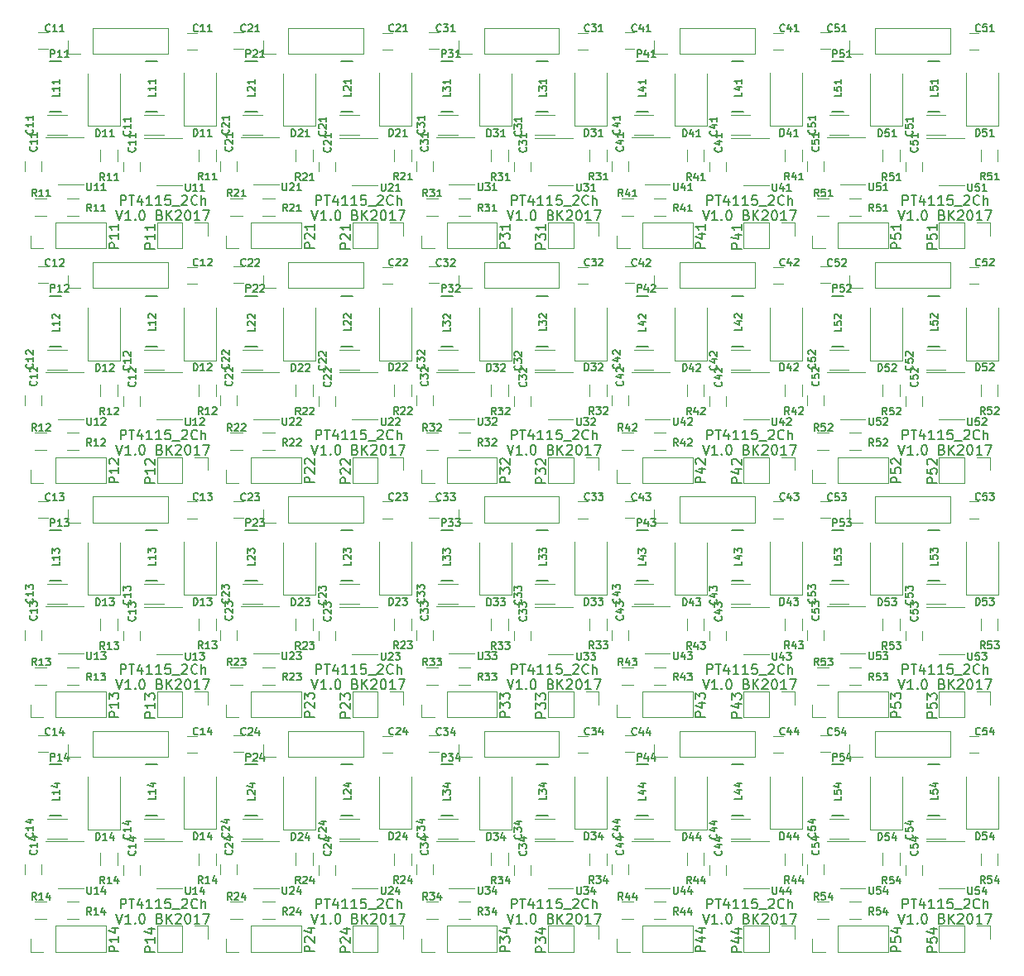
<source format=gto>
G04 #@! TF.FileFunction,Legend,Top*
%FSLAX46Y46*%
G04 Gerber Fmt 4.6, Leading zero omitted, Abs format (unit mm)*
G04 Created by KiCad (PCBNEW 4.0.2-stable) date 9/7/2017 8:18:59 PM*
%MOMM*%
G01*
G04 APERTURE LIST*
%ADD10C,0.100000*%
%ADD11C,0.150000*%
%ADD12C,0.120000*%
G04 APERTURE END LIST*
D10*
D11*
X140006357Y-140803381D02*
X140006357Y-139803381D01*
X140387310Y-139803381D01*
X140482548Y-139851000D01*
X140530167Y-139898619D01*
X140577786Y-139993857D01*
X140577786Y-140136714D01*
X140530167Y-140231952D01*
X140482548Y-140279571D01*
X140387310Y-140327190D01*
X140006357Y-140327190D01*
X140863500Y-139803381D02*
X141434929Y-139803381D01*
X141149214Y-140803381D02*
X141149214Y-139803381D01*
X142196834Y-140136714D02*
X142196834Y-140803381D01*
X141958738Y-139755762D02*
X141720643Y-140470048D01*
X142339691Y-140470048D01*
X143244453Y-140803381D02*
X142673024Y-140803381D01*
X142958738Y-140803381D02*
X142958738Y-139803381D01*
X142863500Y-139946238D01*
X142768262Y-140041476D01*
X142673024Y-140089095D01*
X144196834Y-140803381D02*
X143625405Y-140803381D01*
X143911119Y-140803381D02*
X143911119Y-139803381D01*
X143815881Y-139946238D01*
X143720643Y-140041476D01*
X143625405Y-140089095D01*
X145101596Y-139803381D02*
X144625405Y-139803381D01*
X144577786Y-140279571D01*
X144625405Y-140231952D01*
X144720643Y-140184333D01*
X144958739Y-140184333D01*
X145053977Y-140231952D01*
X145101596Y-140279571D01*
X145149215Y-140374810D01*
X145149215Y-140612905D01*
X145101596Y-140708143D01*
X145053977Y-140755762D01*
X144958739Y-140803381D01*
X144720643Y-140803381D01*
X144625405Y-140755762D01*
X144577786Y-140708143D01*
X145339691Y-140898619D02*
X146101596Y-140898619D01*
X146292072Y-139898619D02*
X146339691Y-139851000D01*
X146434929Y-139803381D01*
X146673025Y-139803381D01*
X146768263Y-139851000D01*
X146815882Y-139898619D01*
X146863501Y-139993857D01*
X146863501Y-140089095D01*
X146815882Y-140231952D01*
X146244453Y-140803381D01*
X146863501Y-140803381D01*
X147863501Y-140708143D02*
X147815882Y-140755762D01*
X147673025Y-140803381D01*
X147577787Y-140803381D01*
X147434929Y-140755762D01*
X147339691Y-140660524D01*
X147292072Y-140565286D01*
X147244453Y-140374810D01*
X147244453Y-140231952D01*
X147292072Y-140041476D01*
X147339691Y-139946238D01*
X147434929Y-139851000D01*
X147577787Y-139803381D01*
X147673025Y-139803381D01*
X147815882Y-139851000D01*
X147863501Y-139898619D01*
X148292072Y-140803381D02*
X148292072Y-139803381D01*
X148720644Y-140803381D02*
X148720644Y-140279571D01*
X148673025Y-140184333D01*
X148577787Y-140136714D01*
X148434929Y-140136714D01*
X148339691Y-140184333D01*
X148292072Y-140231952D01*
X139553976Y-141353381D02*
X139887309Y-142353381D01*
X140220643Y-141353381D01*
X141077786Y-142353381D02*
X140506357Y-142353381D01*
X140792071Y-142353381D02*
X140792071Y-141353381D01*
X140696833Y-141496238D01*
X140601595Y-141591476D01*
X140506357Y-141639095D01*
X141506357Y-142258143D02*
X141553976Y-142305762D01*
X141506357Y-142353381D01*
X141458738Y-142305762D01*
X141506357Y-142258143D01*
X141506357Y-142353381D01*
X142173023Y-141353381D02*
X142268262Y-141353381D01*
X142363500Y-141401000D01*
X142411119Y-141448619D01*
X142458738Y-141543857D01*
X142506357Y-141734333D01*
X142506357Y-141972429D01*
X142458738Y-142162905D01*
X142411119Y-142258143D01*
X142363500Y-142305762D01*
X142268262Y-142353381D01*
X142173023Y-142353381D01*
X142077785Y-142305762D01*
X142030166Y-142258143D01*
X141982547Y-142162905D01*
X141934928Y-141972429D01*
X141934928Y-141734333D01*
X141982547Y-141543857D01*
X142030166Y-141448619D01*
X142077785Y-141401000D01*
X142173023Y-141353381D01*
X144030167Y-141829571D02*
X144173024Y-141877190D01*
X144220643Y-141924810D01*
X144268262Y-142020048D01*
X144268262Y-142162905D01*
X144220643Y-142258143D01*
X144173024Y-142305762D01*
X144077786Y-142353381D01*
X143696833Y-142353381D01*
X143696833Y-141353381D01*
X144030167Y-141353381D01*
X144125405Y-141401000D01*
X144173024Y-141448619D01*
X144220643Y-141543857D01*
X144220643Y-141639095D01*
X144173024Y-141734333D01*
X144125405Y-141781952D01*
X144030167Y-141829571D01*
X143696833Y-141829571D01*
X144696833Y-142353381D02*
X144696833Y-141353381D01*
X145268262Y-142353381D02*
X144839690Y-141781952D01*
X145268262Y-141353381D02*
X144696833Y-141924810D01*
X145649214Y-141448619D02*
X145696833Y-141401000D01*
X145792071Y-141353381D01*
X146030167Y-141353381D01*
X146125405Y-141401000D01*
X146173024Y-141448619D01*
X146220643Y-141543857D01*
X146220643Y-141639095D01*
X146173024Y-141781952D01*
X145601595Y-142353381D01*
X146220643Y-142353381D01*
X146839690Y-141353381D02*
X146934929Y-141353381D01*
X147030167Y-141401000D01*
X147077786Y-141448619D01*
X147125405Y-141543857D01*
X147173024Y-141734333D01*
X147173024Y-141972429D01*
X147125405Y-142162905D01*
X147077786Y-142258143D01*
X147030167Y-142305762D01*
X146934929Y-142353381D01*
X146839690Y-142353381D01*
X146744452Y-142305762D01*
X146696833Y-142258143D01*
X146649214Y-142162905D01*
X146601595Y-141972429D01*
X146601595Y-141734333D01*
X146649214Y-141543857D01*
X146696833Y-141448619D01*
X146744452Y-141401000D01*
X146839690Y-141353381D01*
X148125405Y-142353381D02*
X147553976Y-142353381D01*
X147839690Y-142353381D02*
X147839690Y-141353381D01*
X147744452Y-141496238D01*
X147649214Y-141591476D01*
X147553976Y-141639095D01*
X148458738Y-141353381D02*
X149125405Y-141353381D01*
X148696833Y-142353381D01*
X120006357Y-140803381D02*
X120006357Y-139803381D01*
X120387310Y-139803381D01*
X120482548Y-139851000D01*
X120530167Y-139898619D01*
X120577786Y-139993857D01*
X120577786Y-140136714D01*
X120530167Y-140231952D01*
X120482548Y-140279571D01*
X120387310Y-140327190D01*
X120006357Y-140327190D01*
X120863500Y-139803381D02*
X121434929Y-139803381D01*
X121149214Y-140803381D02*
X121149214Y-139803381D01*
X122196834Y-140136714D02*
X122196834Y-140803381D01*
X121958738Y-139755762D02*
X121720643Y-140470048D01*
X122339691Y-140470048D01*
X123244453Y-140803381D02*
X122673024Y-140803381D01*
X122958738Y-140803381D02*
X122958738Y-139803381D01*
X122863500Y-139946238D01*
X122768262Y-140041476D01*
X122673024Y-140089095D01*
X124196834Y-140803381D02*
X123625405Y-140803381D01*
X123911119Y-140803381D02*
X123911119Y-139803381D01*
X123815881Y-139946238D01*
X123720643Y-140041476D01*
X123625405Y-140089095D01*
X125101596Y-139803381D02*
X124625405Y-139803381D01*
X124577786Y-140279571D01*
X124625405Y-140231952D01*
X124720643Y-140184333D01*
X124958739Y-140184333D01*
X125053977Y-140231952D01*
X125101596Y-140279571D01*
X125149215Y-140374810D01*
X125149215Y-140612905D01*
X125101596Y-140708143D01*
X125053977Y-140755762D01*
X124958739Y-140803381D01*
X124720643Y-140803381D01*
X124625405Y-140755762D01*
X124577786Y-140708143D01*
X125339691Y-140898619D02*
X126101596Y-140898619D01*
X126292072Y-139898619D02*
X126339691Y-139851000D01*
X126434929Y-139803381D01*
X126673025Y-139803381D01*
X126768263Y-139851000D01*
X126815882Y-139898619D01*
X126863501Y-139993857D01*
X126863501Y-140089095D01*
X126815882Y-140231952D01*
X126244453Y-140803381D01*
X126863501Y-140803381D01*
X127863501Y-140708143D02*
X127815882Y-140755762D01*
X127673025Y-140803381D01*
X127577787Y-140803381D01*
X127434929Y-140755762D01*
X127339691Y-140660524D01*
X127292072Y-140565286D01*
X127244453Y-140374810D01*
X127244453Y-140231952D01*
X127292072Y-140041476D01*
X127339691Y-139946238D01*
X127434929Y-139851000D01*
X127577787Y-139803381D01*
X127673025Y-139803381D01*
X127815882Y-139851000D01*
X127863501Y-139898619D01*
X128292072Y-140803381D02*
X128292072Y-139803381D01*
X128720644Y-140803381D02*
X128720644Y-140279571D01*
X128673025Y-140184333D01*
X128577787Y-140136714D01*
X128434929Y-140136714D01*
X128339691Y-140184333D01*
X128292072Y-140231952D01*
X119553976Y-141353381D02*
X119887309Y-142353381D01*
X120220643Y-141353381D01*
X121077786Y-142353381D02*
X120506357Y-142353381D01*
X120792071Y-142353381D02*
X120792071Y-141353381D01*
X120696833Y-141496238D01*
X120601595Y-141591476D01*
X120506357Y-141639095D01*
X121506357Y-142258143D02*
X121553976Y-142305762D01*
X121506357Y-142353381D01*
X121458738Y-142305762D01*
X121506357Y-142258143D01*
X121506357Y-142353381D01*
X122173023Y-141353381D02*
X122268262Y-141353381D01*
X122363500Y-141401000D01*
X122411119Y-141448619D01*
X122458738Y-141543857D01*
X122506357Y-141734333D01*
X122506357Y-141972429D01*
X122458738Y-142162905D01*
X122411119Y-142258143D01*
X122363500Y-142305762D01*
X122268262Y-142353381D01*
X122173023Y-142353381D01*
X122077785Y-142305762D01*
X122030166Y-142258143D01*
X121982547Y-142162905D01*
X121934928Y-141972429D01*
X121934928Y-141734333D01*
X121982547Y-141543857D01*
X122030166Y-141448619D01*
X122077785Y-141401000D01*
X122173023Y-141353381D01*
X124030167Y-141829571D02*
X124173024Y-141877190D01*
X124220643Y-141924810D01*
X124268262Y-142020048D01*
X124268262Y-142162905D01*
X124220643Y-142258143D01*
X124173024Y-142305762D01*
X124077786Y-142353381D01*
X123696833Y-142353381D01*
X123696833Y-141353381D01*
X124030167Y-141353381D01*
X124125405Y-141401000D01*
X124173024Y-141448619D01*
X124220643Y-141543857D01*
X124220643Y-141639095D01*
X124173024Y-141734333D01*
X124125405Y-141781952D01*
X124030167Y-141829571D01*
X123696833Y-141829571D01*
X124696833Y-142353381D02*
X124696833Y-141353381D01*
X125268262Y-142353381D02*
X124839690Y-141781952D01*
X125268262Y-141353381D02*
X124696833Y-141924810D01*
X125649214Y-141448619D02*
X125696833Y-141401000D01*
X125792071Y-141353381D01*
X126030167Y-141353381D01*
X126125405Y-141401000D01*
X126173024Y-141448619D01*
X126220643Y-141543857D01*
X126220643Y-141639095D01*
X126173024Y-141781952D01*
X125601595Y-142353381D01*
X126220643Y-142353381D01*
X126839690Y-141353381D02*
X126934929Y-141353381D01*
X127030167Y-141401000D01*
X127077786Y-141448619D01*
X127125405Y-141543857D01*
X127173024Y-141734333D01*
X127173024Y-141972429D01*
X127125405Y-142162905D01*
X127077786Y-142258143D01*
X127030167Y-142305762D01*
X126934929Y-142353381D01*
X126839690Y-142353381D01*
X126744452Y-142305762D01*
X126696833Y-142258143D01*
X126649214Y-142162905D01*
X126601595Y-141972429D01*
X126601595Y-141734333D01*
X126649214Y-141543857D01*
X126696833Y-141448619D01*
X126744452Y-141401000D01*
X126839690Y-141353381D01*
X128125405Y-142353381D02*
X127553976Y-142353381D01*
X127839690Y-142353381D02*
X127839690Y-141353381D01*
X127744452Y-141496238D01*
X127649214Y-141591476D01*
X127553976Y-141639095D01*
X128458738Y-141353381D02*
X129125405Y-141353381D01*
X128696833Y-142353381D01*
X100006357Y-140803381D02*
X100006357Y-139803381D01*
X100387310Y-139803381D01*
X100482548Y-139851000D01*
X100530167Y-139898619D01*
X100577786Y-139993857D01*
X100577786Y-140136714D01*
X100530167Y-140231952D01*
X100482548Y-140279571D01*
X100387310Y-140327190D01*
X100006357Y-140327190D01*
X100863500Y-139803381D02*
X101434929Y-139803381D01*
X101149214Y-140803381D02*
X101149214Y-139803381D01*
X102196834Y-140136714D02*
X102196834Y-140803381D01*
X101958738Y-139755762D02*
X101720643Y-140470048D01*
X102339691Y-140470048D01*
X103244453Y-140803381D02*
X102673024Y-140803381D01*
X102958738Y-140803381D02*
X102958738Y-139803381D01*
X102863500Y-139946238D01*
X102768262Y-140041476D01*
X102673024Y-140089095D01*
X104196834Y-140803381D02*
X103625405Y-140803381D01*
X103911119Y-140803381D02*
X103911119Y-139803381D01*
X103815881Y-139946238D01*
X103720643Y-140041476D01*
X103625405Y-140089095D01*
X105101596Y-139803381D02*
X104625405Y-139803381D01*
X104577786Y-140279571D01*
X104625405Y-140231952D01*
X104720643Y-140184333D01*
X104958739Y-140184333D01*
X105053977Y-140231952D01*
X105101596Y-140279571D01*
X105149215Y-140374810D01*
X105149215Y-140612905D01*
X105101596Y-140708143D01*
X105053977Y-140755762D01*
X104958739Y-140803381D01*
X104720643Y-140803381D01*
X104625405Y-140755762D01*
X104577786Y-140708143D01*
X105339691Y-140898619D02*
X106101596Y-140898619D01*
X106292072Y-139898619D02*
X106339691Y-139851000D01*
X106434929Y-139803381D01*
X106673025Y-139803381D01*
X106768263Y-139851000D01*
X106815882Y-139898619D01*
X106863501Y-139993857D01*
X106863501Y-140089095D01*
X106815882Y-140231952D01*
X106244453Y-140803381D01*
X106863501Y-140803381D01*
X107863501Y-140708143D02*
X107815882Y-140755762D01*
X107673025Y-140803381D01*
X107577787Y-140803381D01*
X107434929Y-140755762D01*
X107339691Y-140660524D01*
X107292072Y-140565286D01*
X107244453Y-140374810D01*
X107244453Y-140231952D01*
X107292072Y-140041476D01*
X107339691Y-139946238D01*
X107434929Y-139851000D01*
X107577787Y-139803381D01*
X107673025Y-139803381D01*
X107815882Y-139851000D01*
X107863501Y-139898619D01*
X108292072Y-140803381D02*
X108292072Y-139803381D01*
X108720644Y-140803381D02*
X108720644Y-140279571D01*
X108673025Y-140184333D01*
X108577787Y-140136714D01*
X108434929Y-140136714D01*
X108339691Y-140184333D01*
X108292072Y-140231952D01*
X99553976Y-141353381D02*
X99887309Y-142353381D01*
X100220643Y-141353381D01*
X101077786Y-142353381D02*
X100506357Y-142353381D01*
X100792071Y-142353381D02*
X100792071Y-141353381D01*
X100696833Y-141496238D01*
X100601595Y-141591476D01*
X100506357Y-141639095D01*
X101506357Y-142258143D02*
X101553976Y-142305762D01*
X101506357Y-142353381D01*
X101458738Y-142305762D01*
X101506357Y-142258143D01*
X101506357Y-142353381D01*
X102173023Y-141353381D02*
X102268262Y-141353381D01*
X102363500Y-141401000D01*
X102411119Y-141448619D01*
X102458738Y-141543857D01*
X102506357Y-141734333D01*
X102506357Y-141972429D01*
X102458738Y-142162905D01*
X102411119Y-142258143D01*
X102363500Y-142305762D01*
X102268262Y-142353381D01*
X102173023Y-142353381D01*
X102077785Y-142305762D01*
X102030166Y-142258143D01*
X101982547Y-142162905D01*
X101934928Y-141972429D01*
X101934928Y-141734333D01*
X101982547Y-141543857D01*
X102030166Y-141448619D01*
X102077785Y-141401000D01*
X102173023Y-141353381D01*
X104030167Y-141829571D02*
X104173024Y-141877190D01*
X104220643Y-141924810D01*
X104268262Y-142020048D01*
X104268262Y-142162905D01*
X104220643Y-142258143D01*
X104173024Y-142305762D01*
X104077786Y-142353381D01*
X103696833Y-142353381D01*
X103696833Y-141353381D01*
X104030167Y-141353381D01*
X104125405Y-141401000D01*
X104173024Y-141448619D01*
X104220643Y-141543857D01*
X104220643Y-141639095D01*
X104173024Y-141734333D01*
X104125405Y-141781952D01*
X104030167Y-141829571D01*
X103696833Y-141829571D01*
X104696833Y-142353381D02*
X104696833Y-141353381D01*
X105268262Y-142353381D02*
X104839690Y-141781952D01*
X105268262Y-141353381D02*
X104696833Y-141924810D01*
X105649214Y-141448619D02*
X105696833Y-141401000D01*
X105792071Y-141353381D01*
X106030167Y-141353381D01*
X106125405Y-141401000D01*
X106173024Y-141448619D01*
X106220643Y-141543857D01*
X106220643Y-141639095D01*
X106173024Y-141781952D01*
X105601595Y-142353381D01*
X106220643Y-142353381D01*
X106839690Y-141353381D02*
X106934929Y-141353381D01*
X107030167Y-141401000D01*
X107077786Y-141448619D01*
X107125405Y-141543857D01*
X107173024Y-141734333D01*
X107173024Y-141972429D01*
X107125405Y-142162905D01*
X107077786Y-142258143D01*
X107030167Y-142305762D01*
X106934929Y-142353381D01*
X106839690Y-142353381D01*
X106744452Y-142305762D01*
X106696833Y-142258143D01*
X106649214Y-142162905D01*
X106601595Y-141972429D01*
X106601595Y-141734333D01*
X106649214Y-141543857D01*
X106696833Y-141448619D01*
X106744452Y-141401000D01*
X106839690Y-141353381D01*
X108125405Y-142353381D02*
X107553976Y-142353381D01*
X107839690Y-142353381D02*
X107839690Y-141353381D01*
X107744452Y-141496238D01*
X107649214Y-141591476D01*
X107553976Y-141639095D01*
X108458738Y-141353381D02*
X109125405Y-141353381D01*
X108696833Y-142353381D01*
X80006357Y-140803381D02*
X80006357Y-139803381D01*
X80387310Y-139803381D01*
X80482548Y-139851000D01*
X80530167Y-139898619D01*
X80577786Y-139993857D01*
X80577786Y-140136714D01*
X80530167Y-140231952D01*
X80482548Y-140279571D01*
X80387310Y-140327190D01*
X80006357Y-140327190D01*
X80863500Y-139803381D02*
X81434929Y-139803381D01*
X81149214Y-140803381D02*
X81149214Y-139803381D01*
X82196834Y-140136714D02*
X82196834Y-140803381D01*
X81958738Y-139755762D02*
X81720643Y-140470048D01*
X82339691Y-140470048D01*
X83244453Y-140803381D02*
X82673024Y-140803381D01*
X82958738Y-140803381D02*
X82958738Y-139803381D01*
X82863500Y-139946238D01*
X82768262Y-140041476D01*
X82673024Y-140089095D01*
X84196834Y-140803381D02*
X83625405Y-140803381D01*
X83911119Y-140803381D02*
X83911119Y-139803381D01*
X83815881Y-139946238D01*
X83720643Y-140041476D01*
X83625405Y-140089095D01*
X85101596Y-139803381D02*
X84625405Y-139803381D01*
X84577786Y-140279571D01*
X84625405Y-140231952D01*
X84720643Y-140184333D01*
X84958739Y-140184333D01*
X85053977Y-140231952D01*
X85101596Y-140279571D01*
X85149215Y-140374810D01*
X85149215Y-140612905D01*
X85101596Y-140708143D01*
X85053977Y-140755762D01*
X84958739Y-140803381D01*
X84720643Y-140803381D01*
X84625405Y-140755762D01*
X84577786Y-140708143D01*
X85339691Y-140898619D02*
X86101596Y-140898619D01*
X86292072Y-139898619D02*
X86339691Y-139851000D01*
X86434929Y-139803381D01*
X86673025Y-139803381D01*
X86768263Y-139851000D01*
X86815882Y-139898619D01*
X86863501Y-139993857D01*
X86863501Y-140089095D01*
X86815882Y-140231952D01*
X86244453Y-140803381D01*
X86863501Y-140803381D01*
X87863501Y-140708143D02*
X87815882Y-140755762D01*
X87673025Y-140803381D01*
X87577787Y-140803381D01*
X87434929Y-140755762D01*
X87339691Y-140660524D01*
X87292072Y-140565286D01*
X87244453Y-140374810D01*
X87244453Y-140231952D01*
X87292072Y-140041476D01*
X87339691Y-139946238D01*
X87434929Y-139851000D01*
X87577787Y-139803381D01*
X87673025Y-139803381D01*
X87815882Y-139851000D01*
X87863501Y-139898619D01*
X88292072Y-140803381D02*
X88292072Y-139803381D01*
X88720644Y-140803381D02*
X88720644Y-140279571D01*
X88673025Y-140184333D01*
X88577787Y-140136714D01*
X88434929Y-140136714D01*
X88339691Y-140184333D01*
X88292072Y-140231952D01*
X79553976Y-141353381D02*
X79887309Y-142353381D01*
X80220643Y-141353381D01*
X81077786Y-142353381D02*
X80506357Y-142353381D01*
X80792071Y-142353381D02*
X80792071Y-141353381D01*
X80696833Y-141496238D01*
X80601595Y-141591476D01*
X80506357Y-141639095D01*
X81506357Y-142258143D02*
X81553976Y-142305762D01*
X81506357Y-142353381D01*
X81458738Y-142305762D01*
X81506357Y-142258143D01*
X81506357Y-142353381D01*
X82173023Y-141353381D02*
X82268262Y-141353381D01*
X82363500Y-141401000D01*
X82411119Y-141448619D01*
X82458738Y-141543857D01*
X82506357Y-141734333D01*
X82506357Y-141972429D01*
X82458738Y-142162905D01*
X82411119Y-142258143D01*
X82363500Y-142305762D01*
X82268262Y-142353381D01*
X82173023Y-142353381D01*
X82077785Y-142305762D01*
X82030166Y-142258143D01*
X81982547Y-142162905D01*
X81934928Y-141972429D01*
X81934928Y-141734333D01*
X81982547Y-141543857D01*
X82030166Y-141448619D01*
X82077785Y-141401000D01*
X82173023Y-141353381D01*
X84030167Y-141829571D02*
X84173024Y-141877190D01*
X84220643Y-141924810D01*
X84268262Y-142020048D01*
X84268262Y-142162905D01*
X84220643Y-142258143D01*
X84173024Y-142305762D01*
X84077786Y-142353381D01*
X83696833Y-142353381D01*
X83696833Y-141353381D01*
X84030167Y-141353381D01*
X84125405Y-141401000D01*
X84173024Y-141448619D01*
X84220643Y-141543857D01*
X84220643Y-141639095D01*
X84173024Y-141734333D01*
X84125405Y-141781952D01*
X84030167Y-141829571D01*
X83696833Y-141829571D01*
X84696833Y-142353381D02*
X84696833Y-141353381D01*
X85268262Y-142353381D02*
X84839690Y-141781952D01*
X85268262Y-141353381D02*
X84696833Y-141924810D01*
X85649214Y-141448619D02*
X85696833Y-141401000D01*
X85792071Y-141353381D01*
X86030167Y-141353381D01*
X86125405Y-141401000D01*
X86173024Y-141448619D01*
X86220643Y-141543857D01*
X86220643Y-141639095D01*
X86173024Y-141781952D01*
X85601595Y-142353381D01*
X86220643Y-142353381D01*
X86839690Y-141353381D02*
X86934929Y-141353381D01*
X87030167Y-141401000D01*
X87077786Y-141448619D01*
X87125405Y-141543857D01*
X87173024Y-141734333D01*
X87173024Y-141972429D01*
X87125405Y-142162905D01*
X87077786Y-142258143D01*
X87030167Y-142305762D01*
X86934929Y-142353381D01*
X86839690Y-142353381D01*
X86744452Y-142305762D01*
X86696833Y-142258143D01*
X86649214Y-142162905D01*
X86601595Y-141972429D01*
X86601595Y-141734333D01*
X86649214Y-141543857D01*
X86696833Y-141448619D01*
X86744452Y-141401000D01*
X86839690Y-141353381D01*
X88125405Y-142353381D02*
X87553976Y-142353381D01*
X87839690Y-142353381D02*
X87839690Y-141353381D01*
X87744452Y-141496238D01*
X87649214Y-141591476D01*
X87553976Y-141639095D01*
X88458738Y-141353381D02*
X89125405Y-141353381D01*
X88696833Y-142353381D01*
X60006357Y-140803381D02*
X60006357Y-139803381D01*
X60387310Y-139803381D01*
X60482548Y-139851000D01*
X60530167Y-139898619D01*
X60577786Y-139993857D01*
X60577786Y-140136714D01*
X60530167Y-140231952D01*
X60482548Y-140279571D01*
X60387310Y-140327190D01*
X60006357Y-140327190D01*
X60863500Y-139803381D02*
X61434929Y-139803381D01*
X61149214Y-140803381D02*
X61149214Y-139803381D01*
X62196834Y-140136714D02*
X62196834Y-140803381D01*
X61958738Y-139755762D02*
X61720643Y-140470048D01*
X62339691Y-140470048D01*
X63244453Y-140803381D02*
X62673024Y-140803381D01*
X62958738Y-140803381D02*
X62958738Y-139803381D01*
X62863500Y-139946238D01*
X62768262Y-140041476D01*
X62673024Y-140089095D01*
X64196834Y-140803381D02*
X63625405Y-140803381D01*
X63911119Y-140803381D02*
X63911119Y-139803381D01*
X63815881Y-139946238D01*
X63720643Y-140041476D01*
X63625405Y-140089095D01*
X65101596Y-139803381D02*
X64625405Y-139803381D01*
X64577786Y-140279571D01*
X64625405Y-140231952D01*
X64720643Y-140184333D01*
X64958739Y-140184333D01*
X65053977Y-140231952D01*
X65101596Y-140279571D01*
X65149215Y-140374810D01*
X65149215Y-140612905D01*
X65101596Y-140708143D01*
X65053977Y-140755762D01*
X64958739Y-140803381D01*
X64720643Y-140803381D01*
X64625405Y-140755762D01*
X64577786Y-140708143D01*
X65339691Y-140898619D02*
X66101596Y-140898619D01*
X66292072Y-139898619D02*
X66339691Y-139851000D01*
X66434929Y-139803381D01*
X66673025Y-139803381D01*
X66768263Y-139851000D01*
X66815882Y-139898619D01*
X66863501Y-139993857D01*
X66863501Y-140089095D01*
X66815882Y-140231952D01*
X66244453Y-140803381D01*
X66863501Y-140803381D01*
X67863501Y-140708143D02*
X67815882Y-140755762D01*
X67673025Y-140803381D01*
X67577787Y-140803381D01*
X67434929Y-140755762D01*
X67339691Y-140660524D01*
X67292072Y-140565286D01*
X67244453Y-140374810D01*
X67244453Y-140231952D01*
X67292072Y-140041476D01*
X67339691Y-139946238D01*
X67434929Y-139851000D01*
X67577787Y-139803381D01*
X67673025Y-139803381D01*
X67815882Y-139851000D01*
X67863501Y-139898619D01*
X68292072Y-140803381D02*
X68292072Y-139803381D01*
X68720644Y-140803381D02*
X68720644Y-140279571D01*
X68673025Y-140184333D01*
X68577787Y-140136714D01*
X68434929Y-140136714D01*
X68339691Y-140184333D01*
X68292072Y-140231952D01*
X59553976Y-141353381D02*
X59887309Y-142353381D01*
X60220643Y-141353381D01*
X61077786Y-142353381D02*
X60506357Y-142353381D01*
X60792071Y-142353381D02*
X60792071Y-141353381D01*
X60696833Y-141496238D01*
X60601595Y-141591476D01*
X60506357Y-141639095D01*
X61506357Y-142258143D02*
X61553976Y-142305762D01*
X61506357Y-142353381D01*
X61458738Y-142305762D01*
X61506357Y-142258143D01*
X61506357Y-142353381D01*
X62173023Y-141353381D02*
X62268262Y-141353381D01*
X62363500Y-141401000D01*
X62411119Y-141448619D01*
X62458738Y-141543857D01*
X62506357Y-141734333D01*
X62506357Y-141972429D01*
X62458738Y-142162905D01*
X62411119Y-142258143D01*
X62363500Y-142305762D01*
X62268262Y-142353381D01*
X62173023Y-142353381D01*
X62077785Y-142305762D01*
X62030166Y-142258143D01*
X61982547Y-142162905D01*
X61934928Y-141972429D01*
X61934928Y-141734333D01*
X61982547Y-141543857D01*
X62030166Y-141448619D01*
X62077785Y-141401000D01*
X62173023Y-141353381D01*
X64030167Y-141829571D02*
X64173024Y-141877190D01*
X64220643Y-141924810D01*
X64268262Y-142020048D01*
X64268262Y-142162905D01*
X64220643Y-142258143D01*
X64173024Y-142305762D01*
X64077786Y-142353381D01*
X63696833Y-142353381D01*
X63696833Y-141353381D01*
X64030167Y-141353381D01*
X64125405Y-141401000D01*
X64173024Y-141448619D01*
X64220643Y-141543857D01*
X64220643Y-141639095D01*
X64173024Y-141734333D01*
X64125405Y-141781952D01*
X64030167Y-141829571D01*
X63696833Y-141829571D01*
X64696833Y-142353381D02*
X64696833Y-141353381D01*
X65268262Y-142353381D02*
X64839690Y-141781952D01*
X65268262Y-141353381D02*
X64696833Y-141924810D01*
X65649214Y-141448619D02*
X65696833Y-141401000D01*
X65792071Y-141353381D01*
X66030167Y-141353381D01*
X66125405Y-141401000D01*
X66173024Y-141448619D01*
X66220643Y-141543857D01*
X66220643Y-141639095D01*
X66173024Y-141781952D01*
X65601595Y-142353381D01*
X66220643Y-142353381D01*
X66839690Y-141353381D02*
X66934929Y-141353381D01*
X67030167Y-141401000D01*
X67077786Y-141448619D01*
X67125405Y-141543857D01*
X67173024Y-141734333D01*
X67173024Y-141972429D01*
X67125405Y-142162905D01*
X67077786Y-142258143D01*
X67030167Y-142305762D01*
X66934929Y-142353381D01*
X66839690Y-142353381D01*
X66744452Y-142305762D01*
X66696833Y-142258143D01*
X66649214Y-142162905D01*
X66601595Y-141972429D01*
X66601595Y-141734333D01*
X66649214Y-141543857D01*
X66696833Y-141448619D01*
X66744452Y-141401000D01*
X66839690Y-141353381D01*
X68125405Y-142353381D02*
X67553976Y-142353381D01*
X67839690Y-142353381D02*
X67839690Y-141353381D01*
X67744452Y-141496238D01*
X67649214Y-141591476D01*
X67553976Y-141639095D01*
X68458738Y-141353381D02*
X69125405Y-141353381D01*
X68696833Y-142353381D01*
X140006357Y-116803381D02*
X140006357Y-115803381D01*
X140387310Y-115803381D01*
X140482548Y-115851000D01*
X140530167Y-115898619D01*
X140577786Y-115993857D01*
X140577786Y-116136714D01*
X140530167Y-116231952D01*
X140482548Y-116279571D01*
X140387310Y-116327190D01*
X140006357Y-116327190D01*
X140863500Y-115803381D02*
X141434929Y-115803381D01*
X141149214Y-116803381D02*
X141149214Y-115803381D01*
X142196834Y-116136714D02*
X142196834Y-116803381D01*
X141958738Y-115755762D02*
X141720643Y-116470048D01*
X142339691Y-116470048D01*
X143244453Y-116803381D02*
X142673024Y-116803381D01*
X142958738Y-116803381D02*
X142958738Y-115803381D01*
X142863500Y-115946238D01*
X142768262Y-116041476D01*
X142673024Y-116089095D01*
X144196834Y-116803381D02*
X143625405Y-116803381D01*
X143911119Y-116803381D02*
X143911119Y-115803381D01*
X143815881Y-115946238D01*
X143720643Y-116041476D01*
X143625405Y-116089095D01*
X145101596Y-115803381D02*
X144625405Y-115803381D01*
X144577786Y-116279571D01*
X144625405Y-116231952D01*
X144720643Y-116184333D01*
X144958739Y-116184333D01*
X145053977Y-116231952D01*
X145101596Y-116279571D01*
X145149215Y-116374810D01*
X145149215Y-116612905D01*
X145101596Y-116708143D01*
X145053977Y-116755762D01*
X144958739Y-116803381D01*
X144720643Y-116803381D01*
X144625405Y-116755762D01*
X144577786Y-116708143D01*
X145339691Y-116898619D02*
X146101596Y-116898619D01*
X146292072Y-115898619D02*
X146339691Y-115851000D01*
X146434929Y-115803381D01*
X146673025Y-115803381D01*
X146768263Y-115851000D01*
X146815882Y-115898619D01*
X146863501Y-115993857D01*
X146863501Y-116089095D01*
X146815882Y-116231952D01*
X146244453Y-116803381D01*
X146863501Y-116803381D01*
X147863501Y-116708143D02*
X147815882Y-116755762D01*
X147673025Y-116803381D01*
X147577787Y-116803381D01*
X147434929Y-116755762D01*
X147339691Y-116660524D01*
X147292072Y-116565286D01*
X147244453Y-116374810D01*
X147244453Y-116231952D01*
X147292072Y-116041476D01*
X147339691Y-115946238D01*
X147434929Y-115851000D01*
X147577787Y-115803381D01*
X147673025Y-115803381D01*
X147815882Y-115851000D01*
X147863501Y-115898619D01*
X148292072Y-116803381D02*
X148292072Y-115803381D01*
X148720644Y-116803381D02*
X148720644Y-116279571D01*
X148673025Y-116184333D01*
X148577787Y-116136714D01*
X148434929Y-116136714D01*
X148339691Y-116184333D01*
X148292072Y-116231952D01*
X139553976Y-117353381D02*
X139887309Y-118353381D01*
X140220643Y-117353381D01*
X141077786Y-118353381D02*
X140506357Y-118353381D01*
X140792071Y-118353381D02*
X140792071Y-117353381D01*
X140696833Y-117496238D01*
X140601595Y-117591476D01*
X140506357Y-117639095D01*
X141506357Y-118258143D02*
X141553976Y-118305762D01*
X141506357Y-118353381D01*
X141458738Y-118305762D01*
X141506357Y-118258143D01*
X141506357Y-118353381D01*
X142173023Y-117353381D02*
X142268262Y-117353381D01*
X142363500Y-117401000D01*
X142411119Y-117448619D01*
X142458738Y-117543857D01*
X142506357Y-117734333D01*
X142506357Y-117972429D01*
X142458738Y-118162905D01*
X142411119Y-118258143D01*
X142363500Y-118305762D01*
X142268262Y-118353381D01*
X142173023Y-118353381D01*
X142077785Y-118305762D01*
X142030166Y-118258143D01*
X141982547Y-118162905D01*
X141934928Y-117972429D01*
X141934928Y-117734333D01*
X141982547Y-117543857D01*
X142030166Y-117448619D01*
X142077785Y-117401000D01*
X142173023Y-117353381D01*
X144030167Y-117829571D02*
X144173024Y-117877190D01*
X144220643Y-117924810D01*
X144268262Y-118020048D01*
X144268262Y-118162905D01*
X144220643Y-118258143D01*
X144173024Y-118305762D01*
X144077786Y-118353381D01*
X143696833Y-118353381D01*
X143696833Y-117353381D01*
X144030167Y-117353381D01*
X144125405Y-117401000D01*
X144173024Y-117448619D01*
X144220643Y-117543857D01*
X144220643Y-117639095D01*
X144173024Y-117734333D01*
X144125405Y-117781952D01*
X144030167Y-117829571D01*
X143696833Y-117829571D01*
X144696833Y-118353381D02*
X144696833Y-117353381D01*
X145268262Y-118353381D02*
X144839690Y-117781952D01*
X145268262Y-117353381D02*
X144696833Y-117924810D01*
X145649214Y-117448619D02*
X145696833Y-117401000D01*
X145792071Y-117353381D01*
X146030167Y-117353381D01*
X146125405Y-117401000D01*
X146173024Y-117448619D01*
X146220643Y-117543857D01*
X146220643Y-117639095D01*
X146173024Y-117781952D01*
X145601595Y-118353381D01*
X146220643Y-118353381D01*
X146839690Y-117353381D02*
X146934929Y-117353381D01*
X147030167Y-117401000D01*
X147077786Y-117448619D01*
X147125405Y-117543857D01*
X147173024Y-117734333D01*
X147173024Y-117972429D01*
X147125405Y-118162905D01*
X147077786Y-118258143D01*
X147030167Y-118305762D01*
X146934929Y-118353381D01*
X146839690Y-118353381D01*
X146744452Y-118305762D01*
X146696833Y-118258143D01*
X146649214Y-118162905D01*
X146601595Y-117972429D01*
X146601595Y-117734333D01*
X146649214Y-117543857D01*
X146696833Y-117448619D01*
X146744452Y-117401000D01*
X146839690Y-117353381D01*
X148125405Y-118353381D02*
X147553976Y-118353381D01*
X147839690Y-118353381D02*
X147839690Y-117353381D01*
X147744452Y-117496238D01*
X147649214Y-117591476D01*
X147553976Y-117639095D01*
X148458738Y-117353381D02*
X149125405Y-117353381D01*
X148696833Y-118353381D01*
X120006357Y-116803381D02*
X120006357Y-115803381D01*
X120387310Y-115803381D01*
X120482548Y-115851000D01*
X120530167Y-115898619D01*
X120577786Y-115993857D01*
X120577786Y-116136714D01*
X120530167Y-116231952D01*
X120482548Y-116279571D01*
X120387310Y-116327190D01*
X120006357Y-116327190D01*
X120863500Y-115803381D02*
X121434929Y-115803381D01*
X121149214Y-116803381D02*
X121149214Y-115803381D01*
X122196834Y-116136714D02*
X122196834Y-116803381D01*
X121958738Y-115755762D02*
X121720643Y-116470048D01*
X122339691Y-116470048D01*
X123244453Y-116803381D02*
X122673024Y-116803381D01*
X122958738Y-116803381D02*
X122958738Y-115803381D01*
X122863500Y-115946238D01*
X122768262Y-116041476D01*
X122673024Y-116089095D01*
X124196834Y-116803381D02*
X123625405Y-116803381D01*
X123911119Y-116803381D02*
X123911119Y-115803381D01*
X123815881Y-115946238D01*
X123720643Y-116041476D01*
X123625405Y-116089095D01*
X125101596Y-115803381D02*
X124625405Y-115803381D01*
X124577786Y-116279571D01*
X124625405Y-116231952D01*
X124720643Y-116184333D01*
X124958739Y-116184333D01*
X125053977Y-116231952D01*
X125101596Y-116279571D01*
X125149215Y-116374810D01*
X125149215Y-116612905D01*
X125101596Y-116708143D01*
X125053977Y-116755762D01*
X124958739Y-116803381D01*
X124720643Y-116803381D01*
X124625405Y-116755762D01*
X124577786Y-116708143D01*
X125339691Y-116898619D02*
X126101596Y-116898619D01*
X126292072Y-115898619D02*
X126339691Y-115851000D01*
X126434929Y-115803381D01*
X126673025Y-115803381D01*
X126768263Y-115851000D01*
X126815882Y-115898619D01*
X126863501Y-115993857D01*
X126863501Y-116089095D01*
X126815882Y-116231952D01*
X126244453Y-116803381D01*
X126863501Y-116803381D01*
X127863501Y-116708143D02*
X127815882Y-116755762D01*
X127673025Y-116803381D01*
X127577787Y-116803381D01*
X127434929Y-116755762D01*
X127339691Y-116660524D01*
X127292072Y-116565286D01*
X127244453Y-116374810D01*
X127244453Y-116231952D01*
X127292072Y-116041476D01*
X127339691Y-115946238D01*
X127434929Y-115851000D01*
X127577787Y-115803381D01*
X127673025Y-115803381D01*
X127815882Y-115851000D01*
X127863501Y-115898619D01*
X128292072Y-116803381D02*
X128292072Y-115803381D01*
X128720644Y-116803381D02*
X128720644Y-116279571D01*
X128673025Y-116184333D01*
X128577787Y-116136714D01*
X128434929Y-116136714D01*
X128339691Y-116184333D01*
X128292072Y-116231952D01*
X119553976Y-117353381D02*
X119887309Y-118353381D01*
X120220643Y-117353381D01*
X121077786Y-118353381D02*
X120506357Y-118353381D01*
X120792071Y-118353381D02*
X120792071Y-117353381D01*
X120696833Y-117496238D01*
X120601595Y-117591476D01*
X120506357Y-117639095D01*
X121506357Y-118258143D02*
X121553976Y-118305762D01*
X121506357Y-118353381D01*
X121458738Y-118305762D01*
X121506357Y-118258143D01*
X121506357Y-118353381D01*
X122173023Y-117353381D02*
X122268262Y-117353381D01*
X122363500Y-117401000D01*
X122411119Y-117448619D01*
X122458738Y-117543857D01*
X122506357Y-117734333D01*
X122506357Y-117972429D01*
X122458738Y-118162905D01*
X122411119Y-118258143D01*
X122363500Y-118305762D01*
X122268262Y-118353381D01*
X122173023Y-118353381D01*
X122077785Y-118305762D01*
X122030166Y-118258143D01*
X121982547Y-118162905D01*
X121934928Y-117972429D01*
X121934928Y-117734333D01*
X121982547Y-117543857D01*
X122030166Y-117448619D01*
X122077785Y-117401000D01*
X122173023Y-117353381D01*
X124030167Y-117829571D02*
X124173024Y-117877190D01*
X124220643Y-117924810D01*
X124268262Y-118020048D01*
X124268262Y-118162905D01*
X124220643Y-118258143D01*
X124173024Y-118305762D01*
X124077786Y-118353381D01*
X123696833Y-118353381D01*
X123696833Y-117353381D01*
X124030167Y-117353381D01*
X124125405Y-117401000D01*
X124173024Y-117448619D01*
X124220643Y-117543857D01*
X124220643Y-117639095D01*
X124173024Y-117734333D01*
X124125405Y-117781952D01*
X124030167Y-117829571D01*
X123696833Y-117829571D01*
X124696833Y-118353381D02*
X124696833Y-117353381D01*
X125268262Y-118353381D02*
X124839690Y-117781952D01*
X125268262Y-117353381D02*
X124696833Y-117924810D01*
X125649214Y-117448619D02*
X125696833Y-117401000D01*
X125792071Y-117353381D01*
X126030167Y-117353381D01*
X126125405Y-117401000D01*
X126173024Y-117448619D01*
X126220643Y-117543857D01*
X126220643Y-117639095D01*
X126173024Y-117781952D01*
X125601595Y-118353381D01*
X126220643Y-118353381D01*
X126839690Y-117353381D02*
X126934929Y-117353381D01*
X127030167Y-117401000D01*
X127077786Y-117448619D01*
X127125405Y-117543857D01*
X127173024Y-117734333D01*
X127173024Y-117972429D01*
X127125405Y-118162905D01*
X127077786Y-118258143D01*
X127030167Y-118305762D01*
X126934929Y-118353381D01*
X126839690Y-118353381D01*
X126744452Y-118305762D01*
X126696833Y-118258143D01*
X126649214Y-118162905D01*
X126601595Y-117972429D01*
X126601595Y-117734333D01*
X126649214Y-117543857D01*
X126696833Y-117448619D01*
X126744452Y-117401000D01*
X126839690Y-117353381D01*
X128125405Y-118353381D02*
X127553976Y-118353381D01*
X127839690Y-118353381D02*
X127839690Y-117353381D01*
X127744452Y-117496238D01*
X127649214Y-117591476D01*
X127553976Y-117639095D01*
X128458738Y-117353381D02*
X129125405Y-117353381D01*
X128696833Y-118353381D01*
X100006357Y-116803381D02*
X100006357Y-115803381D01*
X100387310Y-115803381D01*
X100482548Y-115851000D01*
X100530167Y-115898619D01*
X100577786Y-115993857D01*
X100577786Y-116136714D01*
X100530167Y-116231952D01*
X100482548Y-116279571D01*
X100387310Y-116327190D01*
X100006357Y-116327190D01*
X100863500Y-115803381D02*
X101434929Y-115803381D01*
X101149214Y-116803381D02*
X101149214Y-115803381D01*
X102196834Y-116136714D02*
X102196834Y-116803381D01*
X101958738Y-115755762D02*
X101720643Y-116470048D01*
X102339691Y-116470048D01*
X103244453Y-116803381D02*
X102673024Y-116803381D01*
X102958738Y-116803381D02*
X102958738Y-115803381D01*
X102863500Y-115946238D01*
X102768262Y-116041476D01*
X102673024Y-116089095D01*
X104196834Y-116803381D02*
X103625405Y-116803381D01*
X103911119Y-116803381D02*
X103911119Y-115803381D01*
X103815881Y-115946238D01*
X103720643Y-116041476D01*
X103625405Y-116089095D01*
X105101596Y-115803381D02*
X104625405Y-115803381D01*
X104577786Y-116279571D01*
X104625405Y-116231952D01*
X104720643Y-116184333D01*
X104958739Y-116184333D01*
X105053977Y-116231952D01*
X105101596Y-116279571D01*
X105149215Y-116374810D01*
X105149215Y-116612905D01*
X105101596Y-116708143D01*
X105053977Y-116755762D01*
X104958739Y-116803381D01*
X104720643Y-116803381D01*
X104625405Y-116755762D01*
X104577786Y-116708143D01*
X105339691Y-116898619D02*
X106101596Y-116898619D01*
X106292072Y-115898619D02*
X106339691Y-115851000D01*
X106434929Y-115803381D01*
X106673025Y-115803381D01*
X106768263Y-115851000D01*
X106815882Y-115898619D01*
X106863501Y-115993857D01*
X106863501Y-116089095D01*
X106815882Y-116231952D01*
X106244453Y-116803381D01*
X106863501Y-116803381D01*
X107863501Y-116708143D02*
X107815882Y-116755762D01*
X107673025Y-116803381D01*
X107577787Y-116803381D01*
X107434929Y-116755762D01*
X107339691Y-116660524D01*
X107292072Y-116565286D01*
X107244453Y-116374810D01*
X107244453Y-116231952D01*
X107292072Y-116041476D01*
X107339691Y-115946238D01*
X107434929Y-115851000D01*
X107577787Y-115803381D01*
X107673025Y-115803381D01*
X107815882Y-115851000D01*
X107863501Y-115898619D01*
X108292072Y-116803381D02*
X108292072Y-115803381D01*
X108720644Y-116803381D02*
X108720644Y-116279571D01*
X108673025Y-116184333D01*
X108577787Y-116136714D01*
X108434929Y-116136714D01*
X108339691Y-116184333D01*
X108292072Y-116231952D01*
X99553976Y-117353381D02*
X99887309Y-118353381D01*
X100220643Y-117353381D01*
X101077786Y-118353381D02*
X100506357Y-118353381D01*
X100792071Y-118353381D02*
X100792071Y-117353381D01*
X100696833Y-117496238D01*
X100601595Y-117591476D01*
X100506357Y-117639095D01*
X101506357Y-118258143D02*
X101553976Y-118305762D01*
X101506357Y-118353381D01*
X101458738Y-118305762D01*
X101506357Y-118258143D01*
X101506357Y-118353381D01*
X102173023Y-117353381D02*
X102268262Y-117353381D01*
X102363500Y-117401000D01*
X102411119Y-117448619D01*
X102458738Y-117543857D01*
X102506357Y-117734333D01*
X102506357Y-117972429D01*
X102458738Y-118162905D01*
X102411119Y-118258143D01*
X102363500Y-118305762D01*
X102268262Y-118353381D01*
X102173023Y-118353381D01*
X102077785Y-118305762D01*
X102030166Y-118258143D01*
X101982547Y-118162905D01*
X101934928Y-117972429D01*
X101934928Y-117734333D01*
X101982547Y-117543857D01*
X102030166Y-117448619D01*
X102077785Y-117401000D01*
X102173023Y-117353381D01*
X104030167Y-117829571D02*
X104173024Y-117877190D01*
X104220643Y-117924810D01*
X104268262Y-118020048D01*
X104268262Y-118162905D01*
X104220643Y-118258143D01*
X104173024Y-118305762D01*
X104077786Y-118353381D01*
X103696833Y-118353381D01*
X103696833Y-117353381D01*
X104030167Y-117353381D01*
X104125405Y-117401000D01*
X104173024Y-117448619D01*
X104220643Y-117543857D01*
X104220643Y-117639095D01*
X104173024Y-117734333D01*
X104125405Y-117781952D01*
X104030167Y-117829571D01*
X103696833Y-117829571D01*
X104696833Y-118353381D02*
X104696833Y-117353381D01*
X105268262Y-118353381D02*
X104839690Y-117781952D01*
X105268262Y-117353381D02*
X104696833Y-117924810D01*
X105649214Y-117448619D02*
X105696833Y-117401000D01*
X105792071Y-117353381D01*
X106030167Y-117353381D01*
X106125405Y-117401000D01*
X106173024Y-117448619D01*
X106220643Y-117543857D01*
X106220643Y-117639095D01*
X106173024Y-117781952D01*
X105601595Y-118353381D01*
X106220643Y-118353381D01*
X106839690Y-117353381D02*
X106934929Y-117353381D01*
X107030167Y-117401000D01*
X107077786Y-117448619D01*
X107125405Y-117543857D01*
X107173024Y-117734333D01*
X107173024Y-117972429D01*
X107125405Y-118162905D01*
X107077786Y-118258143D01*
X107030167Y-118305762D01*
X106934929Y-118353381D01*
X106839690Y-118353381D01*
X106744452Y-118305762D01*
X106696833Y-118258143D01*
X106649214Y-118162905D01*
X106601595Y-117972429D01*
X106601595Y-117734333D01*
X106649214Y-117543857D01*
X106696833Y-117448619D01*
X106744452Y-117401000D01*
X106839690Y-117353381D01*
X108125405Y-118353381D02*
X107553976Y-118353381D01*
X107839690Y-118353381D02*
X107839690Y-117353381D01*
X107744452Y-117496238D01*
X107649214Y-117591476D01*
X107553976Y-117639095D01*
X108458738Y-117353381D02*
X109125405Y-117353381D01*
X108696833Y-118353381D01*
X80006357Y-116803381D02*
X80006357Y-115803381D01*
X80387310Y-115803381D01*
X80482548Y-115851000D01*
X80530167Y-115898619D01*
X80577786Y-115993857D01*
X80577786Y-116136714D01*
X80530167Y-116231952D01*
X80482548Y-116279571D01*
X80387310Y-116327190D01*
X80006357Y-116327190D01*
X80863500Y-115803381D02*
X81434929Y-115803381D01*
X81149214Y-116803381D02*
X81149214Y-115803381D01*
X82196834Y-116136714D02*
X82196834Y-116803381D01*
X81958738Y-115755762D02*
X81720643Y-116470048D01*
X82339691Y-116470048D01*
X83244453Y-116803381D02*
X82673024Y-116803381D01*
X82958738Y-116803381D02*
X82958738Y-115803381D01*
X82863500Y-115946238D01*
X82768262Y-116041476D01*
X82673024Y-116089095D01*
X84196834Y-116803381D02*
X83625405Y-116803381D01*
X83911119Y-116803381D02*
X83911119Y-115803381D01*
X83815881Y-115946238D01*
X83720643Y-116041476D01*
X83625405Y-116089095D01*
X85101596Y-115803381D02*
X84625405Y-115803381D01*
X84577786Y-116279571D01*
X84625405Y-116231952D01*
X84720643Y-116184333D01*
X84958739Y-116184333D01*
X85053977Y-116231952D01*
X85101596Y-116279571D01*
X85149215Y-116374810D01*
X85149215Y-116612905D01*
X85101596Y-116708143D01*
X85053977Y-116755762D01*
X84958739Y-116803381D01*
X84720643Y-116803381D01*
X84625405Y-116755762D01*
X84577786Y-116708143D01*
X85339691Y-116898619D02*
X86101596Y-116898619D01*
X86292072Y-115898619D02*
X86339691Y-115851000D01*
X86434929Y-115803381D01*
X86673025Y-115803381D01*
X86768263Y-115851000D01*
X86815882Y-115898619D01*
X86863501Y-115993857D01*
X86863501Y-116089095D01*
X86815882Y-116231952D01*
X86244453Y-116803381D01*
X86863501Y-116803381D01*
X87863501Y-116708143D02*
X87815882Y-116755762D01*
X87673025Y-116803381D01*
X87577787Y-116803381D01*
X87434929Y-116755762D01*
X87339691Y-116660524D01*
X87292072Y-116565286D01*
X87244453Y-116374810D01*
X87244453Y-116231952D01*
X87292072Y-116041476D01*
X87339691Y-115946238D01*
X87434929Y-115851000D01*
X87577787Y-115803381D01*
X87673025Y-115803381D01*
X87815882Y-115851000D01*
X87863501Y-115898619D01*
X88292072Y-116803381D02*
X88292072Y-115803381D01*
X88720644Y-116803381D02*
X88720644Y-116279571D01*
X88673025Y-116184333D01*
X88577787Y-116136714D01*
X88434929Y-116136714D01*
X88339691Y-116184333D01*
X88292072Y-116231952D01*
X79553976Y-117353381D02*
X79887309Y-118353381D01*
X80220643Y-117353381D01*
X81077786Y-118353381D02*
X80506357Y-118353381D01*
X80792071Y-118353381D02*
X80792071Y-117353381D01*
X80696833Y-117496238D01*
X80601595Y-117591476D01*
X80506357Y-117639095D01*
X81506357Y-118258143D02*
X81553976Y-118305762D01*
X81506357Y-118353381D01*
X81458738Y-118305762D01*
X81506357Y-118258143D01*
X81506357Y-118353381D01*
X82173023Y-117353381D02*
X82268262Y-117353381D01*
X82363500Y-117401000D01*
X82411119Y-117448619D01*
X82458738Y-117543857D01*
X82506357Y-117734333D01*
X82506357Y-117972429D01*
X82458738Y-118162905D01*
X82411119Y-118258143D01*
X82363500Y-118305762D01*
X82268262Y-118353381D01*
X82173023Y-118353381D01*
X82077785Y-118305762D01*
X82030166Y-118258143D01*
X81982547Y-118162905D01*
X81934928Y-117972429D01*
X81934928Y-117734333D01*
X81982547Y-117543857D01*
X82030166Y-117448619D01*
X82077785Y-117401000D01*
X82173023Y-117353381D01*
X84030167Y-117829571D02*
X84173024Y-117877190D01*
X84220643Y-117924810D01*
X84268262Y-118020048D01*
X84268262Y-118162905D01*
X84220643Y-118258143D01*
X84173024Y-118305762D01*
X84077786Y-118353381D01*
X83696833Y-118353381D01*
X83696833Y-117353381D01*
X84030167Y-117353381D01*
X84125405Y-117401000D01*
X84173024Y-117448619D01*
X84220643Y-117543857D01*
X84220643Y-117639095D01*
X84173024Y-117734333D01*
X84125405Y-117781952D01*
X84030167Y-117829571D01*
X83696833Y-117829571D01*
X84696833Y-118353381D02*
X84696833Y-117353381D01*
X85268262Y-118353381D02*
X84839690Y-117781952D01*
X85268262Y-117353381D02*
X84696833Y-117924810D01*
X85649214Y-117448619D02*
X85696833Y-117401000D01*
X85792071Y-117353381D01*
X86030167Y-117353381D01*
X86125405Y-117401000D01*
X86173024Y-117448619D01*
X86220643Y-117543857D01*
X86220643Y-117639095D01*
X86173024Y-117781952D01*
X85601595Y-118353381D01*
X86220643Y-118353381D01*
X86839690Y-117353381D02*
X86934929Y-117353381D01*
X87030167Y-117401000D01*
X87077786Y-117448619D01*
X87125405Y-117543857D01*
X87173024Y-117734333D01*
X87173024Y-117972429D01*
X87125405Y-118162905D01*
X87077786Y-118258143D01*
X87030167Y-118305762D01*
X86934929Y-118353381D01*
X86839690Y-118353381D01*
X86744452Y-118305762D01*
X86696833Y-118258143D01*
X86649214Y-118162905D01*
X86601595Y-117972429D01*
X86601595Y-117734333D01*
X86649214Y-117543857D01*
X86696833Y-117448619D01*
X86744452Y-117401000D01*
X86839690Y-117353381D01*
X88125405Y-118353381D02*
X87553976Y-118353381D01*
X87839690Y-118353381D02*
X87839690Y-117353381D01*
X87744452Y-117496238D01*
X87649214Y-117591476D01*
X87553976Y-117639095D01*
X88458738Y-117353381D02*
X89125405Y-117353381D01*
X88696833Y-118353381D01*
X60006357Y-116803381D02*
X60006357Y-115803381D01*
X60387310Y-115803381D01*
X60482548Y-115851000D01*
X60530167Y-115898619D01*
X60577786Y-115993857D01*
X60577786Y-116136714D01*
X60530167Y-116231952D01*
X60482548Y-116279571D01*
X60387310Y-116327190D01*
X60006357Y-116327190D01*
X60863500Y-115803381D02*
X61434929Y-115803381D01*
X61149214Y-116803381D02*
X61149214Y-115803381D01*
X62196834Y-116136714D02*
X62196834Y-116803381D01*
X61958738Y-115755762D02*
X61720643Y-116470048D01*
X62339691Y-116470048D01*
X63244453Y-116803381D02*
X62673024Y-116803381D01*
X62958738Y-116803381D02*
X62958738Y-115803381D01*
X62863500Y-115946238D01*
X62768262Y-116041476D01*
X62673024Y-116089095D01*
X64196834Y-116803381D02*
X63625405Y-116803381D01*
X63911119Y-116803381D02*
X63911119Y-115803381D01*
X63815881Y-115946238D01*
X63720643Y-116041476D01*
X63625405Y-116089095D01*
X65101596Y-115803381D02*
X64625405Y-115803381D01*
X64577786Y-116279571D01*
X64625405Y-116231952D01*
X64720643Y-116184333D01*
X64958739Y-116184333D01*
X65053977Y-116231952D01*
X65101596Y-116279571D01*
X65149215Y-116374810D01*
X65149215Y-116612905D01*
X65101596Y-116708143D01*
X65053977Y-116755762D01*
X64958739Y-116803381D01*
X64720643Y-116803381D01*
X64625405Y-116755762D01*
X64577786Y-116708143D01*
X65339691Y-116898619D02*
X66101596Y-116898619D01*
X66292072Y-115898619D02*
X66339691Y-115851000D01*
X66434929Y-115803381D01*
X66673025Y-115803381D01*
X66768263Y-115851000D01*
X66815882Y-115898619D01*
X66863501Y-115993857D01*
X66863501Y-116089095D01*
X66815882Y-116231952D01*
X66244453Y-116803381D01*
X66863501Y-116803381D01*
X67863501Y-116708143D02*
X67815882Y-116755762D01*
X67673025Y-116803381D01*
X67577787Y-116803381D01*
X67434929Y-116755762D01*
X67339691Y-116660524D01*
X67292072Y-116565286D01*
X67244453Y-116374810D01*
X67244453Y-116231952D01*
X67292072Y-116041476D01*
X67339691Y-115946238D01*
X67434929Y-115851000D01*
X67577787Y-115803381D01*
X67673025Y-115803381D01*
X67815882Y-115851000D01*
X67863501Y-115898619D01*
X68292072Y-116803381D02*
X68292072Y-115803381D01*
X68720644Y-116803381D02*
X68720644Y-116279571D01*
X68673025Y-116184333D01*
X68577787Y-116136714D01*
X68434929Y-116136714D01*
X68339691Y-116184333D01*
X68292072Y-116231952D01*
X59553976Y-117353381D02*
X59887309Y-118353381D01*
X60220643Y-117353381D01*
X61077786Y-118353381D02*
X60506357Y-118353381D01*
X60792071Y-118353381D02*
X60792071Y-117353381D01*
X60696833Y-117496238D01*
X60601595Y-117591476D01*
X60506357Y-117639095D01*
X61506357Y-118258143D02*
X61553976Y-118305762D01*
X61506357Y-118353381D01*
X61458738Y-118305762D01*
X61506357Y-118258143D01*
X61506357Y-118353381D01*
X62173023Y-117353381D02*
X62268262Y-117353381D01*
X62363500Y-117401000D01*
X62411119Y-117448619D01*
X62458738Y-117543857D01*
X62506357Y-117734333D01*
X62506357Y-117972429D01*
X62458738Y-118162905D01*
X62411119Y-118258143D01*
X62363500Y-118305762D01*
X62268262Y-118353381D01*
X62173023Y-118353381D01*
X62077785Y-118305762D01*
X62030166Y-118258143D01*
X61982547Y-118162905D01*
X61934928Y-117972429D01*
X61934928Y-117734333D01*
X61982547Y-117543857D01*
X62030166Y-117448619D01*
X62077785Y-117401000D01*
X62173023Y-117353381D01*
X64030167Y-117829571D02*
X64173024Y-117877190D01*
X64220643Y-117924810D01*
X64268262Y-118020048D01*
X64268262Y-118162905D01*
X64220643Y-118258143D01*
X64173024Y-118305762D01*
X64077786Y-118353381D01*
X63696833Y-118353381D01*
X63696833Y-117353381D01*
X64030167Y-117353381D01*
X64125405Y-117401000D01*
X64173024Y-117448619D01*
X64220643Y-117543857D01*
X64220643Y-117639095D01*
X64173024Y-117734333D01*
X64125405Y-117781952D01*
X64030167Y-117829571D01*
X63696833Y-117829571D01*
X64696833Y-118353381D02*
X64696833Y-117353381D01*
X65268262Y-118353381D02*
X64839690Y-117781952D01*
X65268262Y-117353381D02*
X64696833Y-117924810D01*
X65649214Y-117448619D02*
X65696833Y-117401000D01*
X65792071Y-117353381D01*
X66030167Y-117353381D01*
X66125405Y-117401000D01*
X66173024Y-117448619D01*
X66220643Y-117543857D01*
X66220643Y-117639095D01*
X66173024Y-117781952D01*
X65601595Y-118353381D01*
X66220643Y-118353381D01*
X66839690Y-117353381D02*
X66934929Y-117353381D01*
X67030167Y-117401000D01*
X67077786Y-117448619D01*
X67125405Y-117543857D01*
X67173024Y-117734333D01*
X67173024Y-117972429D01*
X67125405Y-118162905D01*
X67077786Y-118258143D01*
X67030167Y-118305762D01*
X66934929Y-118353381D01*
X66839690Y-118353381D01*
X66744452Y-118305762D01*
X66696833Y-118258143D01*
X66649214Y-118162905D01*
X66601595Y-117972429D01*
X66601595Y-117734333D01*
X66649214Y-117543857D01*
X66696833Y-117448619D01*
X66744452Y-117401000D01*
X66839690Y-117353381D01*
X68125405Y-118353381D02*
X67553976Y-118353381D01*
X67839690Y-118353381D02*
X67839690Y-117353381D01*
X67744452Y-117496238D01*
X67649214Y-117591476D01*
X67553976Y-117639095D01*
X68458738Y-117353381D02*
X69125405Y-117353381D01*
X68696833Y-118353381D01*
X140006357Y-92803381D02*
X140006357Y-91803381D01*
X140387310Y-91803381D01*
X140482548Y-91851000D01*
X140530167Y-91898619D01*
X140577786Y-91993857D01*
X140577786Y-92136714D01*
X140530167Y-92231952D01*
X140482548Y-92279571D01*
X140387310Y-92327190D01*
X140006357Y-92327190D01*
X140863500Y-91803381D02*
X141434929Y-91803381D01*
X141149214Y-92803381D02*
X141149214Y-91803381D01*
X142196834Y-92136714D02*
X142196834Y-92803381D01*
X141958738Y-91755762D02*
X141720643Y-92470048D01*
X142339691Y-92470048D01*
X143244453Y-92803381D02*
X142673024Y-92803381D01*
X142958738Y-92803381D02*
X142958738Y-91803381D01*
X142863500Y-91946238D01*
X142768262Y-92041476D01*
X142673024Y-92089095D01*
X144196834Y-92803381D02*
X143625405Y-92803381D01*
X143911119Y-92803381D02*
X143911119Y-91803381D01*
X143815881Y-91946238D01*
X143720643Y-92041476D01*
X143625405Y-92089095D01*
X145101596Y-91803381D02*
X144625405Y-91803381D01*
X144577786Y-92279571D01*
X144625405Y-92231952D01*
X144720643Y-92184333D01*
X144958739Y-92184333D01*
X145053977Y-92231952D01*
X145101596Y-92279571D01*
X145149215Y-92374810D01*
X145149215Y-92612905D01*
X145101596Y-92708143D01*
X145053977Y-92755762D01*
X144958739Y-92803381D01*
X144720643Y-92803381D01*
X144625405Y-92755762D01*
X144577786Y-92708143D01*
X145339691Y-92898619D02*
X146101596Y-92898619D01*
X146292072Y-91898619D02*
X146339691Y-91851000D01*
X146434929Y-91803381D01*
X146673025Y-91803381D01*
X146768263Y-91851000D01*
X146815882Y-91898619D01*
X146863501Y-91993857D01*
X146863501Y-92089095D01*
X146815882Y-92231952D01*
X146244453Y-92803381D01*
X146863501Y-92803381D01*
X147863501Y-92708143D02*
X147815882Y-92755762D01*
X147673025Y-92803381D01*
X147577787Y-92803381D01*
X147434929Y-92755762D01*
X147339691Y-92660524D01*
X147292072Y-92565286D01*
X147244453Y-92374810D01*
X147244453Y-92231952D01*
X147292072Y-92041476D01*
X147339691Y-91946238D01*
X147434929Y-91851000D01*
X147577787Y-91803381D01*
X147673025Y-91803381D01*
X147815882Y-91851000D01*
X147863501Y-91898619D01*
X148292072Y-92803381D02*
X148292072Y-91803381D01*
X148720644Y-92803381D02*
X148720644Y-92279571D01*
X148673025Y-92184333D01*
X148577787Y-92136714D01*
X148434929Y-92136714D01*
X148339691Y-92184333D01*
X148292072Y-92231952D01*
X139553976Y-93353381D02*
X139887309Y-94353381D01*
X140220643Y-93353381D01*
X141077786Y-94353381D02*
X140506357Y-94353381D01*
X140792071Y-94353381D02*
X140792071Y-93353381D01*
X140696833Y-93496238D01*
X140601595Y-93591476D01*
X140506357Y-93639095D01*
X141506357Y-94258143D02*
X141553976Y-94305762D01*
X141506357Y-94353381D01*
X141458738Y-94305762D01*
X141506357Y-94258143D01*
X141506357Y-94353381D01*
X142173023Y-93353381D02*
X142268262Y-93353381D01*
X142363500Y-93401000D01*
X142411119Y-93448619D01*
X142458738Y-93543857D01*
X142506357Y-93734333D01*
X142506357Y-93972429D01*
X142458738Y-94162905D01*
X142411119Y-94258143D01*
X142363500Y-94305762D01*
X142268262Y-94353381D01*
X142173023Y-94353381D01*
X142077785Y-94305762D01*
X142030166Y-94258143D01*
X141982547Y-94162905D01*
X141934928Y-93972429D01*
X141934928Y-93734333D01*
X141982547Y-93543857D01*
X142030166Y-93448619D01*
X142077785Y-93401000D01*
X142173023Y-93353381D01*
X144030167Y-93829571D02*
X144173024Y-93877190D01*
X144220643Y-93924810D01*
X144268262Y-94020048D01*
X144268262Y-94162905D01*
X144220643Y-94258143D01*
X144173024Y-94305762D01*
X144077786Y-94353381D01*
X143696833Y-94353381D01*
X143696833Y-93353381D01*
X144030167Y-93353381D01*
X144125405Y-93401000D01*
X144173024Y-93448619D01*
X144220643Y-93543857D01*
X144220643Y-93639095D01*
X144173024Y-93734333D01*
X144125405Y-93781952D01*
X144030167Y-93829571D01*
X143696833Y-93829571D01*
X144696833Y-94353381D02*
X144696833Y-93353381D01*
X145268262Y-94353381D02*
X144839690Y-93781952D01*
X145268262Y-93353381D02*
X144696833Y-93924810D01*
X145649214Y-93448619D02*
X145696833Y-93401000D01*
X145792071Y-93353381D01*
X146030167Y-93353381D01*
X146125405Y-93401000D01*
X146173024Y-93448619D01*
X146220643Y-93543857D01*
X146220643Y-93639095D01*
X146173024Y-93781952D01*
X145601595Y-94353381D01*
X146220643Y-94353381D01*
X146839690Y-93353381D02*
X146934929Y-93353381D01*
X147030167Y-93401000D01*
X147077786Y-93448619D01*
X147125405Y-93543857D01*
X147173024Y-93734333D01*
X147173024Y-93972429D01*
X147125405Y-94162905D01*
X147077786Y-94258143D01*
X147030167Y-94305762D01*
X146934929Y-94353381D01*
X146839690Y-94353381D01*
X146744452Y-94305762D01*
X146696833Y-94258143D01*
X146649214Y-94162905D01*
X146601595Y-93972429D01*
X146601595Y-93734333D01*
X146649214Y-93543857D01*
X146696833Y-93448619D01*
X146744452Y-93401000D01*
X146839690Y-93353381D01*
X148125405Y-94353381D02*
X147553976Y-94353381D01*
X147839690Y-94353381D02*
X147839690Y-93353381D01*
X147744452Y-93496238D01*
X147649214Y-93591476D01*
X147553976Y-93639095D01*
X148458738Y-93353381D02*
X149125405Y-93353381D01*
X148696833Y-94353381D01*
X120006357Y-92803381D02*
X120006357Y-91803381D01*
X120387310Y-91803381D01*
X120482548Y-91851000D01*
X120530167Y-91898619D01*
X120577786Y-91993857D01*
X120577786Y-92136714D01*
X120530167Y-92231952D01*
X120482548Y-92279571D01*
X120387310Y-92327190D01*
X120006357Y-92327190D01*
X120863500Y-91803381D02*
X121434929Y-91803381D01*
X121149214Y-92803381D02*
X121149214Y-91803381D01*
X122196834Y-92136714D02*
X122196834Y-92803381D01*
X121958738Y-91755762D02*
X121720643Y-92470048D01*
X122339691Y-92470048D01*
X123244453Y-92803381D02*
X122673024Y-92803381D01*
X122958738Y-92803381D02*
X122958738Y-91803381D01*
X122863500Y-91946238D01*
X122768262Y-92041476D01*
X122673024Y-92089095D01*
X124196834Y-92803381D02*
X123625405Y-92803381D01*
X123911119Y-92803381D02*
X123911119Y-91803381D01*
X123815881Y-91946238D01*
X123720643Y-92041476D01*
X123625405Y-92089095D01*
X125101596Y-91803381D02*
X124625405Y-91803381D01*
X124577786Y-92279571D01*
X124625405Y-92231952D01*
X124720643Y-92184333D01*
X124958739Y-92184333D01*
X125053977Y-92231952D01*
X125101596Y-92279571D01*
X125149215Y-92374810D01*
X125149215Y-92612905D01*
X125101596Y-92708143D01*
X125053977Y-92755762D01*
X124958739Y-92803381D01*
X124720643Y-92803381D01*
X124625405Y-92755762D01*
X124577786Y-92708143D01*
X125339691Y-92898619D02*
X126101596Y-92898619D01*
X126292072Y-91898619D02*
X126339691Y-91851000D01*
X126434929Y-91803381D01*
X126673025Y-91803381D01*
X126768263Y-91851000D01*
X126815882Y-91898619D01*
X126863501Y-91993857D01*
X126863501Y-92089095D01*
X126815882Y-92231952D01*
X126244453Y-92803381D01*
X126863501Y-92803381D01*
X127863501Y-92708143D02*
X127815882Y-92755762D01*
X127673025Y-92803381D01*
X127577787Y-92803381D01*
X127434929Y-92755762D01*
X127339691Y-92660524D01*
X127292072Y-92565286D01*
X127244453Y-92374810D01*
X127244453Y-92231952D01*
X127292072Y-92041476D01*
X127339691Y-91946238D01*
X127434929Y-91851000D01*
X127577787Y-91803381D01*
X127673025Y-91803381D01*
X127815882Y-91851000D01*
X127863501Y-91898619D01*
X128292072Y-92803381D02*
X128292072Y-91803381D01*
X128720644Y-92803381D02*
X128720644Y-92279571D01*
X128673025Y-92184333D01*
X128577787Y-92136714D01*
X128434929Y-92136714D01*
X128339691Y-92184333D01*
X128292072Y-92231952D01*
X119553976Y-93353381D02*
X119887309Y-94353381D01*
X120220643Y-93353381D01*
X121077786Y-94353381D02*
X120506357Y-94353381D01*
X120792071Y-94353381D02*
X120792071Y-93353381D01*
X120696833Y-93496238D01*
X120601595Y-93591476D01*
X120506357Y-93639095D01*
X121506357Y-94258143D02*
X121553976Y-94305762D01*
X121506357Y-94353381D01*
X121458738Y-94305762D01*
X121506357Y-94258143D01*
X121506357Y-94353381D01*
X122173023Y-93353381D02*
X122268262Y-93353381D01*
X122363500Y-93401000D01*
X122411119Y-93448619D01*
X122458738Y-93543857D01*
X122506357Y-93734333D01*
X122506357Y-93972429D01*
X122458738Y-94162905D01*
X122411119Y-94258143D01*
X122363500Y-94305762D01*
X122268262Y-94353381D01*
X122173023Y-94353381D01*
X122077785Y-94305762D01*
X122030166Y-94258143D01*
X121982547Y-94162905D01*
X121934928Y-93972429D01*
X121934928Y-93734333D01*
X121982547Y-93543857D01*
X122030166Y-93448619D01*
X122077785Y-93401000D01*
X122173023Y-93353381D01*
X124030167Y-93829571D02*
X124173024Y-93877190D01*
X124220643Y-93924810D01*
X124268262Y-94020048D01*
X124268262Y-94162905D01*
X124220643Y-94258143D01*
X124173024Y-94305762D01*
X124077786Y-94353381D01*
X123696833Y-94353381D01*
X123696833Y-93353381D01*
X124030167Y-93353381D01*
X124125405Y-93401000D01*
X124173024Y-93448619D01*
X124220643Y-93543857D01*
X124220643Y-93639095D01*
X124173024Y-93734333D01*
X124125405Y-93781952D01*
X124030167Y-93829571D01*
X123696833Y-93829571D01*
X124696833Y-94353381D02*
X124696833Y-93353381D01*
X125268262Y-94353381D02*
X124839690Y-93781952D01*
X125268262Y-93353381D02*
X124696833Y-93924810D01*
X125649214Y-93448619D02*
X125696833Y-93401000D01*
X125792071Y-93353381D01*
X126030167Y-93353381D01*
X126125405Y-93401000D01*
X126173024Y-93448619D01*
X126220643Y-93543857D01*
X126220643Y-93639095D01*
X126173024Y-93781952D01*
X125601595Y-94353381D01*
X126220643Y-94353381D01*
X126839690Y-93353381D02*
X126934929Y-93353381D01*
X127030167Y-93401000D01*
X127077786Y-93448619D01*
X127125405Y-93543857D01*
X127173024Y-93734333D01*
X127173024Y-93972429D01*
X127125405Y-94162905D01*
X127077786Y-94258143D01*
X127030167Y-94305762D01*
X126934929Y-94353381D01*
X126839690Y-94353381D01*
X126744452Y-94305762D01*
X126696833Y-94258143D01*
X126649214Y-94162905D01*
X126601595Y-93972429D01*
X126601595Y-93734333D01*
X126649214Y-93543857D01*
X126696833Y-93448619D01*
X126744452Y-93401000D01*
X126839690Y-93353381D01*
X128125405Y-94353381D02*
X127553976Y-94353381D01*
X127839690Y-94353381D02*
X127839690Y-93353381D01*
X127744452Y-93496238D01*
X127649214Y-93591476D01*
X127553976Y-93639095D01*
X128458738Y-93353381D02*
X129125405Y-93353381D01*
X128696833Y-94353381D01*
X100006357Y-92803381D02*
X100006357Y-91803381D01*
X100387310Y-91803381D01*
X100482548Y-91851000D01*
X100530167Y-91898619D01*
X100577786Y-91993857D01*
X100577786Y-92136714D01*
X100530167Y-92231952D01*
X100482548Y-92279571D01*
X100387310Y-92327190D01*
X100006357Y-92327190D01*
X100863500Y-91803381D02*
X101434929Y-91803381D01*
X101149214Y-92803381D02*
X101149214Y-91803381D01*
X102196834Y-92136714D02*
X102196834Y-92803381D01*
X101958738Y-91755762D02*
X101720643Y-92470048D01*
X102339691Y-92470048D01*
X103244453Y-92803381D02*
X102673024Y-92803381D01*
X102958738Y-92803381D02*
X102958738Y-91803381D01*
X102863500Y-91946238D01*
X102768262Y-92041476D01*
X102673024Y-92089095D01*
X104196834Y-92803381D02*
X103625405Y-92803381D01*
X103911119Y-92803381D02*
X103911119Y-91803381D01*
X103815881Y-91946238D01*
X103720643Y-92041476D01*
X103625405Y-92089095D01*
X105101596Y-91803381D02*
X104625405Y-91803381D01*
X104577786Y-92279571D01*
X104625405Y-92231952D01*
X104720643Y-92184333D01*
X104958739Y-92184333D01*
X105053977Y-92231952D01*
X105101596Y-92279571D01*
X105149215Y-92374810D01*
X105149215Y-92612905D01*
X105101596Y-92708143D01*
X105053977Y-92755762D01*
X104958739Y-92803381D01*
X104720643Y-92803381D01*
X104625405Y-92755762D01*
X104577786Y-92708143D01*
X105339691Y-92898619D02*
X106101596Y-92898619D01*
X106292072Y-91898619D02*
X106339691Y-91851000D01*
X106434929Y-91803381D01*
X106673025Y-91803381D01*
X106768263Y-91851000D01*
X106815882Y-91898619D01*
X106863501Y-91993857D01*
X106863501Y-92089095D01*
X106815882Y-92231952D01*
X106244453Y-92803381D01*
X106863501Y-92803381D01*
X107863501Y-92708143D02*
X107815882Y-92755762D01*
X107673025Y-92803381D01*
X107577787Y-92803381D01*
X107434929Y-92755762D01*
X107339691Y-92660524D01*
X107292072Y-92565286D01*
X107244453Y-92374810D01*
X107244453Y-92231952D01*
X107292072Y-92041476D01*
X107339691Y-91946238D01*
X107434929Y-91851000D01*
X107577787Y-91803381D01*
X107673025Y-91803381D01*
X107815882Y-91851000D01*
X107863501Y-91898619D01*
X108292072Y-92803381D02*
X108292072Y-91803381D01*
X108720644Y-92803381D02*
X108720644Y-92279571D01*
X108673025Y-92184333D01*
X108577787Y-92136714D01*
X108434929Y-92136714D01*
X108339691Y-92184333D01*
X108292072Y-92231952D01*
X99553976Y-93353381D02*
X99887309Y-94353381D01*
X100220643Y-93353381D01*
X101077786Y-94353381D02*
X100506357Y-94353381D01*
X100792071Y-94353381D02*
X100792071Y-93353381D01*
X100696833Y-93496238D01*
X100601595Y-93591476D01*
X100506357Y-93639095D01*
X101506357Y-94258143D02*
X101553976Y-94305762D01*
X101506357Y-94353381D01*
X101458738Y-94305762D01*
X101506357Y-94258143D01*
X101506357Y-94353381D01*
X102173023Y-93353381D02*
X102268262Y-93353381D01*
X102363500Y-93401000D01*
X102411119Y-93448619D01*
X102458738Y-93543857D01*
X102506357Y-93734333D01*
X102506357Y-93972429D01*
X102458738Y-94162905D01*
X102411119Y-94258143D01*
X102363500Y-94305762D01*
X102268262Y-94353381D01*
X102173023Y-94353381D01*
X102077785Y-94305762D01*
X102030166Y-94258143D01*
X101982547Y-94162905D01*
X101934928Y-93972429D01*
X101934928Y-93734333D01*
X101982547Y-93543857D01*
X102030166Y-93448619D01*
X102077785Y-93401000D01*
X102173023Y-93353381D01*
X104030167Y-93829571D02*
X104173024Y-93877190D01*
X104220643Y-93924810D01*
X104268262Y-94020048D01*
X104268262Y-94162905D01*
X104220643Y-94258143D01*
X104173024Y-94305762D01*
X104077786Y-94353381D01*
X103696833Y-94353381D01*
X103696833Y-93353381D01*
X104030167Y-93353381D01*
X104125405Y-93401000D01*
X104173024Y-93448619D01*
X104220643Y-93543857D01*
X104220643Y-93639095D01*
X104173024Y-93734333D01*
X104125405Y-93781952D01*
X104030167Y-93829571D01*
X103696833Y-93829571D01*
X104696833Y-94353381D02*
X104696833Y-93353381D01*
X105268262Y-94353381D02*
X104839690Y-93781952D01*
X105268262Y-93353381D02*
X104696833Y-93924810D01*
X105649214Y-93448619D02*
X105696833Y-93401000D01*
X105792071Y-93353381D01*
X106030167Y-93353381D01*
X106125405Y-93401000D01*
X106173024Y-93448619D01*
X106220643Y-93543857D01*
X106220643Y-93639095D01*
X106173024Y-93781952D01*
X105601595Y-94353381D01*
X106220643Y-94353381D01*
X106839690Y-93353381D02*
X106934929Y-93353381D01*
X107030167Y-93401000D01*
X107077786Y-93448619D01*
X107125405Y-93543857D01*
X107173024Y-93734333D01*
X107173024Y-93972429D01*
X107125405Y-94162905D01*
X107077786Y-94258143D01*
X107030167Y-94305762D01*
X106934929Y-94353381D01*
X106839690Y-94353381D01*
X106744452Y-94305762D01*
X106696833Y-94258143D01*
X106649214Y-94162905D01*
X106601595Y-93972429D01*
X106601595Y-93734333D01*
X106649214Y-93543857D01*
X106696833Y-93448619D01*
X106744452Y-93401000D01*
X106839690Y-93353381D01*
X108125405Y-94353381D02*
X107553976Y-94353381D01*
X107839690Y-94353381D02*
X107839690Y-93353381D01*
X107744452Y-93496238D01*
X107649214Y-93591476D01*
X107553976Y-93639095D01*
X108458738Y-93353381D02*
X109125405Y-93353381D01*
X108696833Y-94353381D01*
X80006357Y-92803381D02*
X80006357Y-91803381D01*
X80387310Y-91803381D01*
X80482548Y-91851000D01*
X80530167Y-91898619D01*
X80577786Y-91993857D01*
X80577786Y-92136714D01*
X80530167Y-92231952D01*
X80482548Y-92279571D01*
X80387310Y-92327190D01*
X80006357Y-92327190D01*
X80863500Y-91803381D02*
X81434929Y-91803381D01*
X81149214Y-92803381D02*
X81149214Y-91803381D01*
X82196834Y-92136714D02*
X82196834Y-92803381D01*
X81958738Y-91755762D02*
X81720643Y-92470048D01*
X82339691Y-92470048D01*
X83244453Y-92803381D02*
X82673024Y-92803381D01*
X82958738Y-92803381D02*
X82958738Y-91803381D01*
X82863500Y-91946238D01*
X82768262Y-92041476D01*
X82673024Y-92089095D01*
X84196834Y-92803381D02*
X83625405Y-92803381D01*
X83911119Y-92803381D02*
X83911119Y-91803381D01*
X83815881Y-91946238D01*
X83720643Y-92041476D01*
X83625405Y-92089095D01*
X85101596Y-91803381D02*
X84625405Y-91803381D01*
X84577786Y-92279571D01*
X84625405Y-92231952D01*
X84720643Y-92184333D01*
X84958739Y-92184333D01*
X85053977Y-92231952D01*
X85101596Y-92279571D01*
X85149215Y-92374810D01*
X85149215Y-92612905D01*
X85101596Y-92708143D01*
X85053977Y-92755762D01*
X84958739Y-92803381D01*
X84720643Y-92803381D01*
X84625405Y-92755762D01*
X84577786Y-92708143D01*
X85339691Y-92898619D02*
X86101596Y-92898619D01*
X86292072Y-91898619D02*
X86339691Y-91851000D01*
X86434929Y-91803381D01*
X86673025Y-91803381D01*
X86768263Y-91851000D01*
X86815882Y-91898619D01*
X86863501Y-91993857D01*
X86863501Y-92089095D01*
X86815882Y-92231952D01*
X86244453Y-92803381D01*
X86863501Y-92803381D01*
X87863501Y-92708143D02*
X87815882Y-92755762D01*
X87673025Y-92803381D01*
X87577787Y-92803381D01*
X87434929Y-92755762D01*
X87339691Y-92660524D01*
X87292072Y-92565286D01*
X87244453Y-92374810D01*
X87244453Y-92231952D01*
X87292072Y-92041476D01*
X87339691Y-91946238D01*
X87434929Y-91851000D01*
X87577787Y-91803381D01*
X87673025Y-91803381D01*
X87815882Y-91851000D01*
X87863501Y-91898619D01*
X88292072Y-92803381D02*
X88292072Y-91803381D01*
X88720644Y-92803381D02*
X88720644Y-92279571D01*
X88673025Y-92184333D01*
X88577787Y-92136714D01*
X88434929Y-92136714D01*
X88339691Y-92184333D01*
X88292072Y-92231952D01*
X79553976Y-93353381D02*
X79887309Y-94353381D01*
X80220643Y-93353381D01*
X81077786Y-94353381D02*
X80506357Y-94353381D01*
X80792071Y-94353381D02*
X80792071Y-93353381D01*
X80696833Y-93496238D01*
X80601595Y-93591476D01*
X80506357Y-93639095D01*
X81506357Y-94258143D02*
X81553976Y-94305762D01*
X81506357Y-94353381D01*
X81458738Y-94305762D01*
X81506357Y-94258143D01*
X81506357Y-94353381D01*
X82173023Y-93353381D02*
X82268262Y-93353381D01*
X82363500Y-93401000D01*
X82411119Y-93448619D01*
X82458738Y-93543857D01*
X82506357Y-93734333D01*
X82506357Y-93972429D01*
X82458738Y-94162905D01*
X82411119Y-94258143D01*
X82363500Y-94305762D01*
X82268262Y-94353381D01*
X82173023Y-94353381D01*
X82077785Y-94305762D01*
X82030166Y-94258143D01*
X81982547Y-94162905D01*
X81934928Y-93972429D01*
X81934928Y-93734333D01*
X81982547Y-93543857D01*
X82030166Y-93448619D01*
X82077785Y-93401000D01*
X82173023Y-93353381D01*
X84030167Y-93829571D02*
X84173024Y-93877190D01*
X84220643Y-93924810D01*
X84268262Y-94020048D01*
X84268262Y-94162905D01*
X84220643Y-94258143D01*
X84173024Y-94305762D01*
X84077786Y-94353381D01*
X83696833Y-94353381D01*
X83696833Y-93353381D01*
X84030167Y-93353381D01*
X84125405Y-93401000D01*
X84173024Y-93448619D01*
X84220643Y-93543857D01*
X84220643Y-93639095D01*
X84173024Y-93734333D01*
X84125405Y-93781952D01*
X84030167Y-93829571D01*
X83696833Y-93829571D01*
X84696833Y-94353381D02*
X84696833Y-93353381D01*
X85268262Y-94353381D02*
X84839690Y-93781952D01*
X85268262Y-93353381D02*
X84696833Y-93924810D01*
X85649214Y-93448619D02*
X85696833Y-93401000D01*
X85792071Y-93353381D01*
X86030167Y-93353381D01*
X86125405Y-93401000D01*
X86173024Y-93448619D01*
X86220643Y-93543857D01*
X86220643Y-93639095D01*
X86173024Y-93781952D01*
X85601595Y-94353381D01*
X86220643Y-94353381D01*
X86839690Y-93353381D02*
X86934929Y-93353381D01*
X87030167Y-93401000D01*
X87077786Y-93448619D01*
X87125405Y-93543857D01*
X87173024Y-93734333D01*
X87173024Y-93972429D01*
X87125405Y-94162905D01*
X87077786Y-94258143D01*
X87030167Y-94305762D01*
X86934929Y-94353381D01*
X86839690Y-94353381D01*
X86744452Y-94305762D01*
X86696833Y-94258143D01*
X86649214Y-94162905D01*
X86601595Y-93972429D01*
X86601595Y-93734333D01*
X86649214Y-93543857D01*
X86696833Y-93448619D01*
X86744452Y-93401000D01*
X86839690Y-93353381D01*
X88125405Y-94353381D02*
X87553976Y-94353381D01*
X87839690Y-94353381D02*
X87839690Y-93353381D01*
X87744452Y-93496238D01*
X87649214Y-93591476D01*
X87553976Y-93639095D01*
X88458738Y-93353381D02*
X89125405Y-93353381D01*
X88696833Y-94353381D01*
X60006357Y-92803381D02*
X60006357Y-91803381D01*
X60387310Y-91803381D01*
X60482548Y-91851000D01*
X60530167Y-91898619D01*
X60577786Y-91993857D01*
X60577786Y-92136714D01*
X60530167Y-92231952D01*
X60482548Y-92279571D01*
X60387310Y-92327190D01*
X60006357Y-92327190D01*
X60863500Y-91803381D02*
X61434929Y-91803381D01*
X61149214Y-92803381D02*
X61149214Y-91803381D01*
X62196834Y-92136714D02*
X62196834Y-92803381D01*
X61958738Y-91755762D02*
X61720643Y-92470048D01*
X62339691Y-92470048D01*
X63244453Y-92803381D02*
X62673024Y-92803381D01*
X62958738Y-92803381D02*
X62958738Y-91803381D01*
X62863500Y-91946238D01*
X62768262Y-92041476D01*
X62673024Y-92089095D01*
X64196834Y-92803381D02*
X63625405Y-92803381D01*
X63911119Y-92803381D02*
X63911119Y-91803381D01*
X63815881Y-91946238D01*
X63720643Y-92041476D01*
X63625405Y-92089095D01*
X65101596Y-91803381D02*
X64625405Y-91803381D01*
X64577786Y-92279571D01*
X64625405Y-92231952D01*
X64720643Y-92184333D01*
X64958739Y-92184333D01*
X65053977Y-92231952D01*
X65101596Y-92279571D01*
X65149215Y-92374810D01*
X65149215Y-92612905D01*
X65101596Y-92708143D01*
X65053977Y-92755762D01*
X64958739Y-92803381D01*
X64720643Y-92803381D01*
X64625405Y-92755762D01*
X64577786Y-92708143D01*
X65339691Y-92898619D02*
X66101596Y-92898619D01*
X66292072Y-91898619D02*
X66339691Y-91851000D01*
X66434929Y-91803381D01*
X66673025Y-91803381D01*
X66768263Y-91851000D01*
X66815882Y-91898619D01*
X66863501Y-91993857D01*
X66863501Y-92089095D01*
X66815882Y-92231952D01*
X66244453Y-92803381D01*
X66863501Y-92803381D01*
X67863501Y-92708143D02*
X67815882Y-92755762D01*
X67673025Y-92803381D01*
X67577787Y-92803381D01*
X67434929Y-92755762D01*
X67339691Y-92660524D01*
X67292072Y-92565286D01*
X67244453Y-92374810D01*
X67244453Y-92231952D01*
X67292072Y-92041476D01*
X67339691Y-91946238D01*
X67434929Y-91851000D01*
X67577787Y-91803381D01*
X67673025Y-91803381D01*
X67815882Y-91851000D01*
X67863501Y-91898619D01*
X68292072Y-92803381D02*
X68292072Y-91803381D01*
X68720644Y-92803381D02*
X68720644Y-92279571D01*
X68673025Y-92184333D01*
X68577787Y-92136714D01*
X68434929Y-92136714D01*
X68339691Y-92184333D01*
X68292072Y-92231952D01*
X59553976Y-93353381D02*
X59887309Y-94353381D01*
X60220643Y-93353381D01*
X61077786Y-94353381D02*
X60506357Y-94353381D01*
X60792071Y-94353381D02*
X60792071Y-93353381D01*
X60696833Y-93496238D01*
X60601595Y-93591476D01*
X60506357Y-93639095D01*
X61506357Y-94258143D02*
X61553976Y-94305762D01*
X61506357Y-94353381D01*
X61458738Y-94305762D01*
X61506357Y-94258143D01*
X61506357Y-94353381D01*
X62173023Y-93353381D02*
X62268262Y-93353381D01*
X62363500Y-93401000D01*
X62411119Y-93448619D01*
X62458738Y-93543857D01*
X62506357Y-93734333D01*
X62506357Y-93972429D01*
X62458738Y-94162905D01*
X62411119Y-94258143D01*
X62363500Y-94305762D01*
X62268262Y-94353381D01*
X62173023Y-94353381D01*
X62077785Y-94305762D01*
X62030166Y-94258143D01*
X61982547Y-94162905D01*
X61934928Y-93972429D01*
X61934928Y-93734333D01*
X61982547Y-93543857D01*
X62030166Y-93448619D01*
X62077785Y-93401000D01*
X62173023Y-93353381D01*
X64030167Y-93829571D02*
X64173024Y-93877190D01*
X64220643Y-93924810D01*
X64268262Y-94020048D01*
X64268262Y-94162905D01*
X64220643Y-94258143D01*
X64173024Y-94305762D01*
X64077786Y-94353381D01*
X63696833Y-94353381D01*
X63696833Y-93353381D01*
X64030167Y-93353381D01*
X64125405Y-93401000D01*
X64173024Y-93448619D01*
X64220643Y-93543857D01*
X64220643Y-93639095D01*
X64173024Y-93734333D01*
X64125405Y-93781952D01*
X64030167Y-93829571D01*
X63696833Y-93829571D01*
X64696833Y-94353381D02*
X64696833Y-93353381D01*
X65268262Y-94353381D02*
X64839690Y-93781952D01*
X65268262Y-93353381D02*
X64696833Y-93924810D01*
X65649214Y-93448619D02*
X65696833Y-93401000D01*
X65792071Y-93353381D01*
X66030167Y-93353381D01*
X66125405Y-93401000D01*
X66173024Y-93448619D01*
X66220643Y-93543857D01*
X66220643Y-93639095D01*
X66173024Y-93781952D01*
X65601595Y-94353381D01*
X66220643Y-94353381D01*
X66839690Y-93353381D02*
X66934929Y-93353381D01*
X67030167Y-93401000D01*
X67077786Y-93448619D01*
X67125405Y-93543857D01*
X67173024Y-93734333D01*
X67173024Y-93972429D01*
X67125405Y-94162905D01*
X67077786Y-94258143D01*
X67030167Y-94305762D01*
X66934929Y-94353381D01*
X66839690Y-94353381D01*
X66744452Y-94305762D01*
X66696833Y-94258143D01*
X66649214Y-94162905D01*
X66601595Y-93972429D01*
X66601595Y-93734333D01*
X66649214Y-93543857D01*
X66696833Y-93448619D01*
X66744452Y-93401000D01*
X66839690Y-93353381D01*
X68125405Y-94353381D02*
X67553976Y-94353381D01*
X67839690Y-94353381D02*
X67839690Y-93353381D01*
X67744452Y-93496238D01*
X67649214Y-93591476D01*
X67553976Y-93639095D01*
X68458738Y-93353381D02*
X69125405Y-93353381D01*
X68696833Y-94353381D01*
X140006357Y-68803381D02*
X140006357Y-67803381D01*
X140387310Y-67803381D01*
X140482548Y-67851000D01*
X140530167Y-67898619D01*
X140577786Y-67993857D01*
X140577786Y-68136714D01*
X140530167Y-68231952D01*
X140482548Y-68279571D01*
X140387310Y-68327190D01*
X140006357Y-68327190D01*
X140863500Y-67803381D02*
X141434929Y-67803381D01*
X141149214Y-68803381D02*
X141149214Y-67803381D01*
X142196834Y-68136714D02*
X142196834Y-68803381D01*
X141958738Y-67755762D02*
X141720643Y-68470048D01*
X142339691Y-68470048D01*
X143244453Y-68803381D02*
X142673024Y-68803381D01*
X142958738Y-68803381D02*
X142958738Y-67803381D01*
X142863500Y-67946238D01*
X142768262Y-68041476D01*
X142673024Y-68089095D01*
X144196834Y-68803381D02*
X143625405Y-68803381D01*
X143911119Y-68803381D02*
X143911119Y-67803381D01*
X143815881Y-67946238D01*
X143720643Y-68041476D01*
X143625405Y-68089095D01*
X145101596Y-67803381D02*
X144625405Y-67803381D01*
X144577786Y-68279571D01*
X144625405Y-68231952D01*
X144720643Y-68184333D01*
X144958739Y-68184333D01*
X145053977Y-68231952D01*
X145101596Y-68279571D01*
X145149215Y-68374810D01*
X145149215Y-68612905D01*
X145101596Y-68708143D01*
X145053977Y-68755762D01*
X144958739Y-68803381D01*
X144720643Y-68803381D01*
X144625405Y-68755762D01*
X144577786Y-68708143D01*
X145339691Y-68898619D02*
X146101596Y-68898619D01*
X146292072Y-67898619D02*
X146339691Y-67851000D01*
X146434929Y-67803381D01*
X146673025Y-67803381D01*
X146768263Y-67851000D01*
X146815882Y-67898619D01*
X146863501Y-67993857D01*
X146863501Y-68089095D01*
X146815882Y-68231952D01*
X146244453Y-68803381D01*
X146863501Y-68803381D01*
X147863501Y-68708143D02*
X147815882Y-68755762D01*
X147673025Y-68803381D01*
X147577787Y-68803381D01*
X147434929Y-68755762D01*
X147339691Y-68660524D01*
X147292072Y-68565286D01*
X147244453Y-68374810D01*
X147244453Y-68231952D01*
X147292072Y-68041476D01*
X147339691Y-67946238D01*
X147434929Y-67851000D01*
X147577787Y-67803381D01*
X147673025Y-67803381D01*
X147815882Y-67851000D01*
X147863501Y-67898619D01*
X148292072Y-68803381D02*
X148292072Y-67803381D01*
X148720644Y-68803381D02*
X148720644Y-68279571D01*
X148673025Y-68184333D01*
X148577787Y-68136714D01*
X148434929Y-68136714D01*
X148339691Y-68184333D01*
X148292072Y-68231952D01*
X139553976Y-69353381D02*
X139887309Y-70353381D01*
X140220643Y-69353381D01*
X141077786Y-70353381D02*
X140506357Y-70353381D01*
X140792071Y-70353381D02*
X140792071Y-69353381D01*
X140696833Y-69496238D01*
X140601595Y-69591476D01*
X140506357Y-69639095D01*
X141506357Y-70258143D02*
X141553976Y-70305762D01*
X141506357Y-70353381D01*
X141458738Y-70305762D01*
X141506357Y-70258143D01*
X141506357Y-70353381D01*
X142173023Y-69353381D02*
X142268262Y-69353381D01*
X142363500Y-69401000D01*
X142411119Y-69448619D01*
X142458738Y-69543857D01*
X142506357Y-69734333D01*
X142506357Y-69972429D01*
X142458738Y-70162905D01*
X142411119Y-70258143D01*
X142363500Y-70305762D01*
X142268262Y-70353381D01*
X142173023Y-70353381D01*
X142077785Y-70305762D01*
X142030166Y-70258143D01*
X141982547Y-70162905D01*
X141934928Y-69972429D01*
X141934928Y-69734333D01*
X141982547Y-69543857D01*
X142030166Y-69448619D01*
X142077785Y-69401000D01*
X142173023Y-69353381D01*
X144030167Y-69829571D02*
X144173024Y-69877190D01*
X144220643Y-69924810D01*
X144268262Y-70020048D01*
X144268262Y-70162905D01*
X144220643Y-70258143D01*
X144173024Y-70305762D01*
X144077786Y-70353381D01*
X143696833Y-70353381D01*
X143696833Y-69353381D01*
X144030167Y-69353381D01*
X144125405Y-69401000D01*
X144173024Y-69448619D01*
X144220643Y-69543857D01*
X144220643Y-69639095D01*
X144173024Y-69734333D01*
X144125405Y-69781952D01*
X144030167Y-69829571D01*
X143696833Y-69829571D01*
X144696833Y-70353381D02*
X144696833Y-69353381D01*
X145268262Y-70353381D02*
X144839690Y-69781952D01*
X145268262Y-69353381D02*
X144696833Y-69924810D01*
X145649214Y-69448619D02*
X145696833Y-69401000D01*
X145792071Y-69353381D01*
X146030167Y-69353381D01*
X146125405Y-69401000D01*
X146173024Y-69448619D01*
X146220643Y-69543857D01*
X146220643Y-69639095D01*
X146173024Y-69781952D01*
X145601595Y-70353381D01*
X146220643Y-70353381D01*
X146839690Y-69353381D02*
X146934929Y-69353381D01*
X147030167Y-69401000D01*
X147077786Y-69448619D01*
X147125405Y-69543857D01*
X147173024Y-69734333D01*
X147173024Y-69972429D01*
X147125405Y-70162905D01*
X147077786Y-70258143D01*
X147030167Y-70305762D01*
X146934929Y-70353381D01*
X146839690Y-70353381D01*
X146744452Y-70305762D01*
X146696833Y-70258143D01*
X146649214Y-70162905D01*
X146601595Y-69972429D01*
X146601595Y-69734333D01*
X146649214Y-69543857D01*
X146696833Y-69448619D01*
X146744452Y-69401000D01*
X146839690Y-69353381D01*
X148125405Y-70353381D02*
X147553976Y-70353381D01*
X147839690Y-70353381D02*
X147839690Y-69353381D01*
X147744452Y-69496238D01*
X147649214Y-69591476D01*
X147553976Y-69639095D01*
X148458738Y-69353381D02*
X149125405Y-69353381D01*
X148696833Y-70353381D01*
X120006357Y-68803381D02*
X120006357Y-67803381D01*
X120387310Y-67803381D01*
X120482548Y-67851000D01*
X120530167Y-67898619D01*
X120577786Y-67993857D01*
X120577786Y-68136714D01*
X120530167Y-68231952D01*
X120482548Y-68279571D01*
X120387310Y-68327190D01*
X120006357Y-68327190D01*
X120863500Y-67803381D02*
X121434929Y-67803381D01*
X121149214Y-68803381D02*
X121149214Y-67803381D01*
X122196834Y-68136714D02*
X122196834Y-68803381D01*
X121958738Y-67755762D02*
X121720643Y-68470048D01*
X122339691Y-68470048D01*
X123244453Y-68803381D02*
X122673024Y-68803381D01*
X122958738Y-68803381D02*
X122958738Y-67803381D01*
X122863500Y-67946238D01*
X122768262Y-68041476D01*
X122673024Y-68089095D01*
X124196834Y-68803381D02*
X123625405Y-68803381D01*
X123911119Y-68803381D02*
X123911119Y-67803381D01*
X123815881Y-67946238D01*
X123720643Y-68041476D01*
X123625405Y-68089095D01*
X125101596Y-67803381D02*
X124625405Y-67803381D01*
X124577786Y-68279571D01*
X124625405Y-68231952D01*
X124720643Y-68184333D01*
X124958739Y-68184333D01*
X125053977Y-68231952D01*
X125101596Y-68279571D01*
X125149215Y-68374810D01*
X125149215Y-68612905D01*
X125101596Y-68708143D01*
X125053977Y-68755762D01*
X124958739Y-68803381D01*
X124720643Y-68803381D01*
X124625405Y-68755762D01*
X124577786Y-68708143D01*
X125339691Y-68898619D02*
X126101596Y-68898619D01*
X126292072Y-67898619D02*
X126339691Y-67851000D01*
X126434929Y-67803381D01*
X126673025Y-67803381D01*
X126768263Y-67851000D01*
X126815882Y-67898619D01*
X126863501Y-67993857D01*
X126863501Y-68089095D01*
X126815882Y-68231952D01*
X126244453Y-68803381D01*
X126863501Y-68803381D01*
X127863501Y-68708143D02*
X127815882Y-68755762D01*
X127673025Y-68803381D01*
X127577787Y-68803381D01*
X127434929Y-68755762D01*
X127339691Y-68660524D01*
X127292072Y-68565286D01*
X127244453Y-68374810D01*
X127244453Y-68231952D01*
X127292072Y-68041476D01*
X127339691Y-67946238D01*
X127434929Y-67851000D01*
X127577787Y-67803381D01*
X127673025Y-67803381D01*
X127815882Y-67851000D01*
X127863501Y-67898619D01*
X128292072Y-68803381D02*
X128292072Y-67803381D01*
X128720644Y-68803381D02*
X128720644Y-68279571D01*
X128673025Y-68184333D01*
X128577787Y-68136714D01*
X128434929Y-68136714D01*
X128339691Y-68184333D01*
X128292072Y-68231952D01*
X119553976Y-69353381D02*
X119887309Y-70353381D01*
X120220643Y-69353381D01*
X121077786Y-70353381D02*
X120506357Y-70353381D01*
X120792071Y-70353381D02*
X120792071Y-69353381D01*
X120696833Y-69496238D01*
X120601595Y-69591476D01*
X120506357Y-69639095D01*
X121506357Y-70258143D02*
X121553976Y-70305762D01*
X121506357Y-70353381D01*
X121458738Y-70305762D01*
X121506357Y-70258143D01*
X121506357Y-70353381D01*
X122173023Y-69353381D02*
X122268262Y-69353381D01*
X122363500Y-69401000D01*
X122411119Y-69448619D01*
X122458738Y-69543857D01*
X122506357Y-69734333D01*
X122506357Y-69972429D01*
X122458738Y-70162905D01*
X122411119Y-70258143D01*
X122363500Y-70305762D01*
X122268262Y-70353381D01*
X122173023Y-70353381D01*
X122077785Y-70305762D01*
X122030166Y-70258143D01*
X121982547Y-70162905D01*
X121934928Y-69972429D01*
X121934928Y-69734333D01*
X121982547Y-69543857D01*
X122030166Y-69448619D01*
X122077785Y-69401000D01*
X122173023Y-69353381D01*
X124030167Y-69829571D02*
X124173024Y-69877190D01*
X124220643Y-69924810D01*
X124268262Y-70020048D01*
X124268262Y-70162905D01*
X124220643Y-70258143D01*
X124173024Y-70305762D01*
X124077786Y-70353381D01*
X123696833Y-70353381D01*
X123696833Y-69353381D01*
X124030167Y-69353381D01*
X124125405Y-69401000D01*
X124173024Y-69448619D01*
X124220643Y-69543857D01*
X124220643Y-69639095D01*
X124173024Y-69734333D01*
X124125405Y-69781952D01*
X124030167Y-69829571D01*
X123696833Y-69829571D01*
X124696833Y-70353381D02*
X124696833Y-69353381D01*
X125268262Y-70353381D02*
X124839690Y-69781952D01*
X125268262Y-69353381D02*
X124696833Y-69924810D01*
X125649214Y-69448619D02*
X125696833Y-69401000D01*
X125792071Y-69353381D01*
X126030167Y-69353381D01*
X126125405Y-69401000D01*
X126173024Y-69448619D01*
X126220643Y-69543857D01*
X126220643Y-69639095D01*
X126173024Y-69781952D01*
X125601595Y-70353381D01*
X126220643Y-70353381D01*
X126839690Y-69353381D02*
X126934929Y-69353381D01*
X127030167Y-69401000D01*
X127077786Y-69448619D01*
X127125405Y-69543857D01*
X127173024Y-69734333D01*
X127173024Y-69972429D01*
X127125405Y-70162905D01*
X127077786Y-70258143D01*
X127030167Y-70305762D01*
X126934929Y-70353381D01*
X126839690Y-70353381D01*
X126744452Y-70305762D01*
X126696833Y-70258143D01*
X126649214Y-70162905D01*
X126601595Y-69972429D01*
X126601595Y-69734333D01*
X126649214Y-69543857D01*
X126696833Y-69448619D01*
X126744452Y-69401000D01*
X126839690Y-69353381D01*
X128125405Y-70353381D02*
X127553976Y-70353381D01*
X127839690Y-70353381D02*
X127839690Y-69353381D01*
X127744452Y-69496238D01*
X127649214Y-69591476D01*
X127553976Y-69639095D01*
X128458738Y-69353381D02*
X129125405Y-69353381D01*
X128696833Y-70353381D01*
X100006357Y-68803381D02*
X100006357Y-67803381D01*
X100387310Y-67803381D01*
X100482548Y-67851000D01*
X100530167Y-67898619D01*
X100577786Y-67993857D01*
X100577786Y-68136714D01*
X100530167Y-68231952D01*
X100482548Y-68279571D01*
X100387310Y-68327190D01*
X100006357Y-68327190D01*
X100863500Y-67803381D02*
X101434929Y-67803381D01*
X101149214Y-68803381D02*
X101149214Y-67803381D01*
X102196834Y-68136714D02*
X102196834Y-68803381D01*
X101958738Y-67755762D02*
X101720643Y-68470048D01*
X102339691Y-68470048D01*
X103244453Y-68803381D02*
X102673024Y-68803381D01*
X102958738Y-68803381D02*
X102958738Y-67803381D01*
X102863500Y-67946238D01*
X102768262Y-68041476D01*
X102673024Y-68089095D01*
X104196834Y-68803381D02*
X103625405Y-68803381D01*
X103911119Y-68803381D02*
X103911119Y-67803381D01*
X103815881Y-67946238D01*
X103720643Y-68041476D01*
X103625405Y-68089095D01*
X105101596Y-67803381D02*
X104625405Y-67803381D01*
X104577786Y-68279571D01*
X104625405Y-68231952D01*
X104720643Y-68184333D01*
X104958739Y-68184333D01*
X105053977Y-68231952D01*
X105101596Y-68279571D01*
X105149215Y-68374810D01*
X105149215Y-68612905D01*
X105101596Y-68708143D01*
X105053977Y-68755762D01*
X104958739Y-68803381D01*
X104720643Y-68803381D01*
X104625405Y-68755762D01*
X104577786Y-68708143D01*
X105339691Y-68898619D02*
X106101596Y-68898619D01*
X106292072Y-67898619D02*
X106339691Y-67851000D01*
X106434929Y-67803381D01*
X106673025Y-67803381D01*
X106768263Y-67851000D01*
X106815882Y-67898619D01*
X106863501Y-67993857D01*
X106863501Y-68089095D01*
X106815882Y-68231952D01*
X106244453Y-68803381D01*
X106863501Y-68803381D01*
X107863501Y-68708143D02*
X107815882Y-68755762D01*
X107673025Y-68803381D01*
X107577787Y-68803381D01*
X107434929Y-68755762D01*
X107339691Y-68660524D01*
X107292072Y-68565286D01*
X107244453Y-68374810D01*
X107244453Y-68231952D01*
X107292072Y-68041476D01*
X107339691Y-67946238D01*
X107434929Y-67851000D01*
X107577787Y-67803381D01*
X107673025Y-67803381D01*
X107815882Y-67851000D01*
X107863501Y-67898619D01*
X108292072Y-68803381D02*
X108292072Y-67803381D01*
X108720644Y-68803381D02*
X108720644Y-68279571D01*
X108673025Y-68184333D01*
X108577787Y-68136714D01*
X108434929Y-68136714D01*
X108339691Y-68184333D01*
X108292072Y-68231952D01*
X99553976Y-69353381D02*
X99887309Y-70353381D01*
X100220643Y-69353381D01*
X101077786Y-70353381D02*
X100506357Y-70353381D01*
X100792071Y-70353381D02*
X100792071Y-69353381D01*
X100696833Y-69496238D01*
X100601595Y-69591476D01*
X100506357Y-69639095D01*
X101506357Y-70258143D02*
X101553976Y-70305762D01*
X101506357Y-70353381D01*
X101458738Y-70305762D01*
X101506357Y-70258143D01*
X101506357Y-70353381D01*
X102173023Y-69353381D02*
X102268262Y-69353381D01*
X102363500Y-69401000D01*
X102411119Y-69448619D01*
X102458738Y-69543857D01*
X102506357Y-69734333D01*
X102506357Y-69972429D01*
X102458738Y-70162905D01*
X102411119Y-70258143D01*
X102363500Y-70305762D01*
X102268262Y-70353381D01*
X102173023Y-70353381D01*
X102077785Y-70305762D01*
X102030166Y-70258143D01*
X101982547Y-70162905D01*
X101934928Y-69972429D01*
X101934928Y-69734333D01*
X101982547Y-69543857D01*
X102030166Y-69448619D01*
X102077785Y-69401000D01*
X102173023Y-69353381D01*
X104030167Y-69829571D02*
X104173024Y-69877190D01*
X104220643Y-69924810D01*
X104268262Y-70020048D01*
X104268262Y-70162905D01*
X104220643Y-70258143D01*
X104173024Y-70305762D01*
X104077786Y-70353381D01*
X103696833Y-70353381D01*
X103696833Y-69353381D01*
X104030167Y-69353381D01*
X104125405Y-69401000D01*
X104173024Y-69448619D01*
X104220643Y-69543857D01*
X104220643Y-69639095D01*
X104173024Y-69734333D01*
X104125405Y-69781952D01*
X104030167Y-69829571D01*
X103696833Y-69829571D01*
X104696833Y-70353381D02*
X104696833Y-69353381D01*
X105268262Y-70353381D02*
X104839690Y-69781952D01*
X105268262Y-69353381D02*
X104696833Y-69924810D01*
X105649214Y-69448619D02*
X105696833Y-69401000D01*
X105792071Y-69353381D01*
X106030167Y-69353381D01*
X106125405Y-69401000D01*
X106173024Y-69448619D01*
X106220643Y-69543857D01*
X106220643Y-69639095D01*
X106173024Y-69781952D01*
X105601595Y-70353381D01*
X106220643Y-70353381D01*
X106839690Y-69353381D02*
X106934929Y-69353381D01*
X107030167Y-69401000D01*
X107077786Y-69448619D01*
X107125405Y-69543857D01*
X107173024Y-69734333D01*
X107173024Y-69972429D01*
X107125405Y-70162905D01*
X107077786Y-70258143D01*
X107030167Y-70305762D01*
X106934929Y-70353381D01*
X106839690Y-70353381D01*
X106744452Y-70305762D01*
X106696833Y-70258143D01*
X106649214Y-70162905D01*
X106601595Y-69972429D01*
X106601595Y-69734333D01*
X106649214Y-69543857D01*
X106696833Y-69448619D01*
X106744452Y-69401000D01*
X106839690Y-69353381D01*
X108125405Y-70353381D02*
X107553976Y-70353381D01*
X107839690Y-70353381D02*
X107839690Y-69353381D01*
X107744452Y-69496238D01*
X107649214Y-69591476D01*
X107553976Y-69639095D01*
X108458738Y-69353381D02*
X109125405Y-69353381D01*
X108696833Y-70353381D01*
X80006357Y-68803381D02*
X80006357Y-67803381D01*
X80387310Y-67803381D01*
X80482548Y-67851000D01*
X80530167Y-67898619D01*
X80577786Y-67993857D01*
X80577786Y-68136714D01*
X80530167Y-68231952D01*
X80482548Y-68279571D01*
X80387310Y-68327190D01*
X80006357Y-68327190D01*
X80863500Y-67803381D02*
X81434929Y-67803381D01*
X81149214Y-68803381D02*
X81149214Y-67803381D01*
X82196834Y-68136714D02*
X82196834Y-68803381D01*
X81958738Y-67755762D02*
X81720643Y-68470048D01*
X82339691Y-68470048D01*
X83244453Y-68803381D02*
X82673024Y-68803381D01*
X82958738Y-68803381D02*
X82958738Y-67803381D01*
X82863500Y-67946238D01*
X82768262Y-68041476D01*
X82673024Y-68089095D01*
X84196834Y-68803381D02*
X83625405Y-68803381D01*
X83911119Y-68803381D02*
X83911119Y-67803381D01*
X83815881Y-67946238D01*
X83720643Y-68041476D01*
X83625405Y-68089095D01*
X85101596Y-67803381D02*
X84625405Y-67803381D01*
X84577786Y-68279571D01*
X84625405Y-68231952D01*
X84720643Y-68184333D01*
X84958739Y-68184333D01*
X85053977Y-68231952D01*
X85101596Y-68279571D01*
X85149215Y-68374810D01*
X85149215Y-68612905D01*
X85101596Y-68708143D01*
X85053977Y-68755762D01*
X84958739Y-68803381D01*
X84720643Y-68803381D01*
X84625405Y-68755762D01*
X84577786Y-68708143D01*
X85339691Y-68898619D02*
X86101596Y-68898619D01*
X86292072Y-67898619D02*
X86339691Y-67851000D01*
X86434929Y-67803381D01*
X86673025Y-67803381D01*
X86768263Y-67851000D01*
X86815882Y-67898619D01*
X86863501Y-67993857D01*
X86863501Y-68089095D01*
X86815882Y-68231952D01*
X86244453Y-68803381D01*
X86863501Y-68803381D01*
X87863501Y-68708143D02*
X87815882Y-68755762D01*
X87673025Y-68803381D01*
X87577787Y-68803381D01*
X87434929Y-68755762D01*
X87339691Y-68660524D01*
X87292072Y-68565286D01*
X87244453Y-68374810D01*
X87244453Y-68231952D01*
X87292072Y-68041476D01*
X87339691Y-67946238D01*
X87434929Y-67851000D01*
X87577787Y-67803381D01*
X87673025Y-67803381D01*
X87815882Y-67851000D01*
X87863501Y-67898619D01*
X88292072Y-68803381D02*
X88292072Y-67803381D01*
X88720644Y-68803381D02*
X88720644Y-68279571D01*
X88673025Y-68184333D01*
X88577787Y-68136714D01*
X88434929Y-68136714D01*
X88339691Y-68184333D01*
X88292072Y-68231952D01*
X79553976Y-69353381D02*
X79887309Y-70353381D01*
X80220643Y-69353381D01*
X81077786Y-70353381D02*
X80506357Y-70353381D01*
X80792071Y-70353381D02*
X80792071Y-69353381D01*
X80696833Y-69496238D01*
X80601595Y-69591476D01*
X80506357Y-69639095D01*
X81506357Y-70258143D02*
X81553976Y-70305762D01*
X81506357Y-70353381D01*
X81458738Y-70305762D01*
X81506357Y-70258143D01*
X81506357Y-70353381D01*
X82173023Y-69353381D02*
X82268262Y-69353381D01*
X82363500Y-69401000D01*
X82411119Y-69448619D01*
X82458738Y-69543857D01*
X82506357Y-69734333D01*
X82506357Y-69972429D01*
X82458738Y-70162905D01*
X82411119Y-70258143D01*
X82363500Y-70305762D01*
X82268262Y-70353381D01*
X82173023Y-70353381D01*
X82077785Y-70305762D01*
X82030166Y-70258143D01*
X81982547Y-70162905D01*
X81934928Y-69972429D01*
X81934928Y-69734333D01*
X81982547Y-69543857D01*
X82030166Y-69448619D01*
X82077785Y-69401000D01*
X82173023Y-69353381D01*
X84030167Y-69829571D02*
X84173024Y-69877190D01*
X84220643Y-69924810D01*
X84268262Y-70020048D01*
X84268262Y-70162905D01*
X84220643Y-70258143D01*
X84173024Y-70305762D01*
X84077786Y-70353381D01*
X83696833Y-70353381D01*
X83696833Y-69353381D01*
X84030167Y-69353381D01*
X84125405Y-69401000D01*
X84173024Y-69448619D01*
X84220643Y-69543857D01*
X84220643Y-69639095D01*
X84173024Y-69734333D01*
X84125405Y-69781952D01*
X84030167Y-69829571D01*
X83696833Y-69829571D01*
X84696833Y-70353381D02*
X84696833Y-69353381D01*
X85268262Y-70353381D02*
X84839690Y-69781952D01*
X85268262Y-69353381D02*
X84696833Y-69924810D01*
X85649214Y-69448619D02*
X85696833Y-69401000D01*
X85792071Y-69353381D01*
X86030167Y-69353381D01*
X86125405Y-69401000D01*
X86173024Y-69448619D01*
X86220643Y-69543857D01*
X86220643Y-69639095D01*
X86173024Y-69781952D01*
X85601595Y-70353381D01*
X86220643Y-70353381D01*
X86839690Y-69353381D02*
X86934929Y-69353381D01*
X87030167Y-69401000D01*
X87077786Y-69448619D01*
X87125405Y-69543857D01*
X87173024Y-69734333D01*
X87173024Y-69972429D01*
X87125405Y-70162905D01*
X87077786Y-70258143D01*
X87030167Y-70305762D01*
X86934929Y-70353381D01*
X86839690Y-70353381D01*
X86744452Y-70305762D01*
X86696833Y-70258143D01*
X86649214Y-70162905D01*
X86601595Y-69972429D01*
X86601595Y-69734333D01*
X86649214Y-69543857D01*
X86696833Y-69448619D01*
X86744452Y-69401000D01*
X86839690Y-69353381D01*
X88125405Y-70353381D02*
X87553976Y-70353381D01*
X87839690Y-70353381D02*
X87839690Y-69353381D01*
X87744452Y-69496238D01*
X87649214Y-69591476D01*
X87553976Y-69639095D01*
X88458738Y-69353381D02*
X89125405Y-69353381D01*
X88696833Y-70353381D01*
X60006357Y-68803381D02*
X60006357Y-67803381D01*
X60387310Y-67803381D01*
X60482548Y-67851000D01*
X60530167Y-67898619D01*
X60577786Y-67993857D01*
X60577786Y-68136714D01*
X60530167Y-68231952D01*
X60482548Y-68279571D01*
X60387310Y-68327190D01*
X60006357Y-68327190D01*
X60863500Y-67803381D02*
X61434929Y-67803381D01*
X61149214Y-68803381D02*
X61149214Y-67803381D01*
X62196834Y-68136714D02*
X62196834Y-68803381D01*
X61958738Y-67755762D02*
X61720643Y-68470048D01*
X62339691Y-68470048D01*
X63244453Y-68803381D02*
X62673024Y-68803381D01*
X62958738Y-68803381D02*
X62958738Y-67803381D01*
X62863500Y-67946238D01*
X62768262Y-68041476D01*
X62673024Y-68089095D01*
X64196834Y-68803381D02*
X63625405Y-68803381D01*
X63911119Y-68803381D02*
X63911119Y-67803381D01*
X63815881Y-67946238D01*
X63720643Y-68041476D01*
X63625405Y-68089095D01*
X65101596Y-67803381D02*
X64625405Y-67803381D01*
X64577786Y-68279571D01*
X64625405Y-68231952D01*
X64720643Y-68184333D01*
X64958739Y-68184333D01*
X65053977Y-68231952D01*
X65101596Y-68279571D01*
X65149215Y-68374810D01*
X65149215Y-68612905D01*
X65101596Y-68708143D01*
X65053977Y-68755762D01*
X64958739Y-68803381D01*
X64720643Y-68803381D01*
X64625405Y-68755762D01*
X64577786Y-68708143D01*
X65339691Y-68898619D02*
X66101596Y-68898619D01*
X66292072Y-67898619D02*
X66339691Y-67851000D01*
X66434929Y-67803381D01*
X66673025Y-67803381D01*
X66768263Y-67851000D01*
X66815882Y-67898619D01*
X66863501Y-67993857D01*
X66863501Y-68089095D01*
X66815882Y-68231952D01*
X66244453Y-68803381D01*
X66863501Y-68803381D01*
X67863501Y-68708143D02*
X67815882Y-68755762D01*
X67673025Y-68803381D01*
X67577787Y-68803381D01*
X67434929Y-68755762D01*
X67339691Y-68660524D01*
X67292072Y-68565286D01*
X67244453Y-68374810D01*
X67244453Y-68231952D01*
X67292072Y-68041476D01*
X67339691Y-67946238D01*
X67434929Y-67851000D01*
X67577787Y-67803381D01*
X67673025Y-67803381D01*
X67815882Y-67851000D01*
X67863501Y-67898619D01*
X68292072Y-68803381D02*
X68292072Y-67803381D01*
X68720644Y-68803381D02*
X68720644Y-68279571D01*
X68673025Y-68184333D01*
X68577787Y-68136714D01*
X68434929Y-68136714D01*
X68339691Y-68184333D01*
X68292072Y-68231952D01*
X59553976Y-69353381D02*
X59887309Y-70353381D01*
X60220643Y-69353381D01*
X61077786Y-70353381D02*
X60506357Y-70353381D01*
X60792071Y-70353381D02*
X60792071Y-69353381D01*
X60696833Y-69496238D01*
X60601595Y-69591476D01*
X60506357Y-69639095D01*
X61506357Y-70258143D02*
X61553976Y-70305762D01*
X61506357Y-70353381D01*
X61458738Y-70305762D01*
X61506357Y-70258143D01*
X61506357Y-70353381D01*
X62173023Y-69353381D02*
X62268262Y-69353381D01*
X62363500Y-69401000D01*
X62411119Y-69448619D01*
X62458738Y-69543857D01*
X62506357Y-69734333D01*
X62506357Y-69972429D01*
X62458738Y-70162905D01*
X62411119Y-70258143D01*
X62363500Y-70305762D01*
X62268262Y-70353381D01*
X62173023Y-70353381D01*
X62077785Y-70305762D01*
X62030166Y-70258143D01*
X61982547Y-70162905D01*
X61934928Y-69972429D01*
X61934928Y-69734333D01*
X61982547Y-69543857D01*
X62030166Y-69448619D01*
X62077785Y-69401000D01*
X62173023Y-69353381D01*
X64030167Y-69829571D02*
X64173024Y-69877190D01*
X64220643Y-69924810D01*
X64268262Y-70020048D01*
X64268262Y-70162905D01*
X64220643Y-70258143D01*
X64173024Y-70305762D01*
X64077786Y-70353381D01*
X63696833Y-70353381D01*
X63696833Y-69353381D01*
X64030167Y-69353381D01*
X64125405Y-69401000D01*
X64173024Y-69448619D01*
X64220643Y-69543857D01*
X64220643Y-69639095D01*
X64173024Y-69734333D01*
X64125405Y-69781952D01*
X64030167Y-69829571D01*
X63696833Y-69829571D01*
X64696833Y-70353381D02*
X64696833Y-69353381D01*
X65268262Y-70353381D02*
X64839690Y-69781952D01*
X65268262Y-69353381D02*
X64696833Y-69924810D01*
X65649214Y-69448619D02*
X65696833Y-69401000D01*
X65792071Y-69353381D01*
X66030167Y-69353381D01*
X66125405Y-69401000D01*
X66173024Y-69448619D01*
X66220643Y-69543857D01*
X66220643Y-69639095D01*
X66173024Y-69781952D01*
X65601595Y-70353381D01*
X66220643Y-70353381D01*
X66839690Y-69353381D02*
X66934929Y-69353381D01*
X67030167Y-69401000D01*
X67077786Y-69448619D01*
X67125405Y-69543857D01*
X67173024Y-69734333D01*
X67173024Y-69972429D01*
X67125405Y-70162905D01*
X67077786Y-70258143D01*
X67030167Y-70305762D01*
X66934929Y-70353381D01*
X66839690Y-70353381D01*
X66744452Y-70305762D01*
X66696833Y-70258143D01*
X66649214Y-70162905D01*
X66601595Y-69972429D01*
X66601595Y-69734333D01*
X66649214Y-69543857D01*
X66696833Y-69448619D01*
X66744452Y-69401000D01*
X66839690Y-69353381D01*
X68125405Y-70353381D02*
X67553976Y-70353381D01*
X67839690Y-70353381D02*
X67839690Y-69353381D01*
X67744452Y-69496238D01*
X67649214Y-69591476D01*
X67553976Y-69639095D01*
X68458738Y-69353381D02*
X69125405Y-69353381D01*
X68696833Y-70353381D01*
D12*
X136202000Y-138700000D02*
X133602000Y-138700000D01*
X132302000Y-133900000D02*
X136202000Y-133900000D01*
X116202000Y-138700000D02*
X113602000Y-138700000D01*
X112302000Y-133900000D02*
X116202000Y-133900000D01*
X96202000Y-138700000D02*
X93602000Y-138700000D01*
X92302000Y-133900000D02*
X96202000Y-133900000D01*
X76202000Y-138700000D02*
X73602000Y-138700000D01*
X72302000Y-133900000D02*
X76202000Y-133900000D01*
X56202000Y-138700000D02*
X53602000Y-138700000D01*
X52302000Y-133900000D02*
X56202000Y-133900000D01*
X136202000Y-114700000D02*
X133602000Y-114700000D01*
X132302000Y-109900000D02*
X136202000Y-109900000D01*
X116202000Y-114700000D02*
X113602000Y-114700000D01*
X112302000Y-109900000D02*
X116202000Y-109900000D01*
X96202000Y-114700000D02*
X93602000Y-114700000D01*
X92302000Y-109900000D02*
X96202000Y-109900000D01*
X76202000Y-114700000D02*
X73602000Y-114700000D01*
X72302000Y-109900000D02*
X76202000Y-109900000D01*
X56202000Y-114700000D02*
X53602000Y-114700000D01*
X52302000Y-109900000D02*
X56202000Y-109900000D01*
X136202000Y-90700000D02*
X133602000Y-90700000D01*
X132302000Y-85900000D02*
X136202000Y-85900000D01*
X116202000Y-90700000D02*
X113602000Y-90700000D01*
X112302000Y-85900000D02*
X116202000Y-85900000D01*
X96202000Y-90700000D02*
X93602000Y-90700000D01*
X92302000Y-85900000D02*
X96202000Y-85900000D01*
X76202000Y-90700000D02*
X73602000Y-90700000D01*
X72302000Y-85900000D02*
X76202000Y-85900000D01*
X56202000Y-90700000D02*
X53602000Y-90700000D01*
X52302000Y-85900000D02*
X56202000Y-85900000D01*
X136202000Y-66700000D02*
X133602000Y-66700000D01*
X132302000Y-61900000D02*
X136202000Y-61900000D01*
X116202000Y-66700000D02*
X113602000Y-66700000D01*
X112302000Y-61900000D02*
X116202000Y-61900000D01*
X96202000Y-66700000D02*
X93602000Y-66700000D01*
X92302000Y-61900000D02*
X96202000Y-61900000D01*
X76202000Y-66700000D02*
X73602000Y-66700000D01*
X72302000Y-61900000D02*
X76202000Y-61900000D01*
X137933600Y-136341200D02*
X137933600Y-135141200D01*
X139693600Y-135141200D02*
X139693600Y-136341200D01*
X117933600Y-136341200D02*
X117933600Y-135141200D01*
X119693600Y-135141200D02*
X119693600Y-136341200D01*
X97933600Y-136341200D02*
X97933600Y-135141200D01*
X99693600Y-135141200D02*
X99693600Y-136341200D01*
X77933600Y-136341200D02*
X77933600Y-135141200D01*
X79693600Y-135141200D02*
X79693600Y-136341200D01*
X57933600Y-136341200D02*
X57933600Y-135141200D01*
X59693600Y-135141200D02*
X59693600Y-136341200D01*
X137933600Y-112341200D02*
X137933600Y-111141200D01*
X139693600Y-111141200D02*
X139693600Y-112341200D01*
X117933600Y-112341200D02*
X117933600Y-111141200D01*
X119693600Y-111141200D02*
X119693600Y-112341200D01*
X97933600Y-112341200D02*
X97933600Y-111141200D01*
X99693600Y-111141200D02*
X99693600Y-112341200D01*
X77933600Y-112341200D02*
X77933600Y-111141200D01*
X79693600Y-111141200D02*
X79693600Y-112341200D01*
X57933600Y-112341200D02*
X57933600Y-111141200D01*
X59693600Y-111141200D02*
X59693600Y-112341200D01*
X137933600Y-88341200D02*
X137933600Y-87141200D01*
X139693600Y-87141200D02*
X139693600Y-88341200D01*
X117933600Y-88341200D02*
X117933600Y-87141200D01*
X119693600Y-87141200D02*
X119693600Y-88341200D01*
X97933600Y-88341200D02*
X97933600Y-87141200D01*
X99693600Y-87141200D02*
X99693600Y-88341200D01*
X77933600Y-88341200D02*
X77933600Y-87141200D01*
X79693600Y-87141200D02*
X79693600Y-88341200D01*
X57933600Y-88341200D02*
X57933600Y-87141200D01*
X59693600Y-87141200D02*
X59693600Y-88341200D01*
X137933600Y-64341200D02*
X137933600Y-63141200D01*
X139693600Y-63141200D02*
X139693600Y-64341200D01*
X117933600Y-64341200D02*
X117933600Y-63141200D01*
X119693600Y-63141200D02*
X119693600Y-64341200D01*
X97933600Y-64341200D02*
X97933600Y-63141200D01*
X99693600Y-63141200D02*
X99693600Y-64341200D01*
X77933600Y-64341200D02*
X77933600Y-63141200D01*
X79693600Y-63141200D02*
X79693600Y-64341200D01*
X130242000Y-136308000D02*
X130242000Y-137308000D01*
X131942000Y-137308000D02*
X131942000Y-136308000D01*
X110242000Y-136308000D02*
X110242000Y-137308000D01*
X111942000Y-137308000D02*
X111942000Y-136308000D01*
X90242000Y-136308000D02*
X90242000Y-137308000D01*
X91942000Y-137308000D02*
X91942000Y-136308000D01*
X70242000Y-136308000D02*
X70242000Y-137308000D01*
X71942000Y-137308000D02*
X71942000Y-136308000D01*
X50242000Y-136308000D02*
X50242000Y-137308000D01*
X51942000Y-137308000D02*
X51942000Y-136308000D01*
X130242000Y-112308000D02*
X130242000Y-113308000D01*
X131942000Y-113308000D02*
X131942000Y-112308000D01*
X110242000Y-112308000D02*
X110242000Y-113308000D01*
X111942000Y-113308000D02*
X111942000Y-112308000D01*
X90242000Y-112308000D02*
X90242000Y-113308000D01*
X91942000Y-113308000D02*
X91942000Y-112308000D01*
X70242000Y-112308000D02*
X70242000Y-113308000D01*
X71942000Y-113308000D02*
X71942000Y-112308000D01*
X50242000Y-112308000D02*
X50242000Y-113308000D01*
X51942000Y-113308000D02*
X51942000Y-112308000D01*
X130242000Y-88308000D02*
X130242000Y-89308000D01*
X131942000Y-89308000D02*
X131942000Y-88308000D01*
X110242000Y-88308000D02*
X110242000Y-89308000D01*
X111942000Y-89308000D02*
X111942000Y-88308000D01*
X90242000Y-88308000D02*
X90242000Y-89308000D01*
X91942000Y-89308000D02*
X91942000Y-88308000D01*
X70242000Y-88308000D02*
X70242000Y-89308000D01*
X71942000Y-89308000D02*
X71942000Y-88308000D01*
X50242000Y-88308000D02*
X50242000Y-89308000D01*
X51942000Y-89308000D02*
X51942000Y-88308000D01*
X130242000Y-64308000D02*
X130242000Y-65308000D01*
X131942000Y-65308000D02*
X131942000Y-64308000D01*
X110242000Y-64308000D02*
X110242000Y-65308000D01*
X111942000Y-65308000D02*
X111942000Y-64308000D01*
X90242000Y-64308000D02*
X90242000Y-65308000D01*
X91942000Y-65308000D02*
X91942000Y-64308000D01*
X70242000Y-64308000D02*
X70242000Y-65308000D01*
X71942000Y-65308000D02*
X71942000Y-64308000D01*
X146307000Y-138739500D02*
X143707000Y-138739500D01*
X142407000Y-133939500D02*
X146307000Y-133939500D01*
X126307000Y-138739500D02*
X123707000Y-138739500D01*
X122407000Y-133939500D02*
X126307000Y-133939500D01*
X106307000Y-138739500D02*
X103707000Y-138739500D01*
X102407000Y-133939500D02*
X106307000Y-133939500D01*
X86307000Y-138739500D02*
X83707000Y-138739500D01*
X82407000Y-133939500D02*
X86307000Y-133939500D01*
X66307000Y-138739500D02*
X63707000Y-138739500D01*
X62407000Y-133939500D02*
X66307000Y-133939500D01*
X146307000Y-114739500D02*
X143707000Y-114739500D01*
X142407000Y-109939500D02*
X146307000Y-109939500D01*
X126307000Y-114739500D02*
X123707000Y-114739500D01*
X122407000Y-109939500D02*
X126307000Y-109939500D01*
X106307000Y-114739500D02*
X103707000Y-114739500D01*
X102407000Y-109939500D02*
X106307000Y-109939500D01*
X86307000Y-114739500D02*
X83707000Y-114739500D01*
X82407000Y-109939500D02*
X86307000Y-109939500D01*
X66307000Y-114739500D02*
X63707000Y-114739500D01*
X62407000Y-109939500D02*
X66307000Y-109939500D01*
X146307000Y-90739500D02*
X143707000Y-90739500D01*
X142407000Y-85939500D02*
X146307000Y-85939500D01*
X126307000Y-90739500D02*
X123707000Y-90739500D01*
X122407000Y-85939500D02*
X126307000Y-85939500D01*
X106307000Y-90739500D02*
X103707000Y-90739500D01*
X102407000Y-85939500D02*
X106307000Y-85939500D01*
X86307000Y-90739500D02*
X83707000Y-90739500D01*
X82407000Y-85939500D02*
X86307000Y-85939500D01*
X66307000Y-90739500D02*
X63707000Y-90739500D01*
X62407000Y-85939500D02*
X66307000Y-85939500D01*
X146307000Y-66739500D02*
X143707000Y-66739500D01*
X142407000Y-61939500D02*
X146307000Y-61939500D01*
X126307000Y-66739500D02*
X123707000Y-66739500D01*
X122407000Y-61939500D02*
X126307000Y-61939500D01*
X106307000Y-66739500D02*
X103707000Y-66739500D01*
X102407000Y-61939500D02*
X106307000Y-61939500D01*
X86307000Y-66739500D02*
X83707000Y-66739500D01*
X82407000Y-61939500D02*
X86307000Y-61939500D01*
X140275000Y-136371500D02*
X140275000Y-137371500D01*
X141975000Y-137371500D02*
X141975000Y-136371500D01*
X120275000Y-136371500D02*
X120275000Y-137371500D01*
X121975000Y-137371500D02*
X121975000Y-136371500D01*
X100275000Y-136371500D02*
X100275000Y-137371500D01*
X101975000Y-137371500D02*
X101975000Y-136371500D01*
X80275000Y-136371500D02*
X80275000Y-137371500D01*
X81975000Y-137371500D02*
X81975000Y-136371500D01*
X60275000Y-136371500D02*
X60275000Y-137371500D01*
X61975000Y-137371500D02*
X61975000Y-136371500D01*
X140275000Y-112371500D02*
X140275000Y-113371500D01*
X141975000Y-113371500D02*
X141975000Y-112371500D01*
X120275000Y-112371500D02*
X120275000Y-113371500D01*
X121975000Y-113371500D02*
X121975000Y-112371500D01*
X100275000Y-112371500D02*
X100275000Y-113371500D01*
X101975000Y-113371500D02*
X101975000Y-112371500D01*
X80275000Y-112371500D02*
X80275000Y-113371500D01*
X81975000Y-113371500D02*
X81975000Y-112371500D01*
X60275000Y-112371500D02*
X60275000Y-113371500D01*
X61975000Y-113371500D02*
X61975000Y-112371500D01*
X140275000Y-88371500D02*
X140275000Y-89371500D01*
X141975000Y-89371500D02*
X141975000Y-88371500D01*
X120275000Y-88371500D02*
X120275000Y-89371500D01*
X121975000Y-89371500D02*
X121975000Y-88371500D01*
X100275000Y-88371500D02*
X100275000Y-89371500D01*
X101975000Y-89371500D02*
X101975000Y-88371500D01*
X80275000Y-88371500D02*
X80275000Y-89371500D01*
X81975000Y-89371500D02*
X81975000Y-88371500D01*
X60275000Y-88371500D02*
X60275000Y-89371500D01*
X61975000Y-89371500D02*
X61975000Y-88371500D01*
X140275000Y-64371500D02*
X140275000Y-65371500D01*
X141975000Y-65371500D02*
X141975000Y-64371500D01*
X120275000Y-64371500D02*
X120275000Y-65371500D01*
X121975000Y-65371500D02*
X121975000Y-64371500D01*
X100275000Y-64371500D02*
X100275000Y-65371500D01*
X101975000Y-65371500D02*
X101975000Y-64371500D01*
X80275000Y-64371500D02*
X80275000Y-65371500D01*
X81975000Y-65371500D02*
X81975000Y-64371500D01*
X147992000Y-136353900D02*
X147992000Y-135153900D01*
X149752000Y-135153900D02*
X149752000Y-136353900D01*
X127992000Y-136353900D02*
X127992000Y-135153900D01*
X129752000Y-135153900D02*
X129752000Y-136353900D01*
X107992000Y-136353900D02*
X107992000Y-135153900D01*
X109752000Y-135153900D02*
X109752000Y-136353900D01*
X87992000Y-136353900D02*
X87992000Y-135153900D01*
X89752000Y-135153900D02*
X89752000Y-136353900D01*
X67992000Y-136353900D02*
X67992000Y-135153900D01*
X69752000Y-135153900D02*
X69752000Y-136353900D01*
X147992000Y-112353900D02*
X147992000Y-111153900D01*
X149752000Y-111153900D02*
X149752000Y-112353900D01*
X127992000Y-112353900D02*
X127992000Y-111153900D01*
X129752000Y-111153900D02*
X129752000Y-112353900D01*
X107992000Y-112353900D02*
X107992000Y-111153900D01*
X109752000Y-111153900D02*
X109752000Y-112353900D01*
X87992000Y-112353900D02*
X87992000Y-111153900D01*
X89752000Y-111153900D02*
X89752000Y-112353900D01*
X67992000Y-112353900D02*
X67992000Y-111153900D01*
X69752000Y-111153900D02*
X69752000Y-112353900D01*
X147992000Y-88353900D02*
X147992000Y-87153900D01*
X149752000Y-87153900D02*
X149752000Y-88353900D01*
X127992000Y-88353900D02*
X127992000Y-87153900D01*
X129752000Y-87153900D02*
X129752000Y-88353900D01*
X107992000Y-88353900D02*
X107992000Y-87153900D01*
X109752000Y-87153900D02*
X109752000Y-88353900D01*
X87992000Y-88353900D02*
X87992000Y-87153900D01*
X89752000Y-87153900D02*
X89752000Y-88353900D01*
X67992000Y-88353900D02*
X67992000Y-87153900D01*
X69752000Y-87153900D02*
X69752000Y-88353900D01*
X147992000Y-64353900D02*
X147992000Y-63153900D01*
X149752000Y-63153900D02*
X149752000Y-64353900D01*
X127992000Y-64353900D02*
X127992000Y-63153900D01*
X129752000Y-63153900D02*
X129752000Y-64353900D01*
X107992000Y-64353900D02*
X107992000Y-63153900D01*
X109752000Y-63153900D02*
X109752000Y-64353900D01*
X87992000Y-64353900D02*
X87992000Y-63153900D01*
X89752000Y-63153900D02*
X89752000Y-64353900D01*
X136681000Y-132715000D02*
X139981000Y-132715000D01*
X139981000Y-132715000D02*
X139981000Y-127315000D01*
X136681000Y-132715000D02*
X136681000Y-127315000D01*
X116681000Y-132715000D02*
X119981000Y-132715000D01*
X119981000Y-132715000D02*
X119981000Y-127315000D01*
X116681000Y-132715000D02*
X116681000Y-127315000D01*
X96681000Y-132715000D02*
X99981000Y-132715000D01*
X99981000Y-132715000D02*
X99981000Y-127315000D01*
X96681000Y-132715000D02*
X96681000Y-127315000D01*
X76681000Y-132715000D02*
X79981000Y-132715000D01*
X79981000Y-132715000D02*
X79981000Y-127315000D01*
X76681000Y-132715000D02*
X76681000Y-127315000D01*
X56681000Y-132715000D02*
X59981000Y-132715000D01*
X59981000Y-132715000D02*
X59981000Y-127315000D01*
X56681000Y-132715000D02*
X56681000Y-127315000D01*
X136681000Y-108715000D02*
X139981000Y-108715000D01*
X139981000Y-108715000D02*
X139981000Y-103315000D01*
X136681000Y-108715000D02*
X136681000Y-103315000D01*
X116681000Y-108715000D02*
X119981000Y-108715000D01*
X119981000Y-108715000D02*
X119981000Y-103315000D01*
X116681000Y-108715000D02*
X116681000Y-103315000D01*
X96681000Y-108715000D02*
X99981000Y-108715000D01*
X99981000Y-108715000D02*
X99981000Y-103315000D01*
X96681000Y-108715000D02*
X96681000Y-103315000D01*
X76681000Y-108715000D02*
X79981000Y-108715000D01*
X79981000Y-108715000D02*
X79981000Y-103315000D01*
X76681000Y-108715000D02*
X76681000Y-103315000D01*
X56681000Y-108715000D02*
X59981000Y-108715000D01*
X59981000Y-108715000D02*
X59981000Y-103315000D01*
X56681000Y-108715000D02*
X56681000Y-103315000D01*
X136681000Y-84715000D02*
X139981000Y-84715000D01*
X139981000Y-84715000D02*
X139981000Y-79315000D01*
X136681000Y-84715000D02*
X136681000Y-79315000D01*
X116681000Y-84715000D02*
X119981000Y-84715000D01*
X119981000Y-84715000D02*
X119981000Y-79315000D01*
X116681000Y-84715000D02*
X116681000Y-79315000D01*
X96681000Y-84715000D02*
X99981000Y-84715000D01*
X99981000Y-84715000D02*
X99981000Y-79315000D01*
X96681000Y-84715000D02*
X96681000Y-79315000D01*
X76681000Y-84715000D02*
X79981000Y-84715000D01*
X79981000Y-84715000D02*
X79981000Y-79315000D01*
X76681000Y-84715000D02*
X76681000Y-79315000D01*
X56681000Y-84715000D02*
X59981000Y-84715000D01*
X59981000Y-84715000D02*
X59981000Y-79315000D01*
X56681000Y-84715000D02*
X56681000Y-79315000D01*
X136681000Y-60715000D02*
X139981000Y-60715000D01*
X139981000Y-60715000D02*
X139981000Y-55315000D01*
X136681000Y-60715000D02*
X136681000Y-55315000D01*
X116681000Y-60715000D02*
X119981000Y-60715000D01*
X119981000Y-60715000D02*
X119981000Y-55315000D01*
X116681000Y-60715000D02*
X116681000Y-55315000D01*
X96681000Y-60715000D02*
X99981000Y-60715000D01*
X99981000Y-60715000D02*
X99981000Y-55315000D01*
X96681000Y-60715000D02*
X96681000Y-55315000D01*
X76681000Y-60715000D02*
X79981000Y-60715000D01*
X79981000Y-60715000D02*
X79981000Y-55315000D01*
X76681000Y-60715000D02*
X76681000Y-55315000D01*
D11*
X132778000Y-131280000D02*
X133978000Y-131280000D01*
X132778000Y-126080000D02*
X133978000Y-126080000D01*
X112778000Y-131280000D02*
X113978000Y-131280000D01*
X112778000Y-126080000D02*
X113978000Y-126080000D01*
X92778000Y-131280000D02*
X93978000Y-131280000D01*
X92778000Y-126080000D02*
X93978000Y-126080000D01*
X72778000Y-131280000D02*
X73978000Y-131280000D01*
X72778000Y-126080000D02*
X73978000Y-126080000D01*
X52778000Y-131280000D02*
X53978000Y-131280000D01*
X52778000Y-126080000D02*
X53978000Y-126080000D01*
X132778000Y-107280000D02*
X133978000Y-107280000D01*
X132778000Y-102080000D02*
X133978000Y-102080000D01*
X112778000Y-107280000D02*
X113978000Y-107280000D01*
X112778000Y-102080000D02*
X113978000Y-102080000D01*
X92778000Y-107280000D02*
X93978000Y-107280000D01*
X92778000Y-102080000D02*
X93978000Y-102080000D01*
X72778000Y-107280000D02*
X73978000Y-107280000D01*
X72778000Y-102080000D02*
X73978000Y-102080000D01*
X52778000Y-107280000D02*
X53978000Y-107280000D01*
X52778000Y-102080000D02*
X53978000Y-102080000D01*
X132778000Y-83280000D02*
X133978000Y-83280000D01*
X132778000Y-78080000D02*
X133978000Y-78080000D01*
X112778000Y-83280000D02*
X113978000Y-83280000D01*
X112778000Y-78080000D02*
X113978000Y-78080000D01*
X92778000Y-83280000D02*
X93978000Y-83280000D01*
X92778000Y-78080000D02*
X93978000Y-78080000D01*
X72778000Y-83280000D02*
X73978000Y-83280000D01*
X72778000Y-78080000D02*
X73978000Y-78080000D01*
X52778000Y-83280000D02*
X53978000Y-83280000D01*
X52778000Y-78080000D02*
X53978000Y-78080000D01*
X132778000Y-59280000D02*
X133978000Y-59280000D01*
X132778000Y-54080000D02*
X133978000Y-54080000D01*
X112778000Y-59280000D02*
X113978000Y-59280000D01*
X112778000Y-54080000D02*
X113978000Y-54080000D01*
X92778000Y-59280000D02*
X93978000Y-59280000D01*
X92778000Y-54080000D02*
X93978000Y-54080000D01*
X72778000Y-59280000D02*
X73978000Y-59280000D01*
X72778000Y-54080000D02*
X73978000Y-54080000D01*
D12*
X134505000Y-131597000D02*
X132505000Y-131597000D01*
X132505000Y-133637000D02*
X134505000Y-133637000D01*
X114505000Y-131597000D02*
X112505000Y-131597000D01*
X112505000Y-133637000D02*
X114505000Y-133637000D01*
X94505000Y-131597000D02*
X92505000Y-131597000D01*
X92505000Y-133637000D02*
X94505000Y-133637000D01*
X74505000Y-131597000D02*
X72505000Y-131597000D01*
X72505000Y-133637000D02*
X74505000Y-133637000D01*
X54505000Y-131597000D02*
X52505000Y-131597000D01*
X52505000Y-133637000D02*
X54505000Y-133637000D01*
X134505000Y-107597000D02*
X132505000Y-107597000D01*
X132505000Y-109637000D02*
X134505000Y-109637000D01*
X114505000Y-107597000D02*
X112505000Y-107597000D01*
X112505000Y-109637000D02*
X114505000Y-109637000D01*
X94505000Y-107597000D02*
X92505000Y-107597000D01*
X92505000Y-109637000D02*
X94505000Y-109637000D01*
X74505000Y-107597000D02*
X72505000Y-107597000D01*
X72505000Y-109637000D02*
X74505000Y-109637000D01*
X54505000Y-107597000D02*
X52505000Y-107597000D01*
X52505000Y-109637000D02*
X54505000Y-109637000D01*
X134505000Y-83597000D02*
X132505000Y-83597000D01*
X132505000Y-85637000D02*
X134505000Y-85637000D01*
X114505000Y-83597000D02*
X112505000Y-83597000D01*
X112505000Y-85637000D02*
X114505000Y-85637000D01*
X94505000Y-83597000D02*
X92505000Y-83597000D01*
X92505000Y-85637000D02*
X94505000Y-85637000D01*
X74505000Y-83597000D02*
X72505000Y-83597000D01*
X72505000Y-85637000D02*
X74505000Y-85637000D01*
X54505000Y-83597000D02*
X52505000Y-83597000D01*
X52505000Y-85637000D02*
X54505000Y-85637000D01*
X134505000Y-59597000D02*
X132505000Y-59597000D01*
X132505000Y-61637000D02*
X134505000Y-61637000D01*
X114505000Y-59597000D02*
X112505000Y-59597000D01*
X112505000Y-61637000D02*
X114505000Y-61637000D01*
X94505000Y-59597000D02*
X92505000Y-59597000D01*
X92505000Y-61637000D02*
X94505000Y-61637000D01*
X74505000Y-59597000D02*
X72505000Y-59597000D01*
X72505000Y-61637000D02*
X74505000Y-61637000D01*
X132582600Y-123105600D02*
X131582600Y-123105600D01*
X131582600Y-124805600D02*
X132582600Y-124805600D01*
X112582600Y-123105600D02*
X111582600Y-123105600D01*
X111582600Y-124805600D02*
X112582600Y-124805600D01*
X92582600Y-123105600D02*
X91582600Y-123105600D01*
X91582600Y-124805600D02*
X92582600Y-124805600D01*
X72582600Y-123105600D02*
X71582600Y-123105600D01*
X71582600Y-124805600D02*
X72582600Y-124805600D01*
X52582600Y-123105600D02*
X51582600Y-123105600D01*
X51582600Y-124805600D02*
X52582600Y-124805600D01*
X132582600Y-99105600D02*
X131582600Y-99105600D01*
X131582600Y-100805600D02*
X132582600Y-100805600D01*
X112582600Y-99105600D02*
X111582600Y-99105600D01*
X111582600Y-100805600D02*
X112582600Y-100805600D01*
X92582600Y-99105600D02*
X91582600Y-99105600D01*
X91582600Y-100805600D02*
X92582600Y-100805600D01*
X72582600Y-99105600D02*
X71582600Y-99105600D01*
X71582600Y-100805600D02*
X72582600Y-100805600D01*
X52582600Y-99105600D02*
X51582600Y-99105600D01*
X51582600Y-100805600D02*
X52582600Y-100805600D01*
X132582600Y-75105600D02*
X131582600Y-75105600D01*
X131582600Y-76805600D02*
X132582600Y-76805600D01*
X112582600Y-75105600D02*
X111582600Y-75105600D01*
X111582600Y-76805600D02*
X112582600Y-76805600D01*
X92582600Y-75105600D02*
X91582600Y-75105600D01*
X91582600Y-76805600D02*
X92582600Y-76805600D01*
X72582600Y-75105600D02*
X71582600Y-75105600D01*
X71582600Y-76805600D02*
X72582600Y-76805600D01*
X52582600Y-75105600D02*
X51582600Y-75105600D01*
X51582600Y-76805600D02*
X52582600Y-76805600D01*
X132582600Y-51105600D02*
X131582600Y-51105600D01*
X131582600Y-52805600D02*
X132582600Y-52805600D01*
X112582600Y-51105600D02*
X111582600Y-51105600D01*
X111582600Y-52805600D02*
X112582600Y-52805600D01*
X92582600Y-51105600D02*
X91582600Y-51105600D01*
X91582600Y-52805600D02*
X92582600Y-52805600D01*
X72582600Y-51105600D02*
X71582600Y-51105600D01*
X71582600Y-52805600D02*
X72582600Y-52805600D01*
X144868000Y-125311000D02*
X144868000Y-122651000D01*
X137188000Y-125311000D02*
X144868000Y-125311000D01*
X137188000Y-122651000D02*
X144868000Y-122651000D01*
X137188000Y-125311000D02*
X137188000Y-122651000D01*
X135918000Y-125311000D02*
X134588000Y-125311000D01*
X134588000Y-125311000D02*
X134588000Y-123981000D01*
X124868000Y-125311000D02*
X124868000Y-122651000D01*
X117188000Y-125311000D02*
X124868000Y-125311000D01*
X117188000Y-122651000D02*
X124868000Y-122651000D01*
X117188000Y-125311000D02*
X117188000Y-122651000D01*
X115918000Y-125311000D02*
X114588000Y-125311000D01*
X114588000Y-125311000D02*
X114588000Y-123981000D01*
X104868000Y-125311000D02*
X104868000Y-122651000D01*
X97188000Y-125311000D02*
X104868000Y-125311000D01*
X97188000Y-122651000D02*
X104868000Y-122651000D01*
X97188000Y-125311000D02*
X97188000Y-122651000D01*
X95918000Y-125311000D02*
X94588000Y-125311000D01*
X94588000Y-125311000D02*
X94588000Y-123981000D01*
X84868000Y-125311000D02*
X84868000Y-122651000D01*
X77188000Y-125311000D02*
X84868000Y-125311000D01*
X77188000Y-122651000D02*
X84868000Y-122651000D01*
X77188000Y-125311000D02*
X77188000Y-122651000D01*
X75918000Y-125311000D02*
X74588000Y-125311000D01*
X74588000Y-125311000D02*
X74588000Y-123981000D01*
X64868000Y-125311000D02*
X64868000Y-122651000D01*
X57188000Y-125311000D02*
X64868000Y-125311000D01*
X57188000Y-122651000D02*
X64868000Y-122651000D01*
X57188000Y-125311000D02*
X57188000Y-122651000D01*
X55918000Y-125311000D02*
X54588000Y-125311000D01*
X54588000Y-125311000D02*
X54588000Y-123981000D01*
X144868000Y-101311000D02*
X144868000Y-98651000D01*
X137188000Y-101311000D02*
X144868000Y-101311000D01*
X137188000Y-98651000D02*
X144868000Y-98651000D01*
X137188000Y-101311000D02*
X137188000Y-98651000D01*
X135918000Y-101311000D02*
X134588000Y-101311000D01*
X134588000Y-101311000D02*
X134588000Y-99981000D01*
X124868000Y-101311000D02*
X124868000Y-98651000D01*
X117188000Y-101311000D02*
X124868000Y-101311000D01*
X117188000Y-98651000D02*
X124868000Y-98651000D01*
X117188000Y-101311000D02*
X117188000Y-98651000D01*
X115918000Y-101311000D02*
X114588000Y-101311000D01*
X114588000Y-101311000D02*
X114588000Y-99981000D01*
X104868000Y-101311000D02*
X104868000Y-98651000D01*
X97188000Y-101311000D02*
X104868000Y-101311000D01*
X97188000Y-98651000D02*
X104868000Y-98651000D01*
X97188000Y-101311000D02*
X97188000Y-98651000D01*
X95918000Y-101311000D02*
X94588000Y-101311000D01*
X94588000Y-101311000D02*
X94588000Y-99981000D01*
X84868000Y-101311000D02*
X84868000Y-98651000D01*
X77188000Y-101311000D02*
X84868000Y-101311000D01*
X77188000Y-98651000D02*
X84868000Y-98651000D01*
X77188000Y-101311000D02*
X77188000Y-98651000D01*
X75918000Y-101311000D02*
X74588000Y-101311000D01*
X74588000Y-101311000D02*
X74588000Y-99981000D01*
X64868000Y-101311000D02*
X64868000Y-98651000D01*
X57188000Y-101311000D02*
X64868000Y-101311000D01*
X57188000Y-98651000D02*
X64868000Y-98651000D01*
X57188000Y-101311000D02*
X57188000Y-98651000D01*
X55918000Y-101311000D02*
X54588000Y-101311000D01*
X54588000Y-101311000D02*
X54588000Y-99981000D01*
X144868000Y-77311000D02*
X144868000Y-74651000D01*
X137188000Y-77311000D02*
X144868000Y-77311000D01*
X137188000Y-74651000D02*
X144868000Y-74651000D01*
X137188000Y-77311000D02*
X137188000Y-74651000D01*
X135918000Y-77311000D02*
X134588000Y-77311000D01*
X134588000Y-77311000D02*
X134588000Y-75981000D01*
X124868000Y-77311000D02*
X124868000Y-74651000D01*
X117188000Y-77311000D02*
X124868000Y-77311000D01*
X117188000Y-74651000D02*
X124868000Y-74651000D01*
X117188000Y-77311000D02*
X117188000Y-74651000D01*
X115918000Y-77311000D02*
X114588000Y-77311000D01*
X114588000Y-77311000D02*
X114588000Y-75981000D01*
X104868000Y-77311000D02*
X104868000Y-74651000D01*
X97188000Y-77311000D02*
X104868000Y-77311000D01*
X97188000Y-74651000D02*
X104868000Y-74651000D01*
X97188000Y-77311000D02*
X97188000Y-74651000D01*
X95918000Y-77311000D02*
X94588000Y-77311000D01*
X94588000Y-77311000D02*
X94588000Y-75981000D01*
X84868000Y-77311000D02*
X84868000Y-74651000D01*
X77188000Y-77311000D02*
X84868000Y-77311000D01*
X77188000Y-74651000D02*
X84868000Y-74651000D01*
X77188000Y-77311000D02*
X77188000Y-74651000D01*
X75918000Y-77311000D02*
X74588000Y-77311000D01*
X74588000Y-77311000D02*
X74588000Y-75981000D01*
X64868000Y-77311000D02*
X64868000Y-74651000D01*
X57188000Y-77311000D02*
X64868000Y-77311000D01*
X57188000Y-74651000D02*
X64868000Y-74651000D01*
X57188000Y-77311000D02*
X57188000Y-74651000D01*
X55918000Y-77311000D02*
X54588000Y-77311000D01*
X54588000Y-77311000D02*
X54588000Y-75981000D01*
X144868000Y-53311000D02*
X144868000Y-50651000D01*
X137188000Y-53311000D02*
X144868000Y-53311000D01*
X137188000Y-50651000D02*
X144868000Y-50651000D01*
X137188000Y-53311000D02*
X137188000Y-50651000D01*
X135918000Y-53311000D02*
X134588000Y-53311000D01*
X134588000Y-53311000D02*
X134588000Y-51981000D01*
X124868000Y-53311000D02*
X124868000Y-50651000D01*
X117188000Y-53311000D02*
X124868000Y-53311000D01*
X117188000Y-50651000D02*
X124868000Y-50651000D01*
X117188000Y-53311000D02*
X117188000Y-50651000D01*
X115918000Y-53311000D02*
X114588000Y-53311000D01*
X114588000Y-53311000D02*
X114588000Y-51981000D01*
X104868000Y-53311000D02*
X104868000Y-50651000D01*
X97188000Y-53311000D02*
X104868000Y-53311000D01*
X97188000Y-50651000D02*
X104868000Y-50651000D01*
X97188000Y-53311000D02*
X97188000Y-50651000D01*
X95918000Y-53311000D02*
X94588000Y-53311000D01*
X94588000Y-53311000D02*
X94588000Y-51981000D01*
X84868000Y-53311000D02*
X84868000Y-50651000D01*
X77188000Y-53311000D02*
X84868000Y-53311000D01*
X77188000Y-50651000D02*
X84868000Y-50651000D01*
X77188000Y-53311000D02*
X77188000Y-50651000D01*
X75918000Y-53311000D02*
X74588000Y-53311000D01*
X74588000Y-53311000D02*
X74588000Y-51981000D01*
X146460000Y-132683000D02*
X149760000Y-132683000D01*
X149760000Y-132683000D02*
X149760000Y-127283000D01*
X146460000Y-132683000D02*
X146460000Y-127283000D01*
X126460000Y-132683000D02*
X129760000Y-132683000D01*
X129760000Y-132683000D02*
X129760000Y-127283000D01*
X126460000Y-132683000D02*
X126460000Y-127283000D01*
X106460000Y-132683000D02*
X109760000Y-132683000D01*
X109760000Y-132683000D02*
X109760000Y-127283000D01*
X106460000Y-132683000D02*
X106460000Y-127283000D01*
X86460000Y-132683000D02*
X89760000Y-132683000D01*
X89760000Y-132683000D02*
X89760000Y-127283000D01*
X86460000Y-132683000D02*
X86460000Y-127283000D01*
X66460000Y-132683000D02*
X69760000Y-132683000D01*
X69760000Y-132683000D02*
X69760000Y-127283000D01*
X66460000Y-132683000D02*
X66460000Y-127283000D01*
X146460000Y-108683000D02*
X149760000Y-108683000D01*
X149760000Y-108683000D02*
X149760000Y-103283000D01*
X146460000Y-108683000D02*
X146460000Y-103283000D01*
X126460000Y-108683000D02*
X129760000Y-108683000D01*
X129760000Y-108683000D02*
X129760000Y-103283000D01*
X126460000Y-108683000D02*
X126460000Y-103283000D01*
X106460000Y-108683000D02*
X109760000Y-108683000D01*
X109760000Y-108683000D02*
X109760000Y-103283000D01*
X106460000Y-108683000D02*
X106460000Y-103283000D01*
X86460000Y-108683000D02*
X89760000Y-108683000D01*
X89760000Y-108683000D02*
X89760000Y-103283000D01*
X86460000Y-108683000D02*
X86460000Y-103283000D01*
X66460000Y-108683000D02*
X69760000Y-108683000D01*
X69760000Y-108683000D02*
X69760000Y-103283000D01*
X66460000Y-108683000D02*
X66460000Y-103283000D01*
X146460000Y-84683000D02*
X149760000Y-84683000D01*
X149760000Y-84683000D02*
X149760000Y-79283000D01*
X146460000Y-84683000D02*
X146460000Y-79283000D01*
X126460000Y-84683000D02*
X129760000Y-84683000D01*
X129760000Y-84683000D02*
X129760000Y-79283000D01*
X126460000Y-84683000D02*
X126460000Y-79283000D01*
X106460000Y-84683000D02*
X109760000Y-84683000D01*
X109760000Y-84683000D02*
X109760000Y-79283000D01*
X106460000Y-84683000D02*
X106460000Y-79283000D01*
X86460000Y-84683000D02*
X89760000Y-84683000D01*
X89760000Y-84683000D02*
X89760000Y-79283000D01*
X86460000Y-84683000D02*
X86460000Y-79283000D01*
X66460000Y-84683000D02*
X69760000Y-84683000D01*
X69760000Y-84683000D02*
X69760000Y-79283000D01*
X66460000Y-84683000D02*
X66460000Y-79283000D01*
X146460000Y-60683000D02*
X149760000Y-60683000D01*
X149760000Y-60683000D02*
X149760000Y-55283000D01*
X146460000Y-60683000D02*
X146460000Y-55283000D01*
X126460000Y-60683000D02*
X129760000Y-60683000D01*
X129760000Y-60683000D02*
X129760000Y-55283000D01*
X126460000Y-60683000D02*
X126460000Y-55283000D01*
X106460000Y-60683000D02*
X109760000Y-60683000D01*
X109760000Y-60683000D02*
X109760000Y-55283000D01*
X106460000Y-60683000D02*
X106460000Y-55283000D01*
X86460000Y-60683000D02*
X89760000Y-60683000D01*
X89760000Y-60683000D02*
X89760000Y-55283000D01*
X86460000Y-60683000D02*
X86460000Y-55283000D01*
X144411000Y-131597000D02*
X142411000Y-131597000D01*
X142411000Y-133637000D02*
X144411000Y-133637000D01*
X124411000Y-131597000D02*
X122411000Y-131597000D01*
X122411000Y-133637000D02*
X124411000Y-133637000D01*
X104411000Y-131597000D02*
X102411000Y-131597000D01*
X102411000Y-133637000D02*
X104411000Y-133637000D01*
X84411000Y-131597000D02*
X82411000Y-131597000D01*
X82411000Y-133637000D02*
X84411000Y-133637000D01*
X64411000Y-131597000D02*
X62411000Y-131597000D01*
X62411000Y-133637000D02*
X64411000Y-133637000D01*
X144411000Y-107597000D02*
X142411000Y-107597000D01*
X142411000Y-109637000D02*
X144411000Y-109637000D01*
X124411000Y-107597000D02*
X122411000Y-107597000D01*
X122411000Y-109637000D02*
X124411000Y-109637000D01*
X104411000Y-107597000D02*
X102411000Y-107597000D01*
X102411000Y-109637000D02*
X104411000Y-109637000D01*
X84411000Y-107597000D02*
X82411000Y-107597000D01*
X82411000Y-109637000D02*
X84411000Y-109637000D01*
X64411000Y-107597000D02*
X62411000Y-107597000D01*
X62411000Y-109637000D02*
X64411000Y-109637000D01*
X144411000Y-83597000D02*
X142411000Y-83597000D01*
X142411000Y-85637000D02*
X144411000Y-85637000D01*
X124411000Y-83597000D02*
X122411000Y-83597000D01*
X122411000Y-85637000D02*
X124411000Y-85637000D01*
X104411000Y-83597000D02*
X102411000Y-83597000D01*
X102411000Y-85637000D02*
X104411000Y-85637000D01*
X84411000Y-83597000D02*
X82411000Y-83597000D01*
X82411000Y-85637000D02*
X84411000Y-85637000D01*
X64411000Y-83597000D02*
X62411000Y-83597000D01*
X62411000Y-85637000D02*
X64411000Y-85637000D01*
X144411000Y-59597000D02*
X142411000Y-59597000D01*
X142411000Y-61637000D02*
X144411000Y-61637000D01*
X124411000Y-59597000D02*
X122411000Y-59597000D01*
X122411000Y-61637000D02*
X124411000Y-61637000D01*
X104411000Y-59597000D02*
X102411000Y-59597000D01*
X102411000Y-61637000D02*
X104411000Y-61637000D01*
X84411000Y-59597000D02*
X82411000Y-59597000D01*
X82411000Y-61637000D02*
X84411000Y-61637000D01*
X146797200Y-124856400D02*
X147797200Y-124856400D01*
X147797200Y-123156400D02*
X146797200Y-123156400D01*
X126797200Y-124856400D02*
X127797200Y-124856400D01*
X127797200Y-123156400D02*
X126797200Y-123156400D01*
X106797200Y-124856400D02*
X107797200Y-124856400D01*
X107797200Y-123156400D02*
X106797200Y-123156400D01*
X86797200Y-124856400D02*
X87797200Y-124856400D01*
X87797200Y-123156400D02*
X86797200Y-123156400D01*
X66797200Y-124856400D02*
X67797200Y-124856400D01*
X67797200Y-123156400D02*
X66797200Y-123156400D01*
X146797200Y-100856400D02*
X147797200Y-100856400D01*
X147797200Y-99156400D02*
X146797200Y-99156400D01*
X126797200Y-100856400D02*
X127797200Y-100856400D01*
X127797200Y-99156400D02*
X126797200Y-99156400D01*
X106797200Y-100856400D02*
X107797200Y-100856400D01*
X107797200Y-99156400D02*
X106797200Y-99156400D01*
X86797200Y-100856400D02*
X87797200Y-100856400D01*
X87797200Y-99156400D02*
X86797200Y-99156400D01*
X66797200Y-100856400D02*
X67797200Y-100856400D01*
X67797200Y-99156400D02*
X66797200Y-99156400D01*
X146797200Y-76856400D02*
X147797200Y-76856400D01*
X147797200Y-75156400D02*
X146797200Y-75156400D01*
X126797200Y-76856400D02*
X127797200Y-76856400D01*
X127797200Y-75156400D02*
X126797200Y-75156400D01*
X106797200Y-76856400D02*
X107797200Y-76856400D01*
X107797200Y-75156400D02*
X106797200Y-75156400D01*
X86797200Y-76856400D02*
X87797200Y-76856400D01*
X87797200Y-75156400D02*
X86797200Y-75156400D01*
X66797200Y-76856400D02*
X67797200Y-76856400D01*
X67797200Y-75156400D02*
X66797200Y-75156400D01*
X146797200Y-52856400D02*
X147797200Y-52856400D01*
X147797200Y-51156400D02*
X146797200Y-51156400D01*
X126797200Y-52856400D02*
X127797200Y-52856400D01*
X127797200Y-51156400D02*
X126797200Y-51156400D01*
X106797200Y-52856400D02*
X107797200Y-52856400D01*
X107797200Y-51156400D02*
X106797200Y-51156400D01*
X86797200Y-52856400D02*
X87797200Y-52856400D01*
X87797200Y-51156400D02*
X86797200Y-51156400D01*
D11*
X142557000Y-131280000D02*
X143757000Y-131280000D01*
X142557000Y-126080000D02*
X143757000Y-126080000D01*
X122557000Y-131280000D02*
X123757000Y-131280000D01*
X122557000Y-126080000D02*
X123757000Y-126080000D01*
X102557000Y-131280000D02*
X103757000Y-131280000D01*
X102557000Y-126080000D02*
X103757000Y-126080000D01*
X82557000Y-131280000D02*
X83757000Y-131280000D01*
X82557000Y-126080000D02*
X83757000Y-126080000D01*
X62557000Y-131280000D02*
X63757000Y-131280000D01*
X62557000Y-126080000D02*
X63757000Y-126080000D01*
X142557000Y-107280000D02*
X143757000Y-107280000D01*
X142557000Y-102080000D02*
X143757000Y-102080000D01*
X122557000Y-107280000D02*
X123757000Y-107280000D01*
X122557000Y-102080000D02*
X123757000Y-102080000D01*
X102557000Y-107280000D02*
X103757000Y-107280000D01*
X102557000Y-102080000D02*
X103757000Y-102080000D01*
X82557000Y-107280000D02*
X83757000Y-107280000D01*
X82557000Y-102080000D02*
X83757000Y-102080000D01*
X62557000Y-107280000D02*
X63757000Y-107280000D01*
X62557000Y-102080000D02*
X63757000Y-102080000D01*
X142557000Y-83280000D02*
X143757000Y-83280000D01*
X142557000Y-78080000D02*
X143757000Y-78080000D01*
X122557000Y-83280000D02*
X123757000Y-83280000D01*
X122557000Y-78080000D02*
X123757000Y-78080000D01*
X102557000Y-83280000D02*
X103757000Y-83280000D01*
X102557000Y-78080000D02*
X103757000Y-78080000D01*
X82557000Y-83280000D02*
X83757000Y-83280000D01*
X82557000Y-78080000D02*
X83757000Y-78080000D01*
X62557000Y-83280000D02*
X63757000Y-83280000D01*
X62557000Y-78080000D02*
X63757000Y-78080000D01*
X142557000Y-59280000D02*
X143757000Y-59280000D01*
X142557000Y-54080000D02*
X143757000Y-54080000D01*
X122557000Y-59280000D02*
X123757000Y-59280000D01*
X122557000Y-54080000D02*
X123757000Y-54080000D01*
X102557000Y-59280000D02*
X103757000Y-59280000D01*
X102557000Y-54080000D02*
X103757000Y-54080000D01*
X82557000Y-59280000D02*
X83757000Y-59280000D01*
X82557000Y-54080000D02*
X83757000Y-54080000D01*
D12*
X134566200Y-140119000D02*
X135766200Y-140119000D01*
X135766200Y-141879000D02*
X134566200Y-141879000D01*
X114566200Y-140119000D02*
X115766200Y-140119000D01*
X115766200Y-141879000D02*
X114566200Y-141879000D01*
X94566200Y-140119000D02*
X95766200Y-140119000D01*
X95766200Y-141879000D02*
X94566200Y-141879000D01*
X74566200Y-140119000D02*
X75766200Y-140119000D01*
X75766200Y-141879000D02*
X74566200Y-141879000D01*
X54566200Y-140119000D02*
X55766200Y-140119000D01*
X55766200Y-141879000D02*
X54566200Y-141879000D01*
X134566200Y-116119000D02*
X135766200Y-116119000D01*
X135766200Y-117879000D02*
X134566200Y-117879000D01*
X114566200Y-116119000D02*
X115766200Y-116119000D01*
X115766200Y-117879000D02*
X114566200Y-117879000D01*
X94566200Y-116119000D02*
X95766200Y-116119000D01*
X95766200Y-117879000D02*
X94566200Y-117879000D01*
X74566200Y-116119000D02*
X75766200Y-116119000D01*
X75766200Y-117879000D02*
X74566200Y-117879000D01*
X54566200Y-116119000D02*
X55766200Y-116119000D01*
X55766200Y-117879000D02*
X54566200Y-117879000D01*
X134566200Y-92119000D02*
X135766200Y-92119000D01*
X135766200Y-93879000D02*
X134566200Y-93879000D01*
X114566200Y-92119000D02*
X115766200Y-92119000D01*
X115766200Y-93879000D02*
X114566200Y-93879000D01*
X94566200Y-92119000D02*
X95766200Y-92119000D01*
X95766200Y-93879000D02*
X94566200Y-93879000D01*
X74566200Y-92119000D02*
X75766200Y-92119000D01*
X75766200Y-93879000D02*
X74566200Y-93879000D01*
X54566200Y-92119000D02*
X55766200Y-92119000D01*
X55766200Y-93879000D02*
X54566200Y-93879000D01*
X134566200Y-68119000D02*
X135766200Y-68119000D01*
X135766200Y-69879000D02*
X134566200Y-69879000D01*
X114566200Y-68119000D02*
X115766200Y-68119000D01*
X115766200Y-69879000D02*
X114566200Y-69879000D01*
X94566200Y-68119000D02*
X95766200Y-68119000D01*
X95766200Y-69879000D02*
X94566200Y-69879000D01*
X74566200Y-68119000D02*
X75766200Y-68119000D01*
X75766200Y-69879000D02*
X74566200Y-69879000D01*
X131254000Y-140119000D02*
X132454000Y-140119000D01*
X132454000Y-141879000D02*
X131254000Y-141879000D01*
X111254000Y-140119000D02*
X112454000Y-140119000D01*
X112454000Y-141879000D02*
X111254000Y-141879000D01*
X91254000Y-140119000D02*
X92454000Y-140119000D01*
X92454000Y-141879000D02*
X91254000Y-141879000D01*
X71254000Y-140119000D02*
X72454000Y-140119000D01*
X72454000Y-141879000D02*
X71254000Y-141879000D01*
X51254000Y-140119000D02*
X52454000Y-140119000D01*
X52454000Y-141879000D02*
X51254000Y-141879000D01*
X131254000Y-116119000D02*
X132454000Y-116119000D01*
X132454000Y-117879000D02*
X131254000Y-117879000D01*
X111254000Y-116119000D02*
X112454000Y-116119000D01*
X112454000Y-117879000D02*
X111254000Y-117879000D01*
X91254000Y-116119000D02*
X92454000Y-116119000D01*
X92454000Y-117879000D02*
X91254000Y-117879000D01*
X71254000Y-116119000D02*
X72454000Y-116119000D01*
X72454000Y-117879000D02*
X71254000Y-117879000D01*
X51254000Y-116119000D02*
X52454000Y-116119000D01*
X52454000Y-117879000D02*
X51254000Y-117879000D01*
X131254000Y-92119000D02*
X132454000Y-92119000D01*
X132454000Y-93879000D02*
X131254000Y-93879000D01*
X111254000Y-92119000D02*
X112454000Y-92119000D01*
X112454000Y-93879000D02*
X111254000Y-93879000D01*
X91254000Y-92119000D02*
X92454000Y-92119000D01*
X92454000Y-93879000D02*
X91254000Y-93879000D01*
X71254000Y-92119000D02*
X72454000Y-92119000D01*
X72454000Y-93879000D02*
X71254000Y-93879000D01*
X51254000Y-92119000D02*
X52454000Y-92119000D01*
X52454000Y-93879000D02*
X51254000Y-93879000D01*
X131254000Y-68119000D02*
X132454000Y-68119000D01*
X132454000Y-69879000D02*
X131254000Y-69879000D01*
X111254000Y-68119000D02*
X112454000Y-68119000D01*
X112454000Y-69879000D02*
X111254000Y-69879000D01*
X91254000Y-68119000D02*
X92454000Y-68119000D01*
X92454000Y-69879000D02*
X91254000Y-69879000D01*
X71254000Y-68119000D02*
X72454000Y-68119000D01*
X72454000Y-69879000D02*
X71254000Y-69879000D01*
X138518000Y-145250000D02*
X138518000Y-142590000D01*
X133378000Y-145250000D02*
X138518000Y-145250000D01*
X133378000Y-142590000D02*
X138518000Y-142590000D01*
X133378000Y-145250000D02*
X133378000Y-142590000D01*
X132108000Y-145250000D02*
X130778000Y-145250000D01*
X130778000Y-145250000D02*
X130778000Y-143920000D01*
X118518000Y-145250000D02*
X118518000Y-142590000D01*
X113378000Y-145250000D02*
X118518000Y-145250000D01*
X113378000Y-142590000D02*
X118518000Y-142590000D01*
X113378000Y-145250000D02*
X113378000Y-142590000D01*
X112108000Y-145250000D02*
X110778000Y-145250000D01*
X110778000Y-145250000D02*
X110778000Y-143920000D01*
X98518000Y-145250000D02*
X98518000Y-142590000D01*
X93378000Y-145250000D02*
X98518000Y-145250000D01*
X93378000Y-142590000D02*
X98518000Y-142590000D01*
X93378000Y-145250000D02*
X93378000Y-142590000D01*
X92108000Y-145250000D02*
X90778000Y-145250000D01*
X90778000Y-145250000D02*
X90778000Y-143920000D01*
X78518000Y-145250000D02*
X78518000Y-142590000D01*
X73378000Y-145250000D02*
X78518000Y-145250000D01*
X73378000Y-142590000D02*
X78518000Y-142590000D01*
X73378000Y-145250000D02*
X73378000Y-142590000D01*
X72108000Y-145250000D02*
X70778000Y-145250000D01*
X70778000Y-145250000D02*
X70778000Y-143920000D01*
X58518000Y-145250000D02*
X58518000Y-142590000D01*
X53378000Y-145250000D02*
X58518000Y-145250000D01*
X53378000Y-142590000D02*
X58518000Y-142590000D01*
X53378000Y-145250000D02*
X53378000Y-142590000D01*
X52108000Y-145250000D02*
X50778000Y-145250000D01*
X50778000Y-145250000D02*
X50778000Y-143920000D01*
X138518000Y-121250000D02*
X138518000Y-118590000D01*
X133378000Y-121250000D02*
X138518000Y-121250000D01*
X133378000Y-118590000D02*
X138518000Y-118590000D01*
X133378000Y-121250000D02*
X133378000Y-118590000D01*
X132108000Y-121250000D02*
X130778000Y-121250000D01*
X130778000Y-121250000D02*
X130778000Y-119920000D01*
X118518000Y-121250000D02*
X118518000Y-118590000D01*
X113378000Y-121250000D02*
X118518000Y-121250000D01*
X113378000Y-118590000D02*
X118518000Y-118590000D01*
X113378000Y-121250000D02*
X113378000Y-118590000D01*
X112108000Y-121250000D02*
X110778000Y-121250000D01*
X110778000Y-121250000D02*
X110778000Y-119920000D01*
X98518000Y-121250000D02*
X98518000Y-118590000D01*
X93378000Y-121250000D02*
X98518000Y-121250000D01*
X93378000Y-118590000D02*
X98518000Y-118590000D01*
X93378000Y-121250000D02*
X93378000Y-118590000D01*
X92108000Y-121250000D02*
X90778000Y-121250000D01*
X90778000Y-121250000D02*
X90778000Y-119920000D01*
X78518000Y-121250000D02*
X78518000Y-118590000D01*
X73378000Y-121250000D02*
X78518000Y-121250000D01*
X73378000Y-118590000D02*
X78518000Y-118590000D01*
X73378000Y-121250000D02*
X73378000Y-118590000D01*
X72108000Y-121250000D02*
X70778000Y-121250000D01*
X70778000Y-121250000D02*
X70778000Y-119920000D01*
X58518000Y-121250000D02*
X58518000Y-118590000D01*
X53378000Y-121250000D02*
X58518000Y-121250000D01*
X53378000Y-118590000D02*
X58518000Y-118590000D01*
X53378000Y-121250000D02*
X53378000Y-118590000D01*
X52108000Y-121250000D02*
X50778000Y-121250000D01*
X50778000Y-121250000D02*
X50778000Y-119920000D01*
X138518000Y-97250000D02*
X138518000Y-94590000D01*
X133378000Y-97250000D02*
X138518000Y-97250000D01*
X133378000Y-94590000D02*
X138518000Y-94590000D01*
X133378000Y-97250000D02*
X133378000Y-94590000D01*
X132108000Y-97250000D02*
X130778000Y-97250000D01*
X130778000Y-97250000D02*
X130778000Y-95920000D01*
X118518000Y-97250000D02*
X118518000Y-94590000D01*
X113378000Y-97250000D02*
X118518000Y-97250000D01*
X113378000Y-94590000D02*
X118518000Y-94590000D01*
X113378000Y-97250000D02*
X113378000Y-94590000D01*
X112108000Y-97250000D02*
X110778000Y-97250000D01*
X110778000Y-97250000D02*
X110778000Y-95920000D01*
X98518000Y-97250000D02*
X98518000Y-94590000D01*
X93378000Y-97250000D02*
X98518000Y-97250000D01*
X93378000Y-94590000D02*
X98518000Y-94590000D01*
X93378000Y-97250000D02*
X93378000Y-94590000D01*
X92108000Y-97250000D02*
X90778000Y-97250000D01*
X90778000Y-97250000D02*
X90778000Y-95920000D01*
X78518000Y-97250000D02*
X78518000Y-94590000D01*
X73378000Y-97250000D02*
X78518000Y-97250000D01*
X73378000Y-94590000D02*
X78518000Y-94590000D01*
X73378000Y-97250000D02*
X73378000Y-94590000D01*
X72108000Y-97250000D02*
X70778000Y-97250000D01*
X70778000Y-97250000D02*
X70778000Y-95920000D01*
X58518000Y-97250000D02*
X58518000Y-94590000D01*
X53378000Y-97250000D02*
X58518000Y-97250000D01*
X53378000Y-94590000D02*
X58518000Y-94590000D01*
X53378000Y-97250000D02*
X53378000Y-94590000D01*
X52108000Y-97250000D02*
X50778000Y-97250000D01*
X50778000Y-97250000D02*
X50778000Y-95920000D01*
X138518000Y-73250000D02*
X138518000Y-70590000D01*
X133378000Y-73250000D02*
X138518000Y-73250000D01*
X133378000Y-70590000D02*
X138518000Y-70590000D01*
X133378000Y-73250000D02*
X133378000Y-70590000D01*
X132108000Y-73250000D02*
X130778000Y-73250000D01*
X130778000Y-73250000D02*
X130778000Y-71920000D01*
X118518000Y-73250000D02*
X118518000Y-70590000D01*
X113378000Y-73250000D02*
X118518000Y-73250000D01*
X113378000Y-70590000D02*
X118518000Y-70590000D01*
X113378000Y-73250000D02*
X113378000Y-70590000D01*
X112108000Y-73250000D02*
X110778000Y-73250000D01*
X110778000Y-73250000D02*
X110778000Y-71920000D01*
X98518000Y-73250000D02*
X98518000Y-70590000D01*
X93378000Y-73250000D02*
X98518000Y-73250000D01*
X93378000Y-70590000D02*
X98518000Y-70590000D01*
X93378000Y-73250000D02*
X93378000Y-70590000D01*
X92108000Y-73250000D02*
X90778000Y-73250000D01*
X90778000Y-73250000D02*
X90778000Y-71920000D01*
X78518000Y-73250000D02*
X78518000Y-70590000D01*
X73378000Y-73250000D02*
X78518000Y-73250000D01*
X73378000Y-70590000D02*
X78518000Y-70590000D01*
X73378000Y-73250000D02*
X73378000Y-70590000D01*
X72108000Y-73250000D02*
X70778000Y-73250000D01*
X70778000Y-73250000D02*
X70778000Y-71920000D01*
X143732000Y-142590000D02*
X143732000Y-145250000D01*
X146332000Y-142590000D02*
X143732000Y-142590000D01*
X146332000Y-145250000D02*
X143732000Y-145250000D01*
X146332000Y-142590000D02*
X146332000Y-145250000D01*
X147602000Y-142590000D02*
X148932000Y-142590000D01*
X148932000Y-142590000D02*
X148932000Y-143920000D01*
X123732000Y-142590000D02*
X123732000Y-145250000D01*
X126332000Y-142590000D02*
X123732000Y-142590000D01*
X126332000Y-145250000D02*
X123732000Y-145250000D01*
X126332000Y-142590000D02*
X126332000Y-145250000D01*
X127602000Y-142590000D02*
X128932000Y-142590000D01*
X128932000Y-142590000D02*
X128932000Y-143920000D01*
X103732000Y-142590000D02*
X103732000Y-145250000D01*
X106332000Y-142590000D02*
X103732000Y-142590000D01*
X106332000Y-145250000D02*
X103732000Y-145250000D01*
X106332000Y-142590000D02*
X106332000Y-145250000D01*
X107602000Y-142590000D02*
X108932000Y-142590000D01*
X108932000Y-142590000D02*
X108932000Y-143920000D01*
X83732000Y-142590000D02*
X83732000Y-145250000D01*
X86332000Y-142590000D02*
X83732000Y-142590000D01*
X86332000Y-145250000D02*
X83732000Y-145250000D01*
X86332000Y-142590000D02*
X86332000Y-145250000D01*
X87602000Y-142590000D02*
X88932000Y-142590000D01*
X88932000Y-142590000D02*
X88932000Y-143920000D01*
X63732000Y-142590000D02*
X63732000Y-145250000D01*
X66332000Y-142590000D02*
X63732000Y-142590000D01*
X66332000Y-145250000D02*
X63732000Y-145250000D01*
X66332000Y-142590000D02*
X66332000Y-145250000D01*
X67602000Y-142590000D02*
X68932000Y-142590000D01*
X68932000Y-142590000D02*
X68932000Y-143920000D01*
X143732000Y-118590000D02*
X143732000Y-121250000D01*
X146332000Y-118590000D02*
X143732000Y-118590000D01*
X146332000Y-121250000D02*
X143732000Y-121250000D01*
X146332000Y-118590000D02*
X146332000Y-121250000D01*
X147602000Y-118590000D02*
X148932000Y-118590000D01*
X148932000Y-118590000D02*
X148932000Y-119920000D01*
X123732000Y-118590000D02*
X123732000Y-121250000D01*
X126332000Y-118590000D02*
X123732000Y-118590000D01*
X126332000Y-121250000D02*
X123732000Y-121250000D01*
X126332000Y-118590000D02*
X126332000Y-121250000D01*
X127602000Y-118590000D02*
X128932000Y-118590000D01*
X128932000Y-118590000D02*
X128932000Y-119920000D01*
X103732000Y-118590000D02*
X103732000Y-121250000D01*
X106332000Y-118590000D02*
X103732000Y-118590000D01*
X106332000Y-121250000D02*
X103732000Y-121250000D01*
X106332000Y-118590000D02*
X106332000Y-121250000D01*
X107602000Y-118590000D02*
X108932000Y-118590000D01*
X108932000Y-118590000D02*
X108932000Y-119920000D01*
X83732000Y-118590000D02*
X83732000Y-121250000D01*
X86332000Y-118590000D02*
X83732000Y-118590000D01*
X86332000Y-121250000D02*
X83732000Y-121250000D01*
X86332000Y-118590000D02*
X86332000Y-121250000D01*
X87602000Y-118590000D02*
X88932000Y-118590000D01*
X88932000Y-118590000D02*
X88932000Y-119920000D01*
X63732000Y-118590000D02*
X63732000Y-121250000D01*
X66332000Y-118590000D02*
X63732000Y-118590000D01*
X66332000Y-121250000D02*
X63732000Y-121250000D01*
X66332000Y-118590000D02*
X66332000Y-121250000D01*
X67602000Y-118590000D02*
X68932000Y-118590000D01*
X68932000Y-118590000D02*
X68932000Y-119920000D01*
X143732000Y-94590000D02*
X143732000Y-97250000D01*
X146332000Y-94590000D02*
X143732000Y-94590000D01*
X146332000Y-97250000D02*
X143732000Y-97250000D01*
X146332000Y-94590000D02*
X146332000Y-97250000D01*
X147602000Y-94590000D02*
X148932000Y-94590000D01*
X148932000Y-94590000D02*
X148932000Y-95920000D01*
X123732000Y-94590000D02*
X123732000Y-97250000D01*
X126332000Y-94590000D02*
X123732000Y-94590000D01*
X126332000Y-97250000D02*
X123732000Y-97250000D01*
X126332000Y-94590000D02*
X126332000Y-97250000D01*
X127602000Y-94590000D02*
X128932000Y-94590000D01*
X128932000Y-94590000D02*
X128932000Y-95920000D01*
X103732000Y-94590000D02*
X103732000Y-97250000D01*
X106332000Y-94590000D02*
X103732000Y-94590000D01*
X106332000Y-97250000D02*
X103732000Y-97250000D01*
X106332000Y-94590000D02*
X106332000Y-97250000D01*
X107602000Y-94590000D02*
X108932000Y-94590000D01*
X108932000Y-94590000D02*
X108932000Y-95920000D01*
X83732000Y-94590000D02*
X83732000Y-97250000D01*
X86332000Y-94590000D02*
X83732000Y-94590000D01*
X86332000Y-97250000D02*
X83732000Y-97250000D01*
X86332000Y-94590000D02*
X86332000Y-97250000D01*
X87602000Y-94590000D02*
X88932000Y-94590000D01*
X88932000Y-94590000D02*
X88932000Y-95920000D01*
X63732000Y-94590000D02*
X63732000Y-97250000D01*
X66332000Y-94590000D02*
X63732000Y-94590000D01*
X66332000Y-97250000D02*
X63732000Y-97250000D01*
X66332000Y-94590000D02*
X66332000Y-97250000D01*
X67602000Y-94590000D02*
X68932000Y-94590000D01*
X68932000Y-94590000D02*
X68932000Y-95920000D01*
X143732000Y-70590000D02*
X143732000Y-73250000D01*
X146332000Y-70590000D02*
X143732000Y-70590000D01*
X146332000Y-73250000D02*
X143732000Y-73250000D01*
X146332000Y-70590000D02*
X146332000Y-73250000D01*
X147602000Y-70590000D02*
X148932000Y-70590000D01*
X148932000Y-70590000D02*
X148932000Y-71920000D01*
X123732000Y-70590000D02*
X123732000Y-73250000D01*
X126332000Y-70590000D02*
X123732000Y-70590000D01*
X126332000Y-73250000D02*
X123732000Y-73250000D01*
X126332000Y-70590000D02*
X126332000Y-73250000D01*
X127602000Y-70590000D02*
X128932000Y-70590000D01*
X128932000Y-70590000D02*
X128932000Y-71920000D01*
X103732000Y-70590000D02*
X103732000Y-73250000D01*
X106332000Y-70590000D02*
X103732000Y-70590000D01*
X106332000Y-73250000D02*
X103732000Y-73250000D01*
X106332000Y-70590000D02*
X106332000Y-73250000D01*
X107602000Y-70590000D02*
X108932000Y-70590000D01*
X108932000Y-70590000D02*
X108932000Y-71920000D01*
X83732000Y-70590000D02*
X83732000Y-73250000D01*
X86332000Y-70590000D02*
X83732000Y-70590000D01*
X86332000Y-73250000D02*
X83732000Y-73250000D01*
X86332000Y-70590000D02*
X86332000Y-73250000D01*
X87602000Y-70590000D02*
X88932000Y-70590000D01*
X88932000Y-70590000D02*
X88932000Y-71920000D01*
X52582600Y-51105600D02*
X51582600Y-51105600D01*
X51582600Y-52805600D02*
X52582600Y-52805600D01*
X66797200Y-52856400D02*
X67797200Y-52856400D01*
X67797200Y-51156400D02*
X66797200Y-51156400D01*
X64411000Y-59597000D02*
X62411000Y-59597000D01*
X62411000Y-61637000D02*
X64411000Y-61637000D01*
X54505000Y-59597000D02*
X52505000Y-59597000D01*
X52505000Y-61637000D02*
X54505000Y-61637000D01*
X50242000Y-64308000D02*
X50242000Y-65308000D01*
X51942000Y-65308000D02*
X51942000Y-64308000D01*
X60275000Y-64371500D02*
X60275000Y-65371500D01*
X61975000Y-65371500D02*
X61975000Y-64371500D01*
D11*
X52778000Y-59280000D02*
X53978000Y-59280000D01*
X52778000Y-54080000D02*
X53978000Y-54080000D01*
X62557000Y-59280000D02*
X63757000Y-59280000D01*
X62557000Y-54080000D02*
X63757000Y-54080000D01*
D12*
X64868000Y-53311000D02*
X64868000Y-50651000D01*
X57188000Y-53311000D02*
X64868000Y-53311000D01*
X57188000Y-50651000D02*
X64868000Y-50651000D01*
X57188000Y-53311000D02*
X57188000Y-50651000D01*
X55918000Y-53311000D02*
X54588000Y-53311000D01*
X54588000Y-53311000D02*
X54588000Y-51981000D01*
X58518000Y-73250000D02*
X58518000Y-70590000D01*
X53378000Y-73250000D02*
X58518000Y-73250000D01*
X53378000Y-70590000D02*
X58518000Y-70590000D01*
X53378000Y-73250000D02*
X53378000Y-70590000D01*
X52108000Y-73250000D02*
X50778000Y-73250000D01*
X50778000Y-73250000D02*
X50778000Y-71920000D01*
X63732000Y-70590000D02*
X63732000Y-73250000D01*
X66332000Y-70590000D02*
X63732000Y-70590000D01*
X66332000Y-73250000D02*
X63732000Y-73250000D01*
X66332000Y-70590000D02*
X66332000Y-73250000D01*
X67602000Y-70590000D02*
X68932000Y-70590000D01*
X68932000Y-70590000D02*
X68932000Y-71920000D01*
X57933600Y-64341200D02*
X57933600Y-63141200D01*
X59693600Y-63141200D02*
X59693600Y-64341200D01*
X67992000Y-64353900D02*
X67992000Y-63153900D01*
X69752000Y-63153900D02*
X69752000Y-64353900D01*
X51254000Y-68119000D02*
X52454000Y-68119000D01*
X52454000Y-69879000D02*
X51254000Y-69879000D01*
X54566200Y-68119000D02*
X55766200Y-68119000D01*
X55766200Y-69879000D02*
X54566200Y-69879000D01*
X56681000Y-60715000D02*
X59981000Y-60715000D01*
X59981000Y-60715000D02*
X59981000Y-55315000D01*
X56681000Y-60715000D02*
X56681000Y-55315000D01*
X66460000Y-60683000D02*
X69760000Y-60683000D01*
X69760000Y-60683000D02*
X69760000Y-55283000D01*
X66460000Y-60683000D02*
X66460000Y-55283000D01*
X66307000Y-66739500D02*
X63707000Y-66739500D01*
X62407000Y-61939500D02*
X66307000Y-61939500D01*
X56202000Y-66700000D02*
X53602000Y-66700000D01*
X52302000Y-61900000D02*
X56202000Y-61900000D01*
D11*
X136589628Y-138556286D02*
X136589628Y-139163429D01*
X136625343Y-139234857D01*
X136661057Y-139270571D01*
X136732486Y-139306286D01*
X136875343Y-139306286D01*
X136946771Y-139270571D01*
X136982486Y-139234857D01*
X137018200Y-139163429D01*
X137018200Y-138556286D01*
X137732485Y-138556286D02*
X137375342Y-138556286D01*
X137339628Y-138913429D01*
X137375342Y-138877714D01*
X137446771Y-138842000D01*
X137625342Y-138842000D01*
X137696771Y-138877714D01*
X137732485Y-138913429D01*
X137768200Y-138984857D01*
X137768200Y-139163429D01*
X137732485Y-139234857D01*
X137696771Y-139270571D01*
X137625342Y-139306286D01*
X137446771Y-139306286D01*
X137375342Y-139270571D01*
X137339628Y-139234857D01*
X138411057Y-138806286D02*
X138411057Y-139306286D01*
X138232486Y-138520571D02*
X138053914Y-139056286D01*
X138518200Y-139056286D01*
X116589628Y-138556286D02*
X116589628Y-139163429D01*
X116625343Y-139234857D01*
X116661057Y-139270571D01*
X116732486Y-139306286D01*
X116875343Y-139306286D01*
X116946771Y-139270571D01*
X116982486Y-139234857D01*
X117018200Y-139163429D01*
X117018200Y-138556286D01*
X117696771Y-138806286D02*
X117696771Y-139306286D01*
X117518200Y-138520571D02*
X117339628Y-139056286D01*
X117803914Y-139056286D01*
X118411057Y-138806286D02*
X118411057Y-139306286D01*
X118232486Y-138520571D02*
X118053914Y-139056286D01*
X118518200Y-139056286D01*
X96589628Y-138556286D02*
X96589628Y-139163429D01*
X96625343Y-139234857D01*
X96661057Y-139270571D01*
X96732486Y-139306286D01*
X96875343Y-139306286D01*
X96946771Y-139270571D01*
X96982486Y-139234857D01*
X97018200Y-139163429D01*
X97018200Y-138556286D01*
X97303914Y-138556286D02*
X97768200Y-138556286D01*
X97518200Y-138842000D01*
X97625342Y-138842000D01*
X97696771Y-138877714D01*
X97732485Y-138913429D01*
X97768200Y-138984857D01*
X97768200Y-139163429D01*
X97732485Y-139234857D01*
X97696771Y-139270571D01*
X97625342Y-139306286D01*
X97411057Y-139306286D01*
X97339628Y-139270571D01*
X97303914Y-139234857D01*
X98411057Y-138806286D02*
X98411057Y-139306286D01*
X98232486Y-138520571D02*
X98053914Y-139056286D01*
X98518200Y-139056286D01*
X76589628Y-138556286D02*
X76589628Y-139163429D01*
X76625343Y-139234857D01*
X76661057Y-139270571D01*
X76732486Y-139306286D01*
X76875343Y-139306286D01*
X76946771Y-139270571D01*
X76982486Y-139234857D01*
X77018200Y-139163429D01*
X77018200Y-138556286D01*
X77339628Y-138627714D02*
X77375342Y-138592000D01*
X77446771Y-138556286D01*
X77625342Y-138556286D01*
X77696771Y-138592000D01*
X77732485Y-138627714D01*
X77768200Y-138699143D01*
X77768200Y-138770571D01*
X77732485Y-138877714D01*
X77303914Y-139306286D01*
X77768200Y-139306286D01*
X78411057Y-138806286D02*
X78411057Y-139306286D01*
X78232486Y-138520571D02*
X78053914Y-139056286D01*
X78518200Y-139056286D01*
X56589628Y-138556286D02*
X56589628Y-139163429D01*
X56625343Y-139234857D01*
X56661057Y-139270571D01*
X56732486Y-139306286D01*
X56875343Y-139306286D01*
X56946771Y-139270571D01*
X56982486Y-139234857D01*
X57018200Y-139163429D01*
X57018200Y-138556286D01*
X57768200Y-139306286D02*
X57339628Y-139306286D01*
X57553914Y-139306286D02*
X57553914Y-138556286D01*
X57482485Y-138663429D01*
X57411057Y-138734857D01*
X57339628Y-138770571D01*
X58411057Y-138806286D02*
X58411057Y-139306286D01*
X58232486Y-138520571D02*
X58053914Y-139056286D01*
X58518200Y-139056286D01*
X136589628Y-114556286D02*
X136589628Y-115163429D01*
X136625343Y-115234857D01*
X136661057Y-115270571D01*
X136732486Y-115306286D01*
X136875343Y-115306286D01*
X136946771Y-115270571D01*
X136982486Y-115234857D01*
X137018200Y-115163429D01*
X137018200Y-114556286D01*
X137732485Y-114556286D02*
X137375342Y-114556286D01*
X137339628Y-114913429D01*
X137375342Y-114877714D01*
X137446771Y-114842000D01*
X137625342Y-114842000D01*
X137696771Y-114877714D01*
X137732485Y-114913429D01*
X137768200Y-114984857D01*
X137768200Y-115163429D01*
X137732485Y-115234857D01*
X137696771Y-115270571D01*
X137625342Y-115306286D01*
X137446771Y-115306286D01*
X137375342Y-115270571D01*
X137339628Y-115234857D01*
X138018200Y-114556286D02*
X138482486Y-114556286D01*
X138232486Y-114842000D01*
X138339628Y-114842000D01*
X138411057Y-114877714D01*
X138446771Y-114913429D01*
X138482486Y-114984857D01*
X138482486Y-115163429D01*
X138446771Y-115234857D01*
X138411057Y-115270571D01*
X138339628Y-115306286D01*
X138125343Y-115306286D01*
X138053914Y-115270571D01*
X138018200Y-115234857D01*
X116589628Y-114556286D02*
X116589628Y-115163429D01*
X116625343Y-115234857D01*
X116661057Y-115270571D01*
X116732486Y-115306286D01*
X116875343Y-115306286D01*
X116946771Y-115270571D01*
X116982486Y-115234857D01*
X117018200Y-115163429D01*
X117018200Y-114556286D01*
X117696771Y-114806286D02*
X117696771Y-115306286D01*
X117518200Y-114520571D02*
X117339628Y-115056286D01*
X117803914Y-115056286D01*
X118018200Y-114556286D02*
X118482486Y-114556286D01*
X118232486Y-114842000D01*
X118339628Y-114842000D01*
X118411057Y-114877714D01*
X118446771Y-114913429D01*
X118482486Y-114984857D01*
X118482486Y-115163429D01*
X118446771Y-115234857D01*
X118411057Y-115270571D01*
X118339628Y-115306286D01*
X118125343Y-115306286D01*
X118053914Y-115270571D01*
X118018200Y-115234857D01*
X96589628Y-114556286D02*
X96589628Y-115163429D01*
X96625343Y-115234857D01*
X96661057Y-115270571D01*
X96732486Y-115306286D01*
X96875343Y-115306286D01*
X96946771Y-115270571D01*
X96982486Y-115234857D01*
X97018200Y-115163429D01*
X97018200Y-114556286D01*
X97303914Y-114556286D02*
X97768200Y-114556286D01*
X97518200Y-114842000D01*
X97625342Y-114842000D01*
X97696771Y-114877714D01*
X97732485Y-114913429D01*
X97768200Y-114984857D01*
X97768200Y-115163429D01*
X97732485Y-115234857D01*
X97696771Y-115270571D01*
X97625342Y-115306286D01*
X97411057Y-115306286D01*
X97339628Y-115270571D01*
X97303914Y-115234857D01*
X98018200Y-114556286D02*
X98482486Y-114556286D01*
X98232486Y-114842000D01*
X98339628Y-114842000D01*
X98411057Y-114877714D01*
X98446771Y-114913429D01*
X98482486Y-114984857D01*
X98482486Y-115163429D01*
X98446771Y-115234857D01*
X98411057Y-115270571D01*
X98339628Y-115306286D01*
X98125343Y-115306286D01*
X98053914Y-115270571D01*
X98018200Y-115234857D01*
X76589628Y-114556286D02*
X76589628Y-115163429D01*
X76625343Y-115234857D01*
X76661057Y-115270571D01*
X76732486Y-115306286D01*
X76875343Y-115306286D01*
X76946771Y-115270571D01*
X76982486Y-115234857D01*
X77018200Y-115163429D01*
X77018200Y-114556286D01*
X77339628Y-114627714D02*
X77375342Y-114592000D01*
X77446771Y-114556286D01*
X77625342Y-114556286D01*
X77696771Y-114592000D01*
X77732485Y-114627714D01*
X77768200Y-114699143D01*
X77768200Y-114770571D01*
X77732485Y-114877714D01*
X77303914Y-115306286D01*
X77768200Y-115306286D01*
X78018200Y-114556286D02*
X78482486Y-114556286D01*
X78232486Y-114842000D01*
X78339628Y-114842000D01*
X78411057Y-114877714D01*
X78446771Y-114913429D01*
X78482486Y-114984857D01*
X78482486Y-115163429D01*
X78446771Y-115234857D01*
X78411057Y-115270571D01*
X78339628Y-115306286D01*
X78125343Y-115306286D01*
X78053914Y-115270571D01*
X78018200Y-115234857D01*
X56589628Y-114556286D02*
X56589628Y-115163429D01*
X56625343Y-115234857D01*
X56661057Y-115270571D01*
X56732486Y-115306286D01*
X56875343Y-115306286D01*
X56946771Y-115270571D01*
X56982486Y-115234857D01*
X57018200Y-115163429D01*
X57018200Y-114556286D01*
X57768200Y-115306286D02*
X57339628Y-115306286D01*
X57553914Y-115306286D02*
X57553914Y-114556286D01*
X57482485Y-114663429D01*
X57411057Y-114734857D01*
X57339628Y-114770571D01*
X58018200Y-114556286D02*
X58482486Y-114556286D01*
X58232486Y-114842000D01*
X58339628Y-114842000D01*
X58411057Y-114877714D01*
X58446771Y-114913429D01*
X58482486Y-114984857D01*
X58482486Y-115163429D01*
X58446771Y-115234857D01*
X58411057Y-115270571D01*
X58339628Y-115306286D01*
X58125343Y-115306286D01*
X58053914Y-115270571D01*
X58018200Y-115234857D01*
X136589628Y-90556286D02*
X136589628Y-91163429D01*
X136625343Y-91234857D01*
X136661057Y-91270571D01*
X136732486Y-91306286D01*
X136875343Y-91306286D01*
X136946771Y-91270571D01*
X136982486Y-91234857D01*
X137018200Y-91163429D01*
X137018200Y-90556286D01*
X137732485Y-90556286D02*
X137375342Y-90556286D01*
X137339628Y-90913429D01*
X137375342Y-90877714D01*
X137446771Y-90842000D01*
X137625342Y-90842000D01*
X137696771Y-90877714D01*
X137732485Y-90913429D01*
X137768200Y-90984857D01*
X137768200Y-91163429D01*
X137732485Y-91234857D01*
X137696771Y-91270571D01*
X137625342Y-91306286D01*
X137446771Y-91306286D01*
X137375342Y-91270571D01*
X137339628Y-91234857D01*
X138053914Y-90627714D02*
X138089628Y-90592000D01*
X138161057Y-90556286D01*
X138339628Y-90556286D01*
X138411057Y-90592000D01*
X138446771Y-90627714D01*
X138482486Y-90699143D01*
X138482486Y-90770571D01*
X138446771Y-90877714D01*
X138018200Y-91306286D01*
X138482486Y-91306286D01*
X116589628Y-90556286D02*
X116589628Y-91163429D01*
X116625343Y-91234857D01*
X116661057Y-91270571D01*
X116732486Y-91306286D01*
X116875343Y-91306286D01*
X116946771Y-91270571D01*
X116982486Y-91234857D01*
X117018200Y-91163429D01*
X117018200Y-90556286D01*
X117696771Y-90806286D02*
X117696771Y-91306286D01*
X117518200Y-90520571D02*
X117339628Y-91056286D01*
X117803914Y-91056286D01*
X118053914Y-90627714D02*
X118089628Y-90592000D01*
X118161057Y-90556286D01*
X118339628Y-90556286D01*
X118411057Y-90592000D01*
X118446771Y-90627714D01*
X118482486Y-90699143D01*
X118482486Y-90770571D01*
X118446771Y-90877714D01*
X118018200Y-91306286D01*
X118482486Y-91306286D01*
X96589628Y-90556286D02*
X96589628Y-91163429D01*
X96625343Y-91234857D01*
X96661057Y-91270571D01*
X96732486Y-91306286D01*
X96875343Y-91306286D01*
X96946771Y-91270571D01*
X96982486Y-91234857D01*
X97018200Y-91163429D01*
X97018200Y-90556286D01*
X97303914Y-90556286D02*
X97768200Y-90556286D01*
X97518200Y-90842000D01*
X97625342Y-90842000D01*
X97696771Y-90877714D01*
X97732485Y-90913429D01*
X97768200Y-90984857D01*
X97768200Y-91163429D01*
X97732485Y-91234857D01*
X97696771Y-91270571D01*
X97625342Y-91306286D01*
X97411057Y-91306286D01*
X97339628Y-91270571D01*
X97303914Y-91234857D01*
X98053914Y-90627714D02*
X98089628Y-90592000D01*
X98161057Y-90556286D01*
X98339628Y-90556286D01*
X98411057Y-90592000D01*
X98446771Y-90627714D01*
X98482486Y-90699143D01*
X98482486Y-90770571D01*
X98446771Y-90877714D01*
X98018200Y-91306286D01*
X98482486Y-91306286D01*
X76589628Y-90556286D02*
X76589628Y-91163429D01*
X76625343Y-91234857D01*
X76661057Y-91270571D01*
X76732486Y-91306286D01*
X76875343Y-91306286D01*
X76946771Y-91270571D01*
X76982486Y-91234857D01*
X77018200Y-91163429D01*
X77018200Y-90556286D01*
X77339628Y-90627714D02*
X77375342Y-90592000D01*
X77446771Y-90556286D01*
X77625342Y-90556286D01*
X77696771Y-90592000D01*
X77732485Y-90627714D01*
X77768200Y-90699143D01*
X77768200Y-90770571D01*
X77732485Y-90877714D01*
X77303914Y-91306286D01*
X77768200Y-91306286D01*
X78053914Y-90627714D02*
X78089628Y-90592000D01*
X78161057Y-90556286D01*
X78339628Y-90556286D01*
X78411057Y-90592000D01*
X78446771Y-90627714D01*
X78482486Y-90699143D01*
X78482486Y-90770571D01*
X78446771Y-90877714D01*
X78018200Y-91306286D01*
X78482486Y-91306286D01*
X56589628Y-90556286D02*
X56589628Y-91163429D01*
X56625343Y-91234857D01*
X56661057Y-91270571D01*
X56732486Y-91306286D01*
X56875343Y-91306286D01*
X56946771Y-91270571D01*
X56982486Y-91234857D01*
X57018200Y-91163429D01*
X57018200Y-90556286D01*
X57768200Y-91306286D02*
X57339628Y-91306286D01*
X57553914Y-91306286D02*
X57553914Y-90556286D01*
X57482485Y-90663429D01*
X57411057Y-90734857D01*
X57339628Y-90770571D01*
X58053914Y-90627714D02*
X58089628Y-90592000D01*
X58161057Y-90556286D01*
X58339628Y-90556286D01*
X58411057Y-90592000D01*
X58446771Y-90627714D01*
X58482486Y-90699143D01*
X58482486Y-90770571D01*
X58446771Y-90877714D01*
X58018200Y-91306286D01*
X58482486Y-91306286D01*
X136589628Y-66556286D02*
X136589628Y-67163429D01*
X136625343Y-67234857D01*
X136661057Y-67270571D01*
X136732486Y-67306286D01*
X136875343Y-67306286D01*
X136946771Y-67270571D01*
X136982486Y-67234857D01*
X137018200Y-67163429D01*
X137018200Y-66556286D01*
X137732485Y-66556286D02*
X137375342Y-66556286D01*
X137339628Y-66913429D01*
X137375342Y-66877714D01*
X137446771Y-66842000D01*
X137625342Y-66842000D01*
X137696771Y-66877714D01*
X137732485Y-66913429D01*
X137768200Y-66984857D01*
X137768200Y-67163429D01*
X137732485Y-67234857D01*
X137696771Y-67270571D01*
X137625342Y-67306286D01*
X137446771Y-67306286D01*
X137375342Y-67270571D01*
X137339628Y-67234857D01*
X138482486Y-67306286D02*
X138053914Y-67306286D01*
X138268200Y-67306286D02*
X138268200Y-66556286D01*
X138196771Y-66663429D01*
X138125343Y-66734857D01*
X138053914Y-66770571D01*
X116589628Y-66556286D02*
X116589628Y-67163429D01*
X116625343Y-67234857D01*
X116661057Y-67270571D01*
X116732486Y-67306286D01*
X116875343Y-67306286D01*
X116946771Y-67270571D01*
X116982486Y-67234857D01*
X117018200Y-67163429D01*
X117018200Y-66556286D01*
X117696771Y-66806286D02*
X117696771Y-67306286D01*
X117518200Y-66520571D02*
X117339628Y-67056286D01*
X117803914Y-67056286D01*
X118482486Y-67306286D02*
X118053914Y-67306286D01*
X118268200Y-67306286D02*
X118268200Y-66556286D01*
X118196771Y-66663429D01*
X118125343Y-66734857D01*
X118053914Y-66770571D01*
X96589628Y-66556286D02*
X96589628Y-67163429D01*
X96625343Y-67234857D01*
X96661057Y-67270571D01*
X96732486Y-67306286D01*
X96875343Y-67306286D01*
X96946771Y-67270571D01*
X96982486Y-67234857D01*
X97018200Y-67163429D01*
X97018200Y-66556286D01*
X97303914Y-66556286D02*
X97768200Y-66556286D01*
X97518200Y-66842000D01*
X97625342Y-66842000D01*
X97696771Y-66877714D01*
X97732485Y-66913429D01*
X97768200Y-66984857D01*
X97768200Y-67163429D01*
X97732485Y-67234857D01*
X97696771Y-67270571D01*
X97625342Y-67306286D01*
X97411057Y-67306286D01*
X97339628Y-67270571D01*
X97303914Y-67234857D01*
X98482486Y-67306286D02*
X98053914Y-67306286D01*
X98268200Y-67306286D02*
X98268200Y-66556286D01*
X98196771Y-66663429D01*
X98125343Y-66734857D01*
X98053914Y-66770571D01*
X76589628Y-66556286D02*
X76589628Y-67163429D01*
X76625343Y-67234857D01*
X76661057Y-67270571D01*
X76732486Y-67306286D01*
X76875343Y-67306286D01*
X76946771Y-67270571D01*
X76982486Y-67234857D01*
X77018200Y-67163429D01*
X77018200Y-66556286D01*
X77339628Y-66627714D02*
X77375342Y-66592000D01*
X77446771Y-66556286D01*
X77625342Y-66556286D01*
X77696771Y-66592000D01*
X77732485Y-66627714D01*
X77768200Y-66699143D01*
X77768200Y-66770571D01*
X77732485Y-66877714D01*
X77303914Y-67306286D01*
X77768200Y-67306286D01*
X78482486Y-67306286D02*
X78053914Y-67306286D01*
X78268200Y-67306286D02*
X78268200Y-66556286D01*
X78196771Y-66663429D01*
X78125343Y-66734857D01*
X78053914Y-66770571D01*
X138382257Y-138264886D02*
X138132257Y-137907743D01*
X137953685Y-138264886D02*
X137953685Y-137514886D01*
X138239400Y-137514886D01*
X138310828Y-137550600D01*
X138346543Y-137586314D01*
X138382257Y-137657743D01*
X138382257Y-137764886D01*
X138346543Y-137836314D01*
X138310828Y-137872029D01*
X138239400Y-137907743D01*
X137953685Y-137907743D01*
X139060828Y-137514886D02*
X138703685Y-137514886D01*
X138667971Y-137872029D01*
X138703685Y-137836314D01*
X138775114Y-137800600D01*
X138953685Y-137800600D01*
X139025114Y-137836314D01*
X139060828Y-137872029D01*
X139096543Y-137943457D01*
X139096543Y-138122029D01*
X139060828Y-138193457D01*
X139025114Y-138229171D01*
X138953685Y-138264886D01*
X138775114Y-138264886D01*
X138703685Y-138229171D01*
X138667971Y-138193457D01*
X139739400Y-137764886D02*
X139739400Y-138264886D01*
X139560829Y-137479171D02*
X139382257Y-138014886D01*
X139846543Y-138014886D01*
X118382257Y-138264886D02*
X118132257Y-137907743D01*
X117953685Y-138264886D02*
X117953685Y-137514886D01*
X118239400Y-137514886D01*
X118310828Y-137550600D01*
X118346543Y-137586314D01*
X118382257Y-137657743D01*
X118382257Y-137764886D01*
X118346543Y-137836314D01*
X118310828Y-137872029D01*
X118239400Y-137907743D01*
X117953685Y-137907743D01*
X119025114Y-137764886D02*
X119025114Y-138264886D01*
X118846543Y-137479171D02*
X118667971Y-138014886D01*
X119132257Y-138014886D01*
X119739400Y-137764886D02*
X119739400Y-138264886D01*
X119560829Y-137479171D02*
X119382257Y-138014886D01*
X119846543Y-138014886D01*
X98382257Y-138264886D02*
X98132257Y-137907743D01*
X97953685Y-138264886D02*
X97953685Y-137514886D01*
X98239400Y-137514886D01*
X98310828Y-137550600D01*
X98346543Y-137586314D01*
X98382257Y-137657743D01*
X98382257Y-137764886D01*
X98346543Y-137836314D01*
X98310828Y-137872029D01*
X98239400Y-137907743D01*
X97953685Y-137907743D01*
X98632257Y-137514886D02*
X99096543Y-137514886D01*
X98846543Y-137800600D01*
X98953685Y-137800600D01*
X99025114Y-137836314D01*
X99060828Y-137872029D01*
X99096543Y-137943457D01*
X99096543Y-138122029D01*
X99060828Y-138193457D01*
X99025114Y-138229171D01*
X98953685Y-138264886D01*
X98739400Y-138264886D01*
X98667971Y-138229171D01*
X98632257Y-138193457D01*
X99739400Y-137764886D02*
X99739400Y-138264886D01*
X99560829Y-137479171D02*
X99382257Y-138014886D01*
X99846543Y-138014886D01*
X78382257Y-138264886D02*
X78132257Y-137907743D01*
X77953685Y-138264886D02*
X77953685Y-137514886D01*
X78239400Y-137514886D01*
X78310828Y-137550600D01*
X78346543Y-137586314D01*
X78382257Y-137657743D01*
X78382257Y-137764886D01*
X78346543Y-137836314D01*
X78310828Y-137872029D01*
X78239400Y-137907743D01*
X77953685Y-137907743D01*
X78667971Y-137586314D02*
X78703685Y-137550600D01*
X78775114Y-137514886D01*
X78953685Y-137514886D01*
X79025114Y-137550600D01*
X79060828Y-137586314D01*
X79096543Y-137657743D01*
X79096543Y-137729171D01*
X79060828Y-137836314D01*
X78632257Y-138264886D01*
X79096543Y-138264886D01*
X79739400Y-137764886D02*
X79739400Y-138264886D01*
X79560829Y-137479171D02*
X79382257Y-138014886D01*
X79846543Y-138014886D01*
X58382257Y-138264886D02*
X58132257Y-137907743D01*
X57953685Y-138264886D02*
X57953685Y-137514886D01*
X58239400Y-137514886D01*
X58310828Y-137550600D01*
X58346543Y-137586314D01*
X58382257Y-137657743D01*
X58382257Y-137764886D01*
X58346543Y-137836314D01*
X58310828Y-137872029D01*
X58239400Y-137907743D01*
X57953685Y-137907743D01*
X59096543Y-138264886D02*
X58667971Y-138264886D01*
X58882257Y-138264886D02*
X58882257Y-137514886D01*
X58810828Y-137622029D01*
X58739400Y-137693457D01*
X58667971Y-137729171D01*
X59739400Y-137764886D02*
X59739400Y-138264886D01*
X59560829Y-137479171D02*
X59382257Y-138014886D01*
X59846543Y-138014886D01*
X138382257Y-114264886D02*
X138132257Y-113907743D01*
X137953685Y-114264886D02*
X137953685Y-113514886D01*
X138239400Y-113514886D01*
X138310828Y-113550600D01*
X138346543Y-113586314D01*
X138382257Y-113657743D01*
X138382257Y-113764886D01*
X138346543Y-113836314D01*
X138310828Y-113872029D01*
X138239400Y-113907743D01*
X137953685Y-113907743D01*
X139060828Y-113514886D02*
X138703685Y-113514886D01*
X138667971Y-113872029D01*
X138703685Y-113836314D01*
X138775114Y-113800600D01*
X138953685Y-113800600D01*
X139025114Y-113836314D01*
X139060828Y-113872029D01*
X139096543Y-113943457D01*
X139096543Y-114122029D01*
X139060828Y-114193457D01*
X139025114Y-114229171D01*
X138953685Y-114264886D01*
X138775114Y-114264886D01*
X138703685Y-114229171D01*
X138667971Y-114193457D01*
X139346543Y-113514886D02*
X139810829Y-113514886D01*
X139560829Y-113800600D01*
X139667971Y-113800600D01*
X139739400Y-113836314D01*
X139775114Y-113872029D01*
X139810829Y-113943457D01*
X139810829Y-114122029D01*
X139775114Y-114193457D01*
X139739400Y-114229171D01*
X139667971Y-114264886D01*
X139453686Y-114264886D01*
X139382257Y-114229171D01*
X139346543Y-114193457D01*
X118382257Y-114264886D02*
X118132257Y-113907743D01*
X117953685Y-114264886D02*
X117953685Y-113514886D01*
X118239400Y-113514886D01*
X118310828Y-113550600D01*
X118346543Y-113586314D01*
X118382257Y-113657743D01*
X118382257Y-113764886D01*
X118346543Y-113836314D01*
X118310828Y-113872029D01*
X118239400Y-113907743D01*
X117953685Y-113907743D01*
X119025114Y-113764886D02*
X119025114Y-114264886D01*
X118846543Y-113479171D02*
X118667971Y-114014886D01*
X119132257Y-114014886D01*
X119346543Y-113514886D02*
X119810829Y-113514886D01*
X119560829Y-113800600D01*
X119667971Y-113800600D01*
X119739400Y-113836314D01*
X119775114Y-113872029D01*
X119810829Y-113943457D01*
X119810829Y-114122029D01*
X119775114Y-114193457D01*
X119739400Y-114229171D01*
X119667971Y-114264886D01*
X119453686Y-114264886D01*
X119382257Y-114229171D01*
X119346543Y-114193457D01*
X98382257Y-114264886D02*
X98132257Y-113907743D01*
X97953685Y-114264886D02*
X97953685Y-113514886D01*
X98239400Y-113514886D01*
X98310828Y-113550600D01*
X98346543Y-113586314D01*
X98382257Y-113657743D01*
X98382257Y-113764886D01*
X98346543Y-113836314D01*
X98310828Y-113872029D01*
X98239400Y-113907743D01*
X97953685Y-113907743D01*
X98632257Y-113514886D02*
X99096543Y-113514886D01*
X98846543Y-113800600D01*
X98953685Y-113800600D01*
X99025114Y-113836314D01*
X99060828Y-113872029D01*
X99096543Y-113943457D01*
X99096543Y-114122029D01*
X99060828Y-114193457D01*
X99025114Y-114229171D01*
X98953685Y-114264886D01*
X98739400Y-114264886D01*
X98667971Y-114229171D01*
X98632257Y-114193457D01*
X99346543Y-113514886D02*
X99810829Y-113514886D01*
X99560829Y-113800600D01*
X99667971Y-113800600D01*
X99739400Y-113836314D01*
X99775114Y-113872029D01*
X99810829Y-113943457D01*
X99810829Y-114122029D01*
X99775114Y-114193457D01*
X99739400Y-114229171D01*
X99667971Y-114264886D01*
X99453686Y-114264886D01*
X99382257Y-114229171D01*
X99346543Y-114193457D01*
X78382257Y-114264886D02*
X78132257Y-113907743D01*
X77953685Y-114264886D02*
X77953685Y-113514886D01*
X78239400Y-113514886D01*
X78310828Y-113550600D01*
X78346543Y-113586314D01*
X78382257Y-113657743D01*
X78382257Y-113764886D01*
X78346543Y-113836314D01*
X78310828Y-113872029D01*
X78239400Y-113907743D01*
X77953685Y-113907743D01*
X78667971Y-113586314D02*
X78703685Y-113550600D01*
X78775114Y-113514886D01*
X78953685Y-113514886D01*
X79025114Y-113550600D01*
X79060828Y-113586314D01*
X79096543Y-113657743D01*
X79096543Y-113729171D01*
X79060828Y-113836314D01*
X78632257Y-114264886D01*
X79096543Y-114264886D01*
X79346543Y-113514886D02*
X79810829Y-113514886D01*
X79560829Y-113800600D01*
X79667971Y-113800600D01*
X79739400Y-113836314D01*
X79775114Y-113872029D01*
X79810829Y-113943457D01*
X79810829Y-114122029D01*
X79775114Y-114193457D01*
X79739400Y-114229171D01*
X79667971Y-114264886D01*
X79453686Y-114264886D01*
X79382257Y-114229171D01*
X79346543Y-114193457D01*
X58382257Y-114264886D02*
X58132257Y-113907743D01*
X57953685Y-114264886D02*
X57953685Y-113514886D01*
X58239400Y-113514886D01*
X58310828Y-113550600D01*
X58346543Y-113586314D01*
X58382257Y-113657743D01*
X58382257Y-113764886D01*
X58346543Y-113836314D01*
X58310828Y-113872029D01*
X58239400Y-113907743D01*
X57953685Y-113907743D01*
X59096543Y-114264886D02*
X58667971Y-114264886D01*
X58882257Y-114264886D02*
X58882257Y-113514886D01*
X58810828Y-113622029D01*
X58739400Y-113693457D01*
X58667971Y-113729171D01*
X59346543Y-113514886D02*
X59810829Y-113514886D01*
X59560829Y-113800600D01*
X59667971Y-113800600D01*
X59739400Y-113836314D01*
X59775114Y-113872029D01*
X59810829Y-113943457D01*
X59810829Y-114122029D01*
X59775114Y-114193457D01*
X59739400Y-114229171D01*
X59667971Y-114264886D01*
X59453686Y-114264886D01*
X59382257Y-114229171D01*
X59346543Y-114193457D01*
X138382257Y-90264886D02*
X138132257Y-89907743D01*
X137953685Y-90264886D02*
X137953685Y-89514886D01*
X138239400Y-89514886D01*
X138310828Y-89550600D01*
X138346543Y-89586314D01*
X138382257Y-89657743D01*
X138382257Y-89764886D01*
X138346543Y-89836314D01*
X138310828Y-89872029D01*
X138239400Y-89907743D01*
X137953685Y-89907743D01*
X139060828Y-89514886D02*
X138703685Y-89514886D01*
X138667971Y-89872029D01*
X138703685Y-89836314D01*
X138775114Y-89800600D01*
X138953685Y-89800600D01*
X139025114Y-89836314D01*
X139060828Y-89872029D01*
X139096543Y-89943457D01*
X139096543Y-90122029D01*
X139060828Y-90193457D01*
X139025114Y-90229171D01*
X138953685Y-90264886D01*
X138775114Y-90264886D01*
X138703685Y-90229171D01*
X138667971Y-90193457D01*
X139382257Y-89586314D02*
X139417971Y-89550600D01*
X139489400Y-89514886D01*
X139667971Y-89514886D01*
X139739400Y-89550600D01*
X139775114Y-89586314D01*
X139810829Y-89657743D01*
X139810829Y-89729171D01*
X139775114Y-89836314D01*
X139346543Y-90264886D01*
X139810829Y-90264886D01*
X118382257Y-90264886D02*
X118132257Y-89907743D01*
X117953685Y-90264886D02*
X117953685Y-89514886D01*
X118239400Y-89514886D01*
X118310828Y-89550600D01*
X118346543Y-89586314D01*
X118382257Y-89657743D01*
X118382257Y-89764886D01*
X118346543Y-89836314D01*
X118310828Y-89872029D01*
X118239400Y-89907743D01*
X117953685Y-89907743D01*
X119025114Y-89764886D02*
X119025114Y-90264886D01*
X118846543Y-89479171D02*
X118667971Y-90014886D01*
X119132257Y-90014886D01*
X119382257Y-89586314D02*
X119417971Y-89550600D01*
X119489400Y-89514886D01*
X119667971Y-89514886D01*
X119739400Y-89550600D01*
X119775114Y-89586314D01*
X119810829Y-89657743D01*
X119810829Y-89729171D01*
X119775114Y-89836314D01*
X119346543Y-90264886D01*
X119810829Y-90264886D01*
X98382257Y-90264886D02*
X98132257Y-89907743D01*
X97953685Y-90264886D02*
X97953685Y-89514886D01*
X98239400Y-89514886D01*
X98310828Y-89550600D01*
X98346543Y-89586314D01*
X98382257Y-89657743D01*
X98382257Y-89764886D01*
X98346543Y-89836314D01*
X98310828Y-89872029D01*
X98239400Y-89907743D01*
X97953685Y-89907743D01*
X98632257Y-89514886D02*
X99096543Y-89514886D01*
X98846543Y-89800600D01*
X98953685Y-89800600D01*
X99025114Y-89836314D01*
X99060828Y-89872029D01*
X99096543Y-89943457D01*
X99096543Y-90122029D01*
X99060828Y-90193457D01*
X99025114Y-90229171D01*
X98953685Y-90264886D01*
X98739400Y-90264886D01*
X98667971Y-90229171D01*
X98632257Y-90193457D01*
X99382257Y-89586314D02*
X99417971Y-89550600D01*
X99489400Y-89514886D01*
X99667971Y-89514886D01*
X99739400Y-89550600D01*
X99775114Y-89586314D01*
X99810829Y-89657743D01*
X99810829Y-89729171D01*
X99775114Y-89836314D01*
X99346543Y-90264886D01*
X99810829Y-90264886D01*
X78382257Y-90264886D02*
X78132257Y-89907743D01*
X77953685Y-90264886D02*
X77953685Y-89514886D01*
X78239400Y-89514886D01*
X78310828Y-89550600D01*
X78346543Y-89586314D01*
X78382257Y-89657743D01*
X78382257Y-89764886D01*
X78346543Y-89836314D01*
X78310828Y-89872029D01*
X78239400Y-89907743D01*
X77953685Y-89907743D01*
X78667971Y-89586314D02*
X78703685Y-89550600D01*
X78775114Y-89514886D01*
X78953685Y-89514886D01*
X79025114Y-89550600D01*
X79060828Y-89586314D01*
X79096543Y-89657743D01*
X79096543Y-89729171D01*
X79060828Y-89836314D01*
X78632257Y-90264886D01*
X79096543Y-90264886D01*
X79382257Y-89586314D02*
X79417971Y-89550600D01*
X79489400Y-89514886D01*
X79667971Y-89514886D01*
X79739400Y-89550600D01*
X79775114Y-89586314D01*
X79810829Y-89657743D01*
X79810829Y-89729171D01*
X79775114Y-89836314D01*
X79346543Y-90264886D01*
X79810829Y-90264886D01*
X58382257Y-90264886D02*
X58132257Y-89907743D01*
X57953685Y-90264886D02*
X57953685Y-89514886D01*
X58239400Y-89514886D01*
X58310828Y-89550600D01*
X58346543Y-89586314D01*
X58382257Y-89657743D01*
X58382257Y-89764886D01*
X58346543Y-89836314D01*
X58310828Y-89872029D01*
X58239400Y-89907743D01*
X57953685Y-89907743D01*
X59096543Y-90264886D02*
X58667971Y-90264886D01*
X58882257Y-90264886D02*
X58882257Y-89514886D01*
X58810828Y-89622029D01*
X58739400Y-89693457D01*
X58667971Y-89729171D01*
X59382257Y-89586314D02*
X59417971Y-89550600D01*
X59489400Y-89514886D01*
X59667971Y-89514886D01*
X59739400Y-89550600D01*
X59775114Y-89586314D01*
X59810829Y-89657743D01*
X59810829Y-89729171D01*
X59775114Y-89836314D01*
X59346543Y-90264886D01*
X59810829Y-90264886D01*
X138382257Y-66264886D02*
X138132257Y-65907743D01*
X137953685Y-66264886D02*
X137953685Y-65514886D01*
X138239400Y-65514886D01*
X138310828Y-65550600D01*
X138346543Y-65586314D01*
X138382257Y-65657743D01*
X138382257Y-65764886D01*
X138346543Y-65836314D01*
X138310828Y-65872029D01*
X138239400Y-65907743D01*
X137953685Y-65907743D01*
X139060828Y-65514886D02*
X138703685Y-65514886D01*
X138667971Y-65872029D01*
X138703685Y-65836314D01*
X138775114Y-65800600D01*
X138953685Y-65800600D01*
X139025114Y-65836314D01*
X139060828Y-65872029D01*
X139096543Y-65943457D01*
X139096543Y-66122029D01*
X139060828Y-66193457D01*
X139025114Y-66229171D01*
X138953685Y-66264886D01*
X138775114Y-66264886D01*
X138703685Y-66229171D01*
X138667971Y-66193457D01*
X139810829Y-66264886D02*
X139382257Y-66264886D01*
X139596543Y-66264886D02*
X139596543Y-65514886D01*
X139525114Y-65622029D01*
X139453686Y-65693457D01*
X139382257Y-65729171D01*
X118382257Y-66264886D02*
X118132257Y-65907743D01*
X117953685Y-66264886D02*
X117953685Y-65514886D01*
X118239400Y-65514886D01*
X118310828Y-65550600D01*
X118346543Y-65586314D01*
X118382257Y-65657743D01*
X118382257Y-65764886D01*
X118346543Y-65836314D01*
X118310828Y-65872029D01*
X118239400Y-65907743D01*
X117953685Y-65907743D01*
X119025114Y-65764886D02*
X119025114Y-66264886D01*
X118846543Y-65479171D02*
X118667971Y-66014886D01*
X119132257Y-66014886D01*
X119810829Y-66264886D02*
X119382257Y-66264886D01*
X119596543Y-66264886D02*
X119596543Y-65514886D01*
X119525114Y-65622029D01*
X119453686Y-65693457D01*
X119382257Y-65729171D01*
X98382257Y-66264886D02*
X98132257Y-65907743D01*
X97953685Y-66264886D02*
X97953685Y-65514886D01*
X98239400Y-65514886D01*
X98310828Y-65550600D01*
X98346543Y-65586314D01*
X98382257Y-65657743D01*
X98382257Y-65764886D01*
X98346543Y-65836314D01*
X98310828Y-65872029D01*
X98239400Y-65907743D01*
X97953685Y-65907743D01*
X98632257Y-65514886D02*
X99096543Y-65514886D01*
X98846543Y-65800600D01*
X98953685Y-65800600D01*
X99025114Y-65836314D01*
X99060828Y-65872029D01*
X99096543Y-65943457D01*
X99096543Y-66122029D01*
X99060828Y-66193457D01*
X99025114Y-66229171D01*
X98953685Y-66264886D01*
X98739400Y-66264886D01*
X98667971Y-66229171D01*
X98632257Y-66193457D01*
X99810829Y-66264886D02*
X99382257Y-66264886D01*
X99596543Y-66264886D02*
X99596543Y-65514886D01*
X99525114Y-65622029D01*
X99453686Y-65693457D01*
X99382257Y-65729171D01*
X78382257Y-66264886D02*
X78132257Y-65907743D01*
X77953685Y-66264886D02*
X77953685Y-65514886D01*
X78239400Y-65514886D01*
X78310828Y-65550600D01*
X78346543Y-65586314D01*
X78382257Y-65657743D01*
X78382257Y-65764886D01*
X78346543Y-65836314D01*
X78310828Y-65872029D01*
X78239400Y-65907743D01*
X77953685Y-65907743D01*
X78667971Y-65586314D02*
X78703685Y-65550600D01*
X78775114Y-65514886D01*
X78953685Y-65514886D01*
X79025114Y-65550600D01*
X79060828Y-65586314D01*
X79096543Y-65657743D01*
X79096543Y-65729171D01*
X79060828Y-65836314D01*
X78632257Y-66264886D01*
X79096543Y-66264886D01*
X79810829Y-66264886D02*
X79382257Y-66264886D01*
X79596543Y-66264886D02*
X79596543Y-65514886D01*
X79525114Y-65622029D01*
X79453686Y-65693457D01*
X79382257Y-65729171D01*
X131385257Y-134826343D02*
X131420971Y-134862057D01*
X131456686Y-134969200D01*
X131456686Y-135040629D01*
X131420971Y-135147772D01*
X131349543Y-135219200D01*
X131278114Y-135254915D01*
X131135257Y-135290629D01*
X131028114Y-135290629D01*
X130885257Y-135254915D01*
X130813829Y-135219200D01*
X130742400Y-135147772D01*
X130706686Y-135040629D01*
X130706686Y-134969200D01*
X130742400Y-134862057D01*
X130778114Y-134826343D01*
X130706686Y-134147772D02*
X130706686Y-134504915D01*
X131063829Y-134540629D01*
X131028114Y-134504915D01*
X130992400Y-134433486D01*
X130992400Y-134254915D01*
X131028114Y-134183486D01*
X131063829Y-134147772D01*
X131135257Y-134112057D01*
X131313829Y-134112057D01*
X131385257Y-134147772D01*
X131420971Y-134183486D01*
X131456686Y-134254915D01*
X131456686Y-134433486D01*
X131420971Y-134504915D01*
X131385257Y-134540629D01*
X130956686Y-133469200D02*
X131456686Y-133469200D01*
X130670971Y-133647771D02*
X131206686Y-133826343D01*
X131206686Y-133362057D01*
X111385257Y-134826343D02*
X111420971Y-134862057D01*
X111456686Y-134969200D01*
X111456686Y-135040629D01*
X111420971Y-135147772D01*
X111349543Y-135219200D01*
X111278114Y-135254915D01*
X111135257Y-135290629D01*
X111028114Y-135290629D01*
X110885257Y-135254915D01*
X110813829Y-135219200D01*
X110742400Y-135147772D01*
X110706686Y-135040629D01*
X110706686Y-134969200D01*
X110742400Y-134862057D01*
X110778114Y-134826343D01*
X110956686Y-134183486D02*
X111456686Y-134183486D01*
X110670971Y-134362057D02*
X111206686Y-134540629D01*
X111206686Y-134076343D01*
X110956686Y-133469200D02*
X111456686Y-133469200D01*
X110670971Y-133647771D02*
X111206686Y-133826343D01*
X111206686Y-133362057D01*
X91385257Y-134826343D02*
X91420971Y-134862057D01*
X91456686Y-134969200D01*
X91456686Y-135040629D01*
X91420971Y-135147772D01*
X91349543Y-135219200D01*
X91278114Y-135254915D01*
X91135257Y-135290629D01*
X91028114Y-135290629D01*
X90885257Y-135254915D01*
X90813829Y-135219200D01*
X90742400Y-135147772D01*
X90706686Y-135040629D01*
X90706686Y-134969200D01*
X90742400Y-134862057D01*
X90778114Y-134826343D01*
X90706686Y-134576343D02*
X90706686Y-134112057D01*
X90992400Y-134362057D01*
X90992400Y-134254915D01*
X91028114Y-134183486D01*
X91063829Y-134147772D01*
X91135257Y-134112057D01*
X91313829Y-134112057D01*
X91385257Y-134147772D01*
X91420971Y-134183486D01*
X91456686Y-134254915D01*
X91456686Y-134469200D01*
X91420971Y-134540629D01*
X91385257Y-134576343D01*
X90956686Y-133469200D02*
X91456686Y-133469200D01*
X90670971Y-133647771D02*
X91206686Y-133826343D01*
X91206686Y-133362057D01*
X71385257Y-134826343D02*
X71420971Y-134862057D01*
X71456686Y-134969200D01*
X71456686Y-135040629D01*
X71420971Y-135147772D01*
X71349543Y-135219200D01*
X71278114Y-135254915D01*
X71135257Y-135290629D01*
X71028114Y-135290629D01*
X70885257Y-135254915D01*
X70813829Y-135219200D01*
X70742400Y-135147772D01*
X70706686Y-135040629D01*
X70706686Y-134969200D01*
X70742400Y-134862057D01*
X70778114Y-134826343D01*
X70778114Y-134540629D02*
X70742400Y-134504915D01*
X70706686Y-134433486D01*
X70706686Y-134254915D01*
X70742400Y-134183486D01*
X70778114Y-134147772D01*
X70849543Y-134112057D01*
X70920971Y-134112057D01*
X71028114Y-134147772D01*
X71456686Y-134576343D01*
X71456686Y-134112057D01*
X70956686Y-133469200D02*
X71456686Y-133469200D01*
X70670971Y-133647771D02*
X71206686Y-133826343D01*
X71206686Y-133362057D01*
X51385257Y-134826343D02*
X51420971Y-134862057D01*
X51456686Y-134969200D01*
X51456686Y-135040629D01*
X51420971Y-135147772D01*
X51349543Y-135219200D01*
X51278114Y-135254915D01*
X51135257Y-135290629D01*
X51028114Y-135290629D01*
X50885257Y-135254915D01*
X50813829Y-135219200D01*
X50742400Y-135147772D01*
X50706686Y-135040629D01*
X50706686Y-134969200D01*
X50742400Y-134862057D01*
X50778114Y-134826343D01*
X51456686Y-134112057D02*
X51456686Y-134540629D01*
X51456686Y-134326343D02*
X50706686Y-134326343D01*
X50813829Y-134397772D01*
X50885257Y-134469200D01*
X50920971Y-134540629D01*
X50956686Y-133469200D02*
X51456686Y-133469200D01*
X50670971Y-133647771D02*
X51206686Y-133826343D01*
X51206686Y-133362057D01*
X131385257Y-110826343D02*
X131420971Y-110862057D01*
X131456686Y-110969200D01*
X131456686Y-111040629D01*
X131420971Y-111147772D01*
X131349543Y-111219200D01*
X131278114Y-111254915D01*
X131135257Y-111290629D01*
X131028114Y-111290629D01*
X130885257Y-111254915D01*
X130813829Y-111219200D01*
X130742400Y-111147772D01*
X130706686Y-111040629D01*
X130706686Y-110969200D01*
X130742400Y-110862057D01*
X130778114Y-110826343D01*
X130706686Y-110147772D02*
X130706686Y-110504915D01*
X131063829Y-110540629D01*
X131028114Y-110504915D01*
X130992400Y-110433486D01*
X130992400Y-110254915D01*
X131028114Y-110183486D01*
X131063829Y-110147772D01*
X131135257Y-110112057D01*
X131313829Y-110112057D01*
X131385257Y-110147772D01*
X131420971Y-110183486D01*
X131456686Y-110254915D01*
X131456686Y-110433486D01*
X131420971Y-110504915D01*
X131385257Y-110540629D01*
X130706686Y-109862057D02*
X130706686Y-109397771D01*
X130992400Y-109647771D01*
X130992400Y-109540629D01*
X131028114Y-109469200D01*
X131063829Y-109433486D01*
X131135257Y-109397771D01*
X131313829Y-109397771D01*
X131385257Y-109433486D01*
X131420971Y-109469200D01*
X131456686Y-109540629D01*
X131456686Y-109754914D01*
X131420971Y-109826343D01*
X131385257Y-109862057D01*
X111385257Y-110826343D02*
X111420971Y-110862057D01*
X111456686Y-110969200D01*
X111456686Y-111040629D01*
X111420971Y-111147772D01*
X111349543Y-111219200D01*
X111278114Y-111254915D01*
X111135257Y-111290629D01*
X111028114Y-111290629D01*
X110885257Y-111254915D01*
X110813829Y-111219200D01*
X110742400Y-111147772D01*
X110706686Y-111040629D01*
X110706686Y-110969200D01*
X110742400Y-110862057D01*
X110778114Y-110826343D01*
X110956686Y-110183486D02*
X111456686Y-110183486D01*
X110670971Y-110362057D02*
X111206686Y-110540629D01*
X111206686Y-110076343D01*
X110706686Y-109862057D02*
X110706686Y-109397771D01*
X110992400Y-109647771D01*
X110992400Y-109540629D01*
X111028114Y-109469200D01*
X111063829Y-109433486D01*
X111135257Y-109397771D01*
X111313829Y-109397771D01*
X111385257Y-109433486D01*
X111420971Y-109469200D01*
X111456686Y-109540629D01*
X111456686Y-109754914D01*
X111420971Y-109826343D01*
X111385257Y-109862057D01*
X91385257Y-110826343D02*
X91420971Y-110862057D01*
X91456686Y-110969200D01*
X91456686Y-111040629D01*
X91420971Y-111147772D01*
X91349543Y-111219200D01*
X91278114Y-111254915D01*
X91135257Y-111290629D01*
X91028114Y-111290629D01*
X90885257Y-111254915D01*
X90813829Y-111219200D01*
X90742400Y-111147772D01*
X90706686Y-111040629D01*
X90706686Y-110969200D01*
X90742400Y-110862057D01*
X90778114Y-110826343D01*
X90706686Y-110576343D02*
X90706686Y-110112057D01*
X90992400Y-110362057D01*
X90992400Y-110254915D01*
X91028114Y-110183486D01*
X91063829Y-110147772D01*
X91135257Y-110112057D01*
X91313829Y-110112057D01*
X91385257Y-110147772D01*
X91420971Y-110183486D01*
X91456686Y-110254915D01*
X91456686Y-110469200D01*
X91420971Y-110540629D01*
X91385257Y-110576343D01*
X90706686Y-109862057D02*
X90706686Y-109397771D01*
X90992400Y-109647771D01*
X90992400Y-109540629D01*
X91028114Y-109469200D01*
X91063829Y-109433486D01*
X91135257Y-109397771D01*
X91313829Y-109397771D01*
X91385257Y-109433486D01*
X91420971Y-109469200D01*
X91456686Y-109540629D01*
X91456686Y-109754914D01*
X91420971Y-109826343D01*
X91385257Y-109862057D01*
X71385257Y-110826343D02*
X71420971Y-110862057D01*
X71456686Y-110969200D01*
X71456686Y-111040629D01*
X71420971Y-111147772D01*
X71349543Y-111219200D01*
X71278114Y-111254915D01*
X71135257Y-111290629D01*
X71028114Y-111290629D01*
X70885257Y-111254915D01*
X70813829Y-111219200D01*
X70742400Y-111147772D01*
X70706686Y-111040629D01*
X70706686Y-110969200D01*
X70742400Y-110862057D01*
X70778114Y-110826343D01*
X70778114Y-110540629D02*
X70742400Y-110504915D01*
X70706686Y-110433486D01*
X70706686Y-110254915D01*
X70742400Y-110183486D01*
X70778114Y-110147772D01*
X70849543Y-110112057D01*
X70920971Y-110112057D01*
X71028114Y-110147772D01*
X71456686Y-110576343D01*
X71456686Y-110112057D01*
X70706686Y-109862057D02*
X70706686Y-109397771D01*
X70992400Y-109647771D01*
X70992400Y-109540629D01*
X71028114Y-109469200D01*
X71063829Y-109433486D01*
X71135257Y-109397771D01*
X71313829Y-109397771D01*
X71385257Y-109433486D01*
X71420971Y-109469200D01*
X71456686Y-109540629D01*
X71456686Y-109754914D01*
X71420971Y-109826343D01*
X71385257Y-109862057D01*
X51385257Y-110826343D02*
X51420971Y-110862057D01*
X51456686Y-110969200D01*
X51456686Y-111040629D01*
X51420971Y-111147772D01*
X51349543Y-111219200D01*
X51278114Y-111254915D01*
X51135257Y-111290629D01*
X51028114Y-111290629D01*
X50885257Y-111254915D01*
X50813829Y-111219200D01*
X50742400Y-111147772D01*
X50706686Y-111040629D01*
X50706686Y-110969200D01*
X50742400Y-110862057D01*
X50778114Y-110826343D01*
X51456686Y-110112057D02*
X51456686Y-110540629D01*
X51456686Y-110326343D02*
X50706686Y-110326343D01*
X50813829Y-110397772D01*
X50885257Y-110469200D01*
X50920971Y-110540629D01*
X50706686Y-109862057D02*
X50706686Y-109397771D01*
X50992400Y-109647771D01*
X50992400Y-109540629D01*
X51028114Y-109469200D01*
X51063829Y-109433486D01*
X51135257Y-109397771D01*
X51313829Y-109397771D01*
X51385257Y-109433486D01*
X51420971Y-109469200D01*
X51456686Y-109540629D01*
X51456686Y-109754914D01*
X51420971Y-109826343D01*
X51385257Y-109862057D01*
X131385257Y-86826343D02*
X131420971Y-86862057D01*
X131456686Y-86969200D01*
X131456686Y-87040629D01*
X131420971Y-87147772D01*
X131349543Y-87219200D01*
X131278114Y-87254915D01*
X131135257Y-87290629D01*
X131028114Y-87290629D01*
X130885257Y-87254915D01*
X130813829Y-87219200D01*
X130742400Y-87147772D01*
X130706686Y-87040629D01*
X130706686Y-86969200D01*
X130742400Y-86862057D01*
X130778114Y-86826343D01*
X130706686Y-86147772D02*
X130706686Y-86504915D01*
X131063829Y-86540629D01*
X131028114Y-86504915D01*
X130992400Y-86433486D01*
X130992400Y-86254915D01*
X131028114Y-86183486D01*
X131063829Y-86147772D01*
X131135257Y-86112057D01*
X131313829Y-86112057D01*
X131385257Y-86147772D01*
X131420971Y-86183486D01*
X131456686Y-86254915D01*
X131456686Y-86433486D01*
X131420971Y-86504915D01*
X131385257Y-86540629D01*
X130778114Y-85826343D02*
X130742400Y-85790629D01*
X130706686Y-85719200D01*
X130706686Y-85540629D01*
X130742400Y-85469200D01*
X130778114Y-85433486D01*
X130849543Y-85397771D01*
X130920971Y-85397771D01*
X131028114Y-85433486D01*
X131456686Y-85862057D01*
X131456686Y-85397771D01*
X111385257Y-86826343D02*
X111420971Y-86862057D01*
X111456686Y-86969200D01*
X111456686Y-87040629D01*
X111420971Y-87147772D01*
X111349543Y-87219200D01*
X111278114Y-87254915D01*
X111135257Y-87290629D01*
X111028114Y-87290629D01*
X110885257Y-87254915D01*
X110813829Y-87219200D01*
X110742400Y-87147772D01*
X110706686Y-87040629D01*
X110706686Y-86969200D01*
X110742400Y-86862057D01*
X110778114Y-86826343D01*
X110956686Y-86183486D02*
X111456686Y-86183486D01*
X110670971Y-86362057D02*
X111206686Y-86540629D01*
X111206686Y-86076343D01*
X110778114Y-85826343D02*
X110742400Y-85790629D01*
X110706686Y-85719200D01*
X110706686Y-85540629D01*
X110742400Y-85469200D01*
X110778114Y-85433486D01*
X110849543Y-85397771D01*
X110920971Y-85397771D01*
X111028114Y-85433486D01*
X111456686Y-85862057D01*
X111456686Y-85397771D01*
X91385257Y-86826343D02*
X91420971Y-86862057D01*
X91456686Y-86969200D01*
X91456686Y-87040629D01*
X91420971Y-87147772D01*
X91349543Y-87219200D01*
X91278114Y-87254915D01*
X91135257Y-87290629D01*
X91028114Y-87290629D01*
X90885257Y-87254915D01*
X90813829Y-87219200D01*
X90742400Y-87147772D01*
X90706686Y-87040629D01*
X90706686Y-86969200D01*
X90742400Y-86862057D01*
X90778114Y-86826343D01*
X90706686Y-86576343D02*
X90706686Y-86112057D01*
X90992400Y-86362057D01*
X90992400Y-86254915D01*
X91028114Y-86183486D01*
X91063829Y-86147772D01*
X91135257Y-86112057D01*
X91313829Y-86112057D01*
X91385257Y-86147772D01*
X91420971Y-86183486D01*
X91456686Y-86254915D01*
X91456686Y-86469200D01*
X91420971Y-86540629D01*
X91385257Y-86576343D01*
X90778114Y-85826343D02*
X90742400Y-85790629D01*
X90706686Y-85719200D01*
X90706686Y-85540629D01*
X90742400Y-85469200D01*
X90778114Y-85433486D01*
X90849543Y-85397771D01*
X90920971Y-85397771D01*
X91028114Y-85433486D01*
X91456686Y-85862057D01*
X91456686Y-85397771D01*
X71385257Y-86826343D02*
X71420971Y-86862057D01*
X71456686Y-86969200D01*
X71456686Y-87040629D01*
X71420971Y-87147772D01*
X71349543Y-87219200D01*
X71278114Y-87254915D01*
X71135257Y-87290629D01*
X71028114Y-87290629D01*
X70885257Y-87254915D01*
X70813829Y-87219200D01*
X70742400Y-87147772D01*
X70706686Y-87040629D01*
X70706686Y-86969200D01*
X70742400Y-86862057D01*
X70778114Y-86826343D01*
X70778114Y-86540629D02*
X70742400Y-86504915D01*
X70706686Y-86433486D01*
X70706686Y-86254915D01*
X70742400Y-86183486D01*
X70778114Y-86147772D01*
X70849543Y-86112057D01*
X70920971Y-86112057D01*
X71028114Y-86147772D01*
X71456686Y-86576343D01*
X71456686Y-86112057D01*
X70778114Y-85826343D02*
X70742400Y-85790629D01*
X70706686Y-85719200D01*
X70706686Y-85540629D01*
X70742400Y-85469200D01*
X70778114Y-85433486D01*
X70849543Y-85397771D01*
X70920971Y-85397771D01*
X71028114Y-85433486D01*
X71456686Y-85862057D01*
X71456686Y-85397771D01*
X51385257Y-86826343D02*
X51420971Y-86862057D01*
X51456686Y-86969200D01*
X51456686Y-87040629D01*
X51420971Y-87147772D01*
X51349543Y-87219200D01*
X51278114Y-87254915D01*
X51135257Y-87290629D01*
X51028114Y-87290629D01*
X50885257Y-87254915D01*
X50813829Y-87219200D01*
X50742400Y-87147772D01*
X50706686Y-87040629D01*
X50706686Y-86969200D01*
X50742400Y-86862057D01*
X50778114Y-86826343D01*
X51456686Y-86112057D02*
X51456686Y-86540629D01*
X51456686Y-86326343D02*
X50706686Y-86326343D01*
X50813829Y-86397772D01*
X50885257Y-86469200D01*
X50920971Y-86540629D01*
X50778114Y-85826343D02*
X50742400Y-85790629D01*
X50706686Y-85719200D01*
X50706686Y-85540629D01*
X50742400Y-85469200D01*
X50778114Y-85433486D01*
X50849543Y-85397771D01*
X50920971Y-85397771D01*
X51028114Y-85433486D01*
X51456686Y-85862057D01*
X51456686Y-85397771D01*
X131385257Y-62826343D02*
X131420971Y-62862057D01*
X131456686Y-62969200D01*
X131456686Y-63040629D01*
X131420971Y-63147772D01*
X131349543Y-63219200D01*
X131278114Y-63254915D01*
X131135257Y-63290629D01*
X131028114Y-63290629D01*
X130885257Y-63254915D01*
X130813829Y-63219200D01*
X130742400Y-63147772D01*
X130706686Y-63040629D01*
X130706686Y-62969200D01*
X130742400Y-62862057D01*
X130778114Y-62826343D01*
X130706686Y-62147772D02*
X130706686Y-62504915D01*
X131063829Y-62540629D01*
X131028114Y-62504915D01*
X130992400Y-62433486D01*
X130992400Y-62254915D01*
X131028114Y-62183486D01*
X131063829Y-62147772D01*
X131135257Y-62112057D01*
X131313829Y-62112057D01*
X131385257Y-62147772D01*
X131420971Y-62183486D01*
X131456686Y-62254915D01*
X131456686Y-62433486D01*
X131420971Y-62504915D01*
X131385257Y-62540629D01*
X131456686Y-61397771D02*
X131456686Y-61826343D01*
X131456686Y-61612057D02*
X130706686Y-61612057D01*
X130813829Y-61683486D01*
X130885257Y-61754914D01*
X130920971Y-61826343D01*
X111385257Y-62826343D02*
X111420971Y-62862057D01*
X111456686Y-62969200D01*
X111456686Y-63040629D01*
X111420971Y-63147772D01*
X111349543Y-63219200D01*
X111278114Y-63254915D01*
X111135257Y-63290629D01*
X111028114Y-63290629D01*
X110885257Y-63254915D01*
X110813829Y-63219200D01*
X110742400Y-63147772D01*
X110706686Y-63040629D01*
X110706686Y-62969200D01*
X110742400Y-62862057D01*
X110778114Y-62826343D01*
X110956686Y-62183486D02*
X111456686Y-62183486D01*
X110670971Y-62362057D02*
X111206686Y-62540629D01*
X111206686Y-62076343D01*
X111456686Y-61397771D02*
X111456686Y-61826343D01*
X111456686Y-61612057D02*
X110706686Y-61612057D01*
X110813829Y-61683486D01*
X110885257Y-61754914D01*
X110920971Y-61826343D01*
X91385257Y-62826343D02*
X91420971Y-62862057D01*
X91456686Y-62969200D01*
X91456686Y-63040629D01*
X91420971Y-63147772D01*
X91349543Y-63219200D01*
X91278114Y-63254915D01*
X91135257Y-63290629D01*
X91028114Y-63290629D01*
X90885257Y-63254915D01*
X90813829Y-63219200D01*
X90742400Y-63147772D01*
X90706686Y-63040629D01*
X90706686Y-62969200D01*
X90742400Y-62862057D01*
X90778114Y-62826343D01*
X90706686Y-62576343D02*
X90706686Y-62112057D01*
X90992400Y-62362057D01*
X90992400Y-62254915D01*
X91028114Y-62183486D01*
X91063829Y-62147772D01*
X91135257Y-62112057D01*
X91313829Y-62112057D01*
X91385257Y-62147772D01*
X91420971Y-62183486D01*
X91456686Y-62254915D01*
X91456686Y-62469200D01*
X91420971Y-62540629D01*
X91385257Y-62576343D01*
X91456686Y-61397771D02*
X91456686Y-61826343D01*
X91456686Y-61612057D02*
X90706686Y-61612057D01*
X90813829Y-61683486D01*
X90885257Y-61754914D01*
X90920971Y-61826343D01*
X71385257Y-62826343D02*
X71420971Y-62862057D01*
X71456686Y-62969200D01*
X71456686Y-63040629D01*
X71420971Y-63147772D01*
X71349543Y-63219200D01*
X71278114Y-63254915D01*
X71135257Y-63290629D01*
X71028114Y-63290629D01*
X70885257Y-63254915D01*
X70813829Y-63219200D01*
X70742400Y-63147772D01*
X70706686Y-63040629D01*
X70706686Y-62969200D01*
X70742400Y-62862057D01*
X70778114Y-62826343D01*
X70778114Y-62540629D02*
X70742400Y-62504915D01*
X70706686Y-62433486D01*
X70706686Y-62254915D01*
X70742400Y-62183486D01*
X70778114Y-62147772D01*
X70849543Y-62112057D01*
X70920971Y-62112057D01*
X71028114Y-62147772D01*
X71456686Y-62576343D01*
X71456686Y-62112057D01*
X71456686Y-61397771D02*
X71456686Y-61826343D01*
X71456686Y-61612057D02*
X70706686Y-61612057D01*
X70813829Y-61683486D01*
X70885257Y-61754914D01*
X70920971Y-61826343D01*
X146694628Y-138595786D02*
X146694628Y-139202929D01*
X146730343Y-139274357D01*
X146766057Y-139310071D01*
X146837486Y-139345786D01*
X146980343Y-139345786D01*
X147051771Y-139310071D01*
X147087486Y-139274357D01*
X147123200Y-139202929D01*
X147123200Y-138595786D01*
X147837485Y-138595786D02*
X147480342Y-138595786D01*
X147444628Y-138952929D01*
X147480342Y-138917214D01*
X147551771Y-138881500D01*
X147730342Y-138881500D01*
X147801771Y-138917214D01*
X147837485Y-138952929D01*
X147873200Y-139024357D01*
X147873200Y-139202929D01*
X147837485Y-139274357D01*
X147801771Y-139310071D01*
X147730342Y-139345786D01*
X147551771Y-139345786D01*
X147480342Y-139310071D01*
X147444628Y-139274357D01*
X148516057Y-138845786D02*
X148516057Y-139345786D01*
X148337486Y-138560071D02*
X148158914Y-139095786D01*
X148623200Y-139095786D01*
X126694628Y-138595786D02*
X126694628Y-139202929D01*
X126730343Y-139274357D01*
X126766057Y-139310071D01*
X126837486Y-139345786D01*
X126980343Y-139345786D01*
X127051771Y-139310071D01*
X127087486Y-139274357D01*
X127123200Y-139202929D01*
X127123200Y-138595786D01*
X127801771Y-138845786D02*
X127801771Y-139345786D01*
X127623200Y-138560071D02*
X127444628Y-139095786D01*
X127908914Y-139095786D01*
X128516057Y-138845786D02*
X128516057Y-139345786D01*
X128337486Y-138560071D02*
X128158914Y-139095786D01*
X128623200Y-139095786D01*
X106694628Y-138595786D02*
X106694628Y-139202929D01*
X106730343Y-139274357D01*
X106766057Y-139310071D01*
X106837486Y-139345786D01*
X106980343Y-139345786D01*
X107051771Y-139310071D01*
X107087486Y-139274357D01*
X107123200Y-139202929D01*
X107123200Y-138595786D01*
X107408914Y-138595786D02*
X107873200Y-138595786D01*
X107623200Y-138881500D01*
X107730342Y-138881500D01*
X107801771Y-138917214D01*
X107837485Y-138952929D01*
X107873200Y-139024357D01*
X107873200Y-139202929D01*
X107837485Y-139274357D01*
X107801771Y-139310071D01*
X107730342Y-139345786D01*
X107516057Y-139345786D01*
X107444628Y-139310071D01*
X107408914Y-139274357D01*
X108516057Y-138845786D02*
X108516057Y-139345786D01*
X108337486Y-138560071D02*
X108158914Y-139095786D01*
X108623200Y-139095786D01*
X86694628Y-138595786D02*
X86694628Y-139202929D01*
X86730343Y-139274357D01*
X86766057Y-139310071D01*
X86837486Y-139345786D01*
X86980343Y-139345786D01*
X87051771Y-139310071D01*
X87087486Y-139274357D01*
X87123200Y-139202929D01*
X87123200Y-138595786D01*
X87444628Y-138667214D02*
X87480342Y-138631500D01*
X87551771Y-138595786D01*
X87730342Y-138595786D01*
X87801771Y-138631500D01*
X87837485Y-138667214D01*
X87873200Y-138738643D01*
X87873200Y-138810071D01*
X87837485Y-138917214D01*
X87408914Y-139345786D01*
X87873200Y-139345786D01*
X88516057Y-138845786D02*
X88516057Y-139345786D01*
X88337486Y-138560071D02*
X88158914Y-139095786D01*
X88623200Y-139095786D01*
X66694628Y-138595786D02*
X66694628Y-139202929D01*
X66730343Y-139274357D01*
X66766057Y-139310071D01*
X66837486Y-139345786D01*
X66980343Y-139345786D01*
X67051771Y-139310071D01*
X67087486Y-139274357D01*
X67123200Y-139202929D01*
X67123200Y-138595786D01*
X67873200Y-139345786D02*
X67444628Y-139345786D01*
X67658914Y-139345786D02*
X67658914Y-138595786D01*
X67587485Y-138702929D01*
X67516057Y-138774357D01*
X67444628Y-138810071D01*
X68516057Y-138845786D02*
X68516057Y-139345786D01*
X68337486Y-138560071D02*
X68158914Y-139095786D01*
X68623200Y-139095786D01*
X146694628Y-114595786D02*
X146694628Y-115202929D01*
X146730343Y-115274357D01*
X146766057Y-115310071D01*
X146837486Y-115345786D01*
X146980343Y-115345786D01*
X147051771Y-115310071D01*
X147087486Y-115274357D01*
X147123200Y-115202929D01*
X147123200Y-114595786D01*
X147837485Y-114595786D02*
X147480342Y-114595786D01*
X147444628Y-114952929D01*
X147480342Y-114917214D01*
X147551771Y-114881500D01*
X147730342Y-114881500D01*
X147801771Y-114917214D01*
X147837485Y-114952929D01*
X147873200Y-115024357D01*
X147873200Y-115202929D01*
X147837485Y-115274357D01*
X147801771Y-115310071D01*
X147730342Y-115345786D01*
X147551771Y-115345786D01*
X147480342Y-115310071D01*
X147444628Y-115274357D01*
X148123200Y-114595786D02*
X148587486Y-114595786D01*
X148337486Y-114881500D01*
X148444628Y-114881500D01*
X148516057Y-114917214D01*
X148551771Y-114952929D01*
X148587486Y-115024357D01*
X148587486Y-115202929D01*
X148551771Y-115274357D01*
X148516057Y-1153100
... [253274 chars truncated]
</source>
